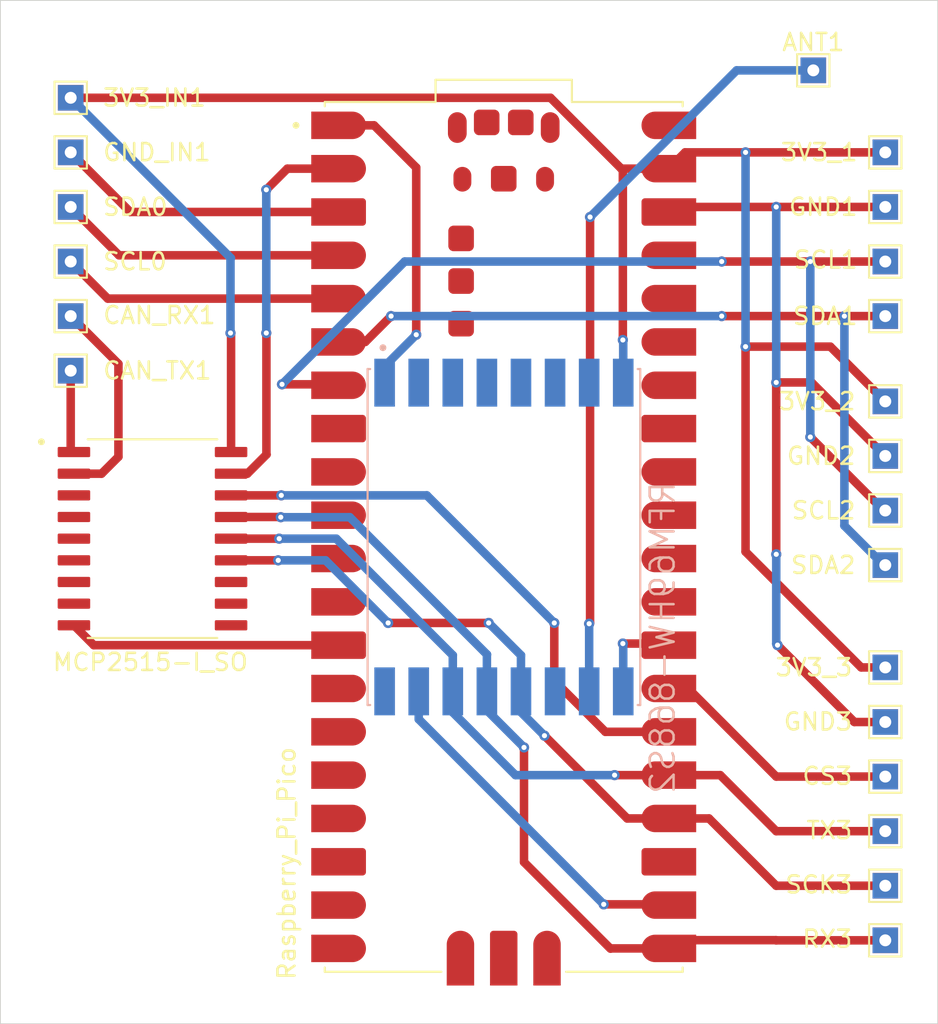
<source format=kicad_pcb>
(kicad_pcb
	(version 20240108)
	(generator "pcbnew")
	(generator_version "8.0")
	(general
		(thickness 1.6)
		(legacy_teardrops no)
	)
	(paper "A4")
	(layers
		(0 "F.Cu" signal)
		(31 "B.Cu" signal)
		(32 "B.Adhes" user "B.Adhesive")
		(33 "F.Adhes" user "F.Adhesive")
		(34 "B.Paste" user)
		(35 "F.Paste" user)
		(36 "B.SilkS" user "B.Silkscreen")
		(37 "F.SilkS" user "F.Silkscreen")
		(38 "B.Mask" user)
		(39 "F.Mask" user)
		(40 "Dwgs.User" user "User.Drawings")
		(41 "Cmts.User" user "User.Comments")
		(42 "Eco1.User" user "User.Eco1")
		(43 "Eco2.User" user "User.Eco2")
		(44 "Edge.Cuts" user)
		(45 "Margin" user)
		(46 "B.CrtYd" user "B.Courtyard")
		(47 "F.CrtYd" user "F.Courtyard")
		(48 "B.Fab" user)
		(49 "F.Fab" user)
		(50 "User.1" user)
		(51 "User.2" user)
		(52 "User.3" user)
		(53 "User.4" user)
		(54 "User.5" user)
		(55 "User.6" user)
		(56 "User.7" user)
		(57 "User.8" user)
		(58 "User.9" user)
	)
	(setup
		(pad_to_mask_clearance 0)
		(allow_soldermask_bridges_in_footprints no)
		(pcbplotparams
			(layerselection 0x00010fc_ffffffff)
			(plot_on_all_layers_selection 0x0000000_00000000)
			(disableapertmacros no)
			(usegerberextensions no)
			(usegerberattributes yes)
			(usegerberadvancedattributes yes)
			(creategerberjobfile yes)
			(dashed_line_dash_ratio 12.000000)
			(dashed_line_gap_ratio 3.000000)
			(svgprecision 4)
			(plotframeref no)
			(viasonmask no)
			(mode 1)
			(useauxorigin no)
			(hpglpennumber 1)
			(hpglpenspeed 20)
			(hpglpendiameter 15.000000)
			(pdf_front_fp_property_popups yes)
			(pdf_back_fp_property_popups yes)
			(dxfpolygonmode yes)
			(dxfimperialunits yes)
			(dxfusepcbnewfont yes)
			(psnegative no)
			(psa4output no)
			(plotreference yes)
			(plotvalue yes)
			(plotfptext yes)
			(plotinvisibletext no)
			(sketchpadsonfab no)
			(subtractmaskfromsilk no)
			(outputformat 1)
			(mirror no)
			(drillshape 1)
			(scaleselection 1)
			(outputdirectory "")
		)
	)
	(net 0 "")
	(net 1 "Net-(U0-VSYS)")
	(net 2 "Net-(U0-GP21)")
	(net 3 "Net-(U0-GP16)")
	(net 4 "Net-(U0-GP18)")
	(net 5 "Net-(U0-GP3)")
	(net 6 "Net-(U0-GP5)")
	(net 7 "Net-(U0-GP2)")
	(net 8 "Net-(U0-GP4)")
	(net 9 "Net-(U0-GP19)")
	(net 10 "unconnected-(U0-~{RUN}-Pad30)")
	(net 11 "unconnected-(U0-TP3_USB_DP-PadTP3)")
	(net 12 "unconnected-(U0-TP2_USB_DM-PadTP2)")
	(net 13 "unconnected-(U0-TP6_BOOTSEL-PadTP6)")
	(net 14 "unconnected-(U0-TP5_GPIO25{slash}LED-PadTP5)")
	(net 15 "unconnected-(U0-GP10-Pad14)")
	(net 16 "unconnected-(U0-GP8-Pad11)")
	(net 17 "unconnected-(U0-GP12-Pad16)")
	(net 18 "Net-(U0-USB_SHIELD-PadA)")
	(net 19 "unconnected-(U0-GP26-Pad31)")
	(net 20 "unconnected-(U0-GP27-Pad32)")
	(net 21 "unconnected-(U0-GP11-Pad15)")
	(net 22 "unconnected-(U0-SWDIO-PadD3)")
	(net 23 "unconnected-(U0-VBUS-Pad40)")
	(net 24 "unconnected-(U0-GP28-Pad34)")
	(net 25 "unconnected-(U0-GP6-Pad9)")
	(net 26 "unconnected-(U0-GP22-Pad29)")
	(net 27 "Net-(U2-VSS)")
	(net 28 "unconnected-(U2-~{TX1RTS}-Pad5)")
	(net 29 "unconnected-(U2-~{RX0BF}-Pad11)")
	(net 30 "unconnected-(U2-OSC2-Pad7)")
	(net 31 "unconnected-(U2-~{TX2RTS}-Pad6)")
	(net 32 "unconnected-(U2-~{TX0RTS}-Pad4)")
	(net 33 "unconnected-(U2-~{RX1BF}-Pad10)")
	(net 34 "unconnected-(U2-CLKOUT{slash}SOF-Pad3)")
	(net 35 "unconnected-(U2-~{INT}-Pad12)")
	(net 36 "unconnected-(U2-OSC1-Pad8)")
	(net 37 "unconnected-(U1-DIO2-Pad4)")
	(net 38 "unconnected-(U1-DIO0-Pad2)")
	(net 39 "unconnected-(U1-DIO5-Pad7)")
	(net 40 "Net-(U1-ANA)")
	(net 41 "unconnected-(U1-DIO4-Pad6)")
	(net 42 "unconnected-(U1-DIO3-Pad5)")
	(net 43 "unconnected-(U1-DIO1-Pad3)")
	(net 44 "Net-(U2-TXCAN)")
	(net 45 "Net-(U2-RXCAN)")
	(net 46 "Net-(U0-GP1)")
	(net 47 "unconnected-(U0-GP9-Pad12)")
	(net 48 "unconnected-(U0-GP14-Pad19)")
	(net 49 "unconnected-(U0-3V3_OUT-Pad36)")
	(net 50 "unconnected-(U0-3V3_EN-Pad37)")
	(net 51 "unconnected-(U0-TP4_GPIO23{slash}SMPS_PS-PadTP4)")
	(net 52 "unconnected-(U0-SWCLK-PadD1)")
	(net 53 "unconnected-(U0-ADC_VREF-Pad35)")
	(net 54 "unconnected-(U0-AGND-Pad33)")
	(net 55 "unconnected-(U0-GP15-Pad20)")
	(net 56 "unconnected-(U0-GP13-Pad17)")
	(net 57 "unconnected-(U0-GP7-Pad10)")
	(net 58 "Net-(U0-GP17)")
	(net 59 "unconnected-(U0-TP1_GND-PadTP1)")
	(net 60 "Net-(U0-GP20)")
	(net 61 "Net-(U0-GP0)")
	(footprint "TestPoint:TestPoint_THTPad_1.5x1.5mm_Drill0.7mm" (layer "F.Cu") (at 161.923809 83.509125))
	(footprint "TestPoint:TestPoint_THTPad_1.5x1.5mm_Drill0.7mm" (layer "F.Cu") (at 161.923809 77.109125))
	(footprint "TestPoint:TestPoint_THTPad_1.5x1.5mm_Drill0.7mm" (layer "F.Cu") (at 157.7 69.1))
	(footprint "TestPoint:TestPoint_THTPad_1.5x1.5mm_Drill0.7mm" (layer "F.Cu") (at 161.923809 110.509125))
	(footprint "TestPoint:TestPoint_THTPad_1.5x1.5mm_Drill0.7mm" (layer "F.Cu") (at 161.923809 98.109125))
	(footprint "TestPoint:TestPoint_THTPad_1.5x1.5mm_Drill0.7mm" (layer "F.Cu") (at 161.923809 107.309125))
	(footprint "SC0915:MODULE_SC0915"
		(layer "F.Cu")
		(uuid "347d94d8-7aa0-4ae9-9c1c-e18e81fdbd94")
		(at 139.533809 96.454125)
		(property "Reference" "U0"
			(at -8.325 -28.635 0)
			(layer "F.SilkS")
			(hide yes)
			(uuid "a63ec121-1a38-44b7-9574-416766fbc1b0")
			(effects
				(font
					(size 1 1)
					(thickness 0.15)
				)
			)
		)
		(property "Value" "Raspberry_Pi_Pico"
			(at -12.733809 19.145875 90)
			(layer "F.SilkS")
			(uuid "2555d5bb-3443-4f61-a127-4d52fa517ab8")
			(effects
				(font
					(size 1 1)
					(thickness 0.15)
				)
			)
		)
		(property "Footprint" "SC0915:MODULE_SC0915"
			(at 0 0 0)
			(layer "F.Fab")
			(hide yes)
			(uuid "53197378-fb91-495d-8034-4c0a470ed048")
			(effects
				(font
					(size 1.27 1.27)
					(thickness 0.15)
				)
			)
		)
		(property "Datasheet" ""
			(at 0 0 0)
			(layer "F.Fab")
			(hide yes)
			(uuid "603453a3-74c8-4ce2-87f4-8bbc406c037d")
			(effects
				(font
					(size 1.27 1.27)
					(thickness 0.15)
				)
			)
		)
		(property "Description" ""
			(at 0 0 0)
			(layer "F.Fab")
			(hide yes)
			(uuid "c53b7bd4-1785-460e-9bb9-bc9cc91b3aa2")
			(effects
				(font
					(size 1.27 1.27)
					(thickness 0.15)
				)
			)
		)
		(property "MF" "Raspberry Pi"
			(at 0 0 0)
			(unlocked yes)
			(layer "F.Fab")
			(hide yes)
			(uuid "4f430962-0d6e-48b4-86c1-924606dc5a89")
			(effects
				(font
					(size 1 1)
					(thickness 0.15)
				)
			)
		)
		(property "Description_1" "\n                        \n                            Raspberry Pi Pico Embedded Dev Module | Raspberry Pi SC0915\n                        \n"
			(at 0 0 0)
			(unlocked yes)
			(layer "F.Fab")
			(hide yes)
			(uuid "70f7c5fc-c5e4-49e7-9314-041ad731aaac")
			(effects
				(font
					(size 1 1)
					(thickness 0.15)
				)
			)
		)
		(property "Package" "None"
			(at 0 0 0)
			(unlocked yes)
			(layer "F.Fab")
			(hide yes)
			(uuid "c58c5dfb-6614-4c41-9374-fcc15807e991")
			(effects
				(font
					(size 1 1)
					(thickness 0.15)
				)
			)
		)
		(property "Price" "None"
			(at 0 0 0)
			(unlocked yes)
			(layer "F.Fab")
			(hide yes)
			(uuid "fbb84634-dc77-4b27-891d-51028086cbe0")
			(effects
				(font
					(size 1 1)
					(thickness 0.15)
				)
			)
		)
		(property "Check_prices" "https://www.snapeda.com/parts/SC0915/Raspberry+Pi/view-part/?ref=eda"
			(at 0 0 0)
			(unlocked yes)
			(layer "F.Fab")
			(hide yes)
			(uuid "8ed9dd86-05ff-4037-ae8f-b8285eeb4e4e")
			(effects
				(font
					(size 1 1)
					(thickness 0.15)
				)
			)
		)
		(property "STANDARD" "Manufacturer Recommendations"
			(at 0 0 0)
			(unlocked yes)
			(layer "F.Fab")
			(hide yes)
			(uuid "a935032a-9289-4e0c-9205-f1cf25a221d1")
			(effects
				(font
					(size 1 1)
					(thickness 0.15)
				)
			)
		)
		(property "PARTREV" "1.9"
			(at 0 0 0)
			(unlocked yes)
			(layer "F.Fab")
			(hide yes)
			(uuid "f55e0f5c-62de-4c8e-a495-543f461c0daa")
			(effects
				(font
					(size 1 1)
					(thickness 0.15)
				)
			)
		)
		(property "SnapEDA_Link" "https://www.snapeda.com/parts/SC0915/Raspberry+Pi/view-part/?ref=snap"
			(at 0 0 0)
			(unlocked yes)
			(layer "F.Fab")
			(hide yes)
			(uuid "470bc2ee-ebd4-4e49-b8a4-4c208fde7a94")
			(effects
				(font
					(size 1 1)
					(thickness 0.15)
				)
			)
		)
		(property "MP" "SC0915"
			(at 0 0 0)
			(unlocked yes)
			(layer "F.Fab")
			(hide yes)
			(uuid "c3827a01-b845-4800-b65e-b97fa32894ba")
			(effects
				(font
					(size 1 1)
					(thickness 0.15)
				)
			)
		)
		(property "MANUFACTURER" "Pi Supply"
			(at 0 0 0)
			(unlocked yes)
			(layer "F.Fab")
			(hide yes)
			(uuid "a5e3f81e-b685-4b74-a223-812c76454214")
			(effects
				(font
					(size 1 1)
					(thickness 0.15)
				)
			)
		)
		(property "Availability" "In Stock"
			(at 0 0 0)
			(unlocked yes)
			(layer "F.Fab")
			(hide yes)
			(uuid "1fa2b254-96dd-4d34-afad-6fd3f07902ed")
			(effects
				(font
					(size 1 1)
					(thickness 0.15)
				)
			)
		)
		(property "SNAPEDA_PN" "SC0915"
			(at 0 0 0)
			(unlocked yes)
			(layer "F.Fab")
			(hide yes)
			(uuid "3c186b96-70e0-4ffc-81ff-b43f903b2b29")
			(effects
				(font
					(size 1 1)
					(thickness 0.15)
				)
			)
		)
		(path "/7fa72a1a-ecb3-4139-acbd-60f0aa5538fa")
		(sheetname "Root")
		(sheetfile "cansat_rect.kicad_sch")
		(attr smd)
		(fp_poly
			(pts
				(xy -11.29 -23.33) (xy -11.29 -24.93) (xy -8.89 -24.93) (xy -8.848 -24.929) (xy -8.806 -24.926)
				(xy -8.765 -24.92) (xy -8.724 -24.913) (xy -8.683 -24.903) (xy -8.643 -24.891) (xy -8.603 -24.877)
				(xy -8.565 -24.861) (xy -8.527 -24.843) (xy -8.49 -24.823) (xy -8.454 -24.801) (xy -8.42 -24.777)
				(xy -8.387 -24.752) (xy -8.355 -24.725) (xy -8.324 -24.696) (xy -8.295 -24.665) (xy -8.268 -24.633)
				(xy -8.243 -24.6) (xy -8.219 -24.566) (xy -8.197 -24.53) (xy -8.177 -24.493) (xy -8.159 -24.455)
				(xy -8.143 -24.417) (xy -8.129 -24.377) (xy -8.117 -24.337) (xy -8.107 -24.296) (xy -8.1 -24.255)
				(xy -8.094 -24.214) (xy -8.091 -24.172) (xy -8.09 -24.13) (xy -8.091 -24.088) (xy -8.094 -24.046)
				(xy -8.1 -24.005) (xy -8.107 -23.964) (xy -8.117 -23.923) (xy -8.129 -23.883) (xy -8.143 -23.843)
				(xy -8.159 -23.805) (xy -8.177 -23.767) (xy -8.197 -23.73) (xy -8.219 -23.694) (xy -8.243 -23.66)
				(xy -8.268 -23.627) (xy -8.295 -23.595) (xy -8.324 -23.564) (xy -8.355 -23.535) (xy -8.387 -23.508)
				(xy -8.42 -23.483) (xy -8.454 -23.459) (xy -8.49 -23.437) (xy -8.527 -23.417) (xy -8.565 -23.399)
				(xy -8.603 -23.383) (xy -8.643 -23.369) (xy -8.683 -23.357) (xy -8.724 -23.347) (xy -8.765 -23.34)
				(xy -8.806 -23.334) (xy -8.848 -23.331) (xy -8.89 -23.33) (xy -11.29 -23.33)
			)
			(stroke
				(width 0.01)
				(type solid)
			)
			(fill solid)
			(layer "F.Paste")
			(uuid "c9ed8b8b-147d-4c65-8221-93a56336c004")
		)
		(fp_poly
			(pts
				(xy -11.29 -20.79) (xy -11.29 -22.39) (xy -8.89 -22.39) (xy -8.848 -22.389) (xy -8.806 -22.386)
				(xy -8.765 -22.38) (xy -8.724 -22.373) (xy -8.683 -22.363) (xy -8.643 -22.351) (xy -8.603 -22.337)
				(xy -8.565 -22.321) (xy -8.527 -22.303) (xy -8.49 -22.283) (xy -8.454 -22.261) (xy -8.42 -22.237)
				(xy -8.387 -22.212) (xy -8.355 -22.185) (xy -8.324 -22.156) (xy -8.295 -22.125) (xy -8.268 -22.093)
				(xy -8.243 -22.06) (xy -8.219 -22.026) (xy -8.197 -21.99) (xy -8.177 -21.953) (xy -8.159 -21.915)
				(xy -8.143 -21.877) (xy -8.129 -21.837) (xy -8.117 -21.797) (xy -8.107 -21.756) (xy -8.1 -21.715)
				(xy -8.094 -21.674) (xy -8.091 -21.632) (xy -8.09 -21.59) (xy -8.091 -21.548) (xy -8.094 -21.506)
				(xy -8.1 -21.465) (xy -8.107 -21.424) (xy -8.117 -21.383) (xy -8.129 -21.343) (xy -8.143 -21.303)
				(xy -8.159 -21.265) (xy -8.177 -21.227) (xy -8.197 -21.19) (xy -8.219 -21.154) (xy -8.243 -21.12)
				(xy -8.268 -21.087) (xy -8.295 -21.055) (xy -8.324 -21.024) (xy -8.355 -20.995) (xy -8.387 -20.968)
				(xy -8.42 -20.943) (xy -8.454 -20.919) (xy -8.49 -20.897) (xy -8.527 -20.877) (xy -8.565 -20.859)
				(xy -8.603 -20.843) (xy -8.643 -20.829) (xy -8.683 -20.817) (xy -8.724 -20.807) (xy -8.765 -20.8)
				(xy -8.806 -20.794) (xy -8.848 -20.791) (xy -8.89 -20.79) (xy -11.29 -20.79)
			)
			(stroke
				(width 0.01)
				(type solid)
			)
			(fill solid)
			(layer "F.Paste")
			(uuid "77b3d346-9734-4e0f-80b4-e8effb1ef4dc")
		)
		(fp_poly
			(pts
				(xy -11.29 -15.71) (xy -11.29 -17.31) (xy -8.89 -17.31) (xy -8.848 -17.309) (xy -8.806 -17.306)
				(xy -8.765 -17.3) (xy -8.724 -17.293) (xy -8.683 -17.283) (xy -8.643 -17.271) (xy -8.603 -17.257)
				(xy -8.565 -17.241) (xy -8.527 -17.223) (xy -8.49 -17.203) (xy -8.454 -17.181) (xy -8.42 -17.157)
				(xy -8.387 -17.132) (xy -8.355 -17.105) (xy -8.324 -17.076) (xy -8.295 -17.045) (xy -8.268 -17.013)
				(xy -8.243 -16.98) (xy -8.219 -16.946) (xy -8.197 -16.91) (xy -8.177 -16.873) (xy -8.159 -16.835)
				(xy -8.143 -16.797) (xy -8.129 -16.757) (xy -8.117 -16.717) (xy -8.107 -16.676) (xy -8.1 -16.635)
				(xy -8.094 -16.594) (xy -8.091 -16.552) (xy -8.09 -16.51) (xy -8.091 -16.468) (xy -8.094 -16.426)
				(xy -8.1 -16.385) (xy -8.107 -16.344) (xy -8.117 -16.303) (xy -8.129 -16.263) (xy -8.143 -16.223)
				(xy -8.159 -16.185) (xy -8.177 -16.147) (xy -8.197 -16.11) (xy -8.219 -16.074) (xy -8.243 -16.04)
				(xy -8.268 -16.007) (xy -8.295 -15.975) (xy -8.324 -15.944) (xy -8.355 -15.915) (xy -8.387 -15.888)
				(xy -8.42 -15.863) (xy -8.454 -15.839) (xy -8.49 -15.817) (xy -8.527 -15.797) (xy -8.565 -15.779)
				(xy -8.603 -15.763) (xy -8.643 -15.749) (xy -8.683 -15.737) (xy -8.724 -15.727) (xy -8.765 -15.72)
				(xy -8.806 -15.714) (xy -8.848 -15.711) (xy -8.89 -15.71) (xy -11.29 -15.71)
			)
			(stroke
				(width 0.01)
				(type solid)
			)
			(fill solid)
			(layer "F.Paste")
			(uuid "ca59a461-9ab2-4d5b-8871-48a68483ada4")
		)
		(fp_poly
			(pts
				(xy -11.29 -13.17) (xy -11.29 -14.77) (xy -8.89 -14.77) (xy -8.848 -14.769) (xy -8.806 -14.766)
				(xy -8.765 -14.76) (xy -8.724 -14.753) (xy -8.683 -14.743) (xy -8.643 -14.731) (xy -8.603 -14.717)
				(xy -8.565 -14.701) (xy -8.527 -14.683) (xy -8.49 -14.663) (xy -8.454 -14.641) (xy -8.42 -14.617)
				(xy -8.387 -14.592) (xy -8.355 -14.565) (xy -8.324 -14.536) (xy -8.295 -14.505) (xy -8.268 -14.473)
				(xy -8.243 -14.44) (xy -8.219 -14.406) (xy -8.197 -14.37) (xy -8.177 -14.333) (xy -8.159 -14.295)
				(xy -8.143 -14.257) (xy -8.129 -14.217) (xy -8.117 -14.177) (xy -8.107 -14.136) (xy -8.1 -14.095)
				(xy -8.094 -14.054) (xy -8.091 -14.012) (xy -8.09 -13.97) (xy -8.091 -13.928) (xy -8.094 -13.886)
				(xy -8.1 -13.845) (xy -8.107 -13.804) (xy -8.117 -13.763) (xy -8.129 -13.723) (xy -8.143 -13.683)
				(xy -8.159 -13.645) (xy -8.177 -13.607) (xy -8.197 -13.57) (xy -8.219 -13.534) (xy -8.243 -13.5)
				(xy -8.268 -13.467) (xy -8.295 -13.435) (xy -8.324 -13.404) (xy -8.355 -13.375) (xy -8.387 -13.348)
				(xy -8.42 -13.323) (xy -8.454 -13.299) (xy -8.49 -13.277) (xy -8.527 -13.257) (xy -8.565 -13.239)
				(xy -8.603 -13.223) (xy -8.643 -13.209) (xy -8.683 -13.197) (xy -8.724 -13.187) (xy -8.765 -13.18)
				(xy -8.806 -13.174) (xy -8.848 -13.171) (xy -8.89 -13.17) (xy -11.29 -13.17)
			)
			(stroke
				(width 0.01)
				(type solid)
			)
			(fill solid)
			(layer "F.Paste")
			(uuid "b29db966-5892-487d-9298-c4b0a3164136")
		)
		(fp_poly
			(pts
				(xy -11.29 -10.63) (xy -11.29 -12.23) (xy -8.89 -12.23) (xy -8.848 -12.229) (xy -8.806 -12.226)
				(xy -8.765 -12.22) (xy -8.724 -12.213) (xy -8.683 -12.203) (xy -8.643 -12.191) (xy -8.603 -12.177)
				(xy -8.565 -12.161) (xy -8.527 -12.143) (xy -8.49 -12.123) (xy -8.454 -12.101) (xy -8.42 -12.077)
				(xy -8.387 -12.052) (xy -8.355 -12.025) (xy -8.324 -11.996) (xy -8.295 -11.965) (xy -8.268 -11.933)
				(xy -8.243 -11.9) (xy -8.219 -11.866) (xy -8.197 -11.83) (xy -8.177 -11.793) (xy -8.159 -11.755)
				(xy -8.143 -11.717) (xy -8.129 -11.677) (xy -8.117 -11.637) (xy -8.107 -11.596) (xy -8.1 -11.555)
				(xy -8.094 -11.514) (xy -8.091 -11.472) (xy -8.09 -11.43) (xy -8.091 -11.388) (xy -8.094 -11.346)
				(xy -8.1 -11.305) (xy -8.107 -11.264) (xy -8.117 -11.223) (xy -8.129 -11.183) (xy -8.143 -11.143)
				(xy -8.159 -11.105) (xy -8.177 -11.067) (xy -8.197 -11.03) (xy -8.219 -10.994) (xy -8.243 -10.96)
				(xy -8.268 -10.927) (xy -8.295 -10.895) (xy -8.324 -10.864) (xy -8.355 -10.835) (xy -8.387 -10.808)
				(xy -8.42 -10.783) (xy -8.454 -10.759) (xy -8.49 -10.737) (xy -8.527 -10.717) (xy -8.565 -10.699)
				(xy -8.603 -10.683) (xy -8.643 -10.669) (xy -8.683 -10.657) (xy -8.724 -10.647) (xy -8.765 -10.64)
				(xy -8.806 -10.634) (xy -8.848 -10.631) (xy -8.89 -10.63) (xy -11.29 -10.63)
			)
			(stroke
				(width 0.01)
				(type solid)
			)
			(fill solid)
			(layer "F.Paste")
			(uuid "ceada61e-c5d0-40f9-a1be-095e653064a3")
		)
		(fp_poly
			(pts
				(xy -11.29 -8.09) (xy -11.29 -9.69) (xy -8.89 -9.69) (xy -8.848 -9.689) (xy -8.806 -9.686) (xy -8.765 -9.68)
				(xy -8.724 -9.673) (xy -8.683 -9.663) (xy -8.643 -9.651) (xy -8.603 -9.637) (xy -8.565 -9.621) (xy -8.527 -9.603)
				(xy -8.49 -9.583) (xy -8.454 -9.561) (xy -8.42 -9.537) (xy -8.387 -9.512) (xy -8.355 -9.485) (xy -8.324 -9.456)
				(xy -8.295 -9.425) (xy -8.268 -9.393) (xy -8.243 -9.36) (xy -8.219 -9.326) (xy -8.197 -9.29) (xy -8.177 -9.253)
				(xy -8.159 -9.215) (xy -8.143 -9.177) (xy -8.129 -9.137) (xy -8.117 -9.097) (xy -8.107 -9.056) (xy -8.1 -9.015)
				(xy -8.094 -8.974) (xy -8.091 -8.932) (xy -8.09 -8.89) (xy -8.091 -8.848) (xy -8.094 -8.806) (xy -8.1 -8.765)
				(xy -8.107 -8.724) (xy -8.117 -8.683) (xy -8.129 -8.643) (xy -8.143 -8.603) (xy -8.159 -8.565) (xy -8.177 -8.527)
				(xy -8.197 -8.49) (xy -8.219 -8.454) (xy -8.243 -8.42) (xy -8.268 -8.387) (xy -8.295 -8.355) (xy -8.324 -8.324)
				(xy -8.355 -8.295) (xy -8.387 -8.268) (xy -8.42 -8.243) (xy -8.454 -8.219) (xy -8.49 -8.197) (xy -8.527 -8.177)
				(xy -8.565 -8.159) (xy -8.603 -8.143) (xy -8.643 -8.129) (xy -8.683 -8.117) (xy -8.724 -8.107) (xy -8.765 -8.1)
				(xy -8.806 -8.094) (xy -8.848 -8.091) (xy -8.89 -8.09) (xy -11.29 -8.09)
			)
			(stroke
				(width 0.01)
				(type solid)
			)
			(fill solid)
			(layer "F.Paste")
			(uuid "eb74965f-0f06-4618-b367-14b11b6c1296")
		)
		(fp_poly
			(pts
				(xy -11.29 -3.01) (xy -11.29 -4.61) (xy -8.89 -4.61) (xy -8.848 -4.609) (xy -8.806 -4.606) (xy -8.765 -4.6)
				(xy -8.724 -4.593) (xy -8.683 -4.583) (xy -8.643 -4.571) (xy -8.603 -4.557) (xy -8.565 -4.541) (xy -8.527 -4.523)
				(xy -8.49 -4.503) (xy -8.454 -4.481) (xy -8.42 -4.457) (xy -8.387 -4.432) (xy -8.355 -4.405) (xy -8.324 -4.376)
				(xy -8.295 -4.345) (xy -8.268 -4.313) (xy -8.243 -4.28) (xy -8.219 -4.246) (xy -8.197 -4.21) (xy -8.177 -4.173)
				(xy -8.159 -4.135) (xy -8.143 -4.097) (xy -8.129 -4.057) (xy -8.117 -4.017) (xy -8.107 -3.976) (xy -8.1 -3.935)
				(xy -8.094 -3.894) (xy -8.091 -3.852) (xy -8.09 -3.81) (xy -8.091 -3.768) (xy -8.094 -3.726) (xy -8.1 -3.685)
				(xy -8.107 -3.644) (xy -8.117 -3.603) (xy -8.129 -3.563) (xy -8.143 -3.523) (xy -8.159 -3.485) (xy -8.177 -3.447)
				(xy -8.197 -3.41) (xy -8.219 -3.374) (xy -8.243 -3.34) (xy -8.268 -3.307) (xy -8.295 -3.275) (xy -8.324 -3.244)
				(xy -8.355 -3.215) (xy -8.387 -3.188) (xy -8.42 -3.163) (xy -8.454 -3.139) (xy -8.49 -3.117) (xy -8.527 -3.097)
				(xy -8.565 -3.079) (xy -8.603 -3.063) (xy -8.643 -3.049) (xy -8.683 -3.037) (xy -8.724 -3.027) (xy -8.765 -3.02)
				(xy -8.806 -3.014) (xy -8.848 -3.011) (xy -8.89 -3.01) (xy -11.29 -3.01)
			)
			(stroke
				(width 0.01)
				(type solid)
			)
			(fill solid)
			(layer "F.Paste")
			(uuid "75d684be-a44d-44aa-af6b-caedbaa8683a")
		)
		(fp_poly
			(pts
				(xy -11.29 -0.47) (xy -11.29 -2.07) (xy -8.89 -2.07) (xy -8.848 -2.069) (xy -8.806 -2.066) (xy -8.765 -2.06)
				(xy -8.724 -2.053) (xy -8.683 -2.043) (xy -8.643 -2.031) (xy -8.603 -2.017) (xy -8.565 -2.001) (xy -8.527 -1.983)
				(xy -8.49 -1.963) (xy -8.454 -1.941) (xy -8.42 -1.917) (xy -8.387 -1.892) (xy -8.355 -1.865) (xy -8.324 -1.836)
				(xy -8.295 -1.805) (xy -8.268 -1.773) (xy -8.243 -1.74) (xy -8.219 -1.706) (xy -8.197 -1.67) (xy -8.177 -1.633)
				(xy -8.159 -1.595) (xy -8.143 -1.557) (xy -8.129 -1.517) (xy -8.117 -1.477) (xy -8.107 -1.436) (xy -8.1 -1.395)
				(xy -8.094 -1.354) (xy -8.091 -1.312) (xy -8.09 -1.27) (xy -8.091 -1.228) (xy -8.094 -1.186) (xy -8.1 -1.145)
				(xy -8.107 -1.104) (xy -8.117 -1.063) (xy -8.129 -1.023) (xy -8.143 -0.983) (xy -8.159 -0.945) (xy -8.177 -0.907)
				(xy -8.197 -0.87) (xy -8.219 -0.834) (xy -8.243 -0.8) (xy -8.268 -0.767) (xy -8.295 -0.735) (xy -8.324 -0.704)
				(xy -8.355 -0.675) (xy -8.387 -0.648) (xy -8.42 -0.623) (xy -8.454 -0.599) (xy -8.49 -0.577) (xy -8.527 -0.557)
				(xy -8.565 -0.539) (xy -8.603 -0.523) (xy -8.643 -0.509) (xy -8.683 -0.497) (xy -8.724 -0.487) (xy -8.765 -0.48)
				(xy -8.806 -0.474) (xy -8.848 -0.471) (xy -8.89 -0.47) (xy -11.29 -0.47)
			)
			(stroke
				(width 0.01)
				(type solid)
			)
			(fill solid)
			(layer "F.Paste")
			(uuid "0f2b1f80-b16e-497d-8ff3-bb4deb610357")
		)
		(fp_poly
			(pts
				(xy -11.29 2.07) (xy -11.29 0.47) (xy -8.89 0.47) (xy -8.848 0.471) (xy -8.806 0.474) (xy -8.765 0.48)
				(xy -8.724 0.487) (xy -8.683 0.497) (xy -8.643 0.509) (xy -8.603 0.523) (xy -8.565 0.539) (xy -8.527 0.557)
				(xy -8.49 0.577) (xy -8.454 0.599) (xy -8.42 0.623) (xy -8.387 0.648) (xy -8.355 0.675) (xy -8.324 0.704)
				(xy -8.295 0.735) (xy -8.268 0.767) (xy -8.243 0.8) (xy -8.219 0.834) (xy -8.197 0.87) (xy -8.177 0.907)
				(xy -8.159 0.945) (xy -8.143 0.983) (xy -8.129 1.023) (xy -8.117 1.063) (xy -8.107 1.104) (xy -8.1 1.145)
				(xy -8.094 1.186) (xy -8.091 1.228) (xy -8.09 1.27) (xy -8.091 1.312) (xy -8.094 1.354) (xy -8.1 1.395)
				(xy -8.107 1.436) (xy -8.117 1.477) (xy -8.129 1.517) (xy -8.143 1.557) (xy -8.159 1.595) (xy -8.177 1.633)
				(xy -8.197 1.67) (xy -8.219 1.706) (xy -8.243 1.74) (xy -8.268 1.773) (xy -8.295 1.805) (xy -8.324 1.836)
				(xy -8.355 1.865) (xy -8.387 1.892) (xy -8.42 1.917) (xy -8.454 1.941) (xy -8.49 1.963) (xy -8.527 1.983)
				(xy -8.565 2.001) (xy -8.603 2.017) (xy -8.643 2.031) (xy -8.683 2.043) (xy -8.724 2.053) (xy -8.765 2.06)
				(xy -8.806 2.066) (xy -8.848 2.069) (xy -8.89 2.07) (xy -11.29 2.07)
			)
			(stroke
				(width 0.01)
				(type solid)
			)
			(fill solid)
			(layer "F.Paste")
			(uuid "5f283ad0-bd5d-41e3-aff2-be203eda51ae")
		)
		(fp_poly
			(pts
				(xy -11.29 4.61) (xy -11.29 3.01) (xy -8.89 3.01) (xy -8.848 3.011) (xy -8.806 3.014) (xy -8.765 3.02)
				(xy -8.724 3.027) (xy -8.683 3.037) (xy -8.643 3.049) (xy -8.603 3.063) (xy -8.565 3.079) (xy -8.527 3.097)
				(xy -8.49 3.117) (xy -8.454 3.139) (xy -8.42 3.163) (xy -8.387 3.188) (xy -8.355 3.215) (xy -8.324 3.244)
				(xy -8.295 3.275) (xy -8.268 3.307) (xy -8.243 3.34) (xy -8.219 3.374) (xy -8.197 3.41) (xy -8.177 3.447)
				(xy -8.159 3.485) (xy -8.143 3.523) (xy -8.129 3.563) (xy -8.117 3.603) (xy -8.107 3.644) (xy -8.1 3.685)
				(xy -8.094 3.726) (xy -8.091 3.768) (xy -8.09 3.81) (xy -8.091 3.852) (xy -8.094 3.894) (xy -8.1 3.935)
				(xy -8.107 3.976) (xy -8.117 4.017) (xy -8.129 4.057) (xy -8.143 4.097) (xy -8.159 4.135) (xy -8.177 4.173)
				(xy -8.197 4.21) (xy -8.219 4.246) (xy -8.243 4.28) (xy -8.268 4.313) (xy -8.295 4.345) (xy -8.324 4.376)
				(xy -8.355 4.405) (xy -8.387 4.432) (xy -8.42 4.457) (xy -8.454 4.481) (xy -8.49 4.503) (xy -8.527 4.523)
				(xy -8.565 4.541) (xy -8.603 4.557) (xy -8.643 4.571) (xy -8.683 4.583) (xy -8.724 4.593) (xy -8.765 4.6)
				(xy -8.806 4.606) (xy -8.848 4.609) (xy -8.89 4.61) (xy -11.29 4.61)
			)
			(stroke
				(width 0.01)
				(type solid)
			)
			(fill solid)
			(layer "F.Paste")
			(uuid "1bdfcff4-66a2-4801-a824-31fd98a623c6")
		)
		(fp_poly
			(pts
				(xy -11.29 9.69) (xy -11.29 8.09) (xy -8.89 8.09) (xy -8.848 8.091) (xy -8.806 8.094) (xy -8.765 8.1)
				(xy -8.724 8.107) (xy -8.683 8.117) (xy -8.643 8.129) (xy -8.603 8.143) (xy -8.565 8.159) (xy -8.527 8.177)
				(xy -8.49 8.197) (xy -8.454 8.219) (xy -8.42 8.243) (xy -8.387 8.268) (xy -8.355 8.295) (xy -8.324 8.324)
				(xy -8.295 8.355) (xy -8.268 8.387) (xy -8.243 8.42) (xy -8.219 8.454) (xy -8.197 8.49) (xy -8.177 8.527)
				(xy -8.159 8.565) (xy -8.143 8.603) (xy -8.129 8.643) (xy -8.117 8.683) (xy -8.107 8.724) (xy -8.1 8.765)
				(xy -8.094 8.806) (xy -8.091 8.848) (xy -8.09 8.89) (xy -8.091 8.932) (xy -8.094 8.974) (xy -8.1 9.015)
				(xy -8.107 9.056) (xy -8.117 9.097) (xy -8.129 9.137) (xy -8.143 9.177) (xy -8.159 9.215) (xy -8.177 9.253)
				(xy -8.197 9.29) (xy -8.219 9.326) (xy -8.243 9.36) (xy -8.268 9.393) (xy -8.295 9.425) (xy -8.324 9.456)
				(xy -8.355 9.485) (xy -8.387 9.512) (xy -8.42 9.537) (xy -8.454 9.561) (xy -8.49 9.583) (xy -8.527 9.603)
				(xy -8.565 9.621) (xy -8.603 9.637) (xy -8.643 9.651) (xy -8.683 9.663) (xy -8.724 9.673) (xy -8.765 9.68)
				(xy -8.806 9.686) (xy -8.848 9.689) (xy -8.89 9.69) (xy -11.29 9.69)
			)
			(stroke
				(width 0.01)
				(type solid)
			)
			(fill solid)
			(layer "F.Paste")
			(uuid "90d52b63-2aad-483c-bae4-79b0f66d64f0")
		)
		(fp_poly
			(pts
				(xy -11.29 12.23) (xy -11.29 10.63) (xy -8.89 10.63) (xy -8.848 10.631) (xy -8.806 10.634) (xy -8.765 10.64)
				(xy -8.724 10.647) (xy -8.683 10.657) (xy -8.643 10.669) (xy -8.603 10.683) (xy -8.565 10.699) (xy -8.527 10.717)
				(xy -8.49 10.737) (xy -8.454 10.759) (xy -8.42 10.783) (xy -8.387 10.808) (xy -8.355 10.835) (xy -8.324 10.864)
				(xy -8.295 10.895) (xy -8.268 10.927) (xy -8.243 10.96) (xy -8.219 10.994) (xy -8.197 11.03) (xy -8.177 11.067)
				(xy -8.159 11.105) (xy -8.143 11.143) (xy -8.129 11.183) (xy -8.117 11.223) (xy -8.107 11.264) (xy -8.1 11.305)
				(xy -8.094 11.346) (xy -8.091 11.388) (xy -8.09 11.43) (xy -8.091 11.472) (xy -8.094 11.514) (xy -8.1 11.555)
				(xy -8.107 11.596) (xy -8.117 11.637) (xy -8.129 11.677) (xy -8.143 11.717) (xy -8.159 11.755) (xy -8.177 11.793)
				(xy -8.197 11.83) (xy -8.219 11.866) (xy -8.243 11.9) (xy -8.268 11.933) (xy -8.295 11.965) (xy -8.324 11.996)
				(xy -8.355 12.025) (xy -8.387 12.052) (xy -8.42 12.077) (xy -8.454 12.101) (xy -8.49 12.123) (xy -8.527 12.143)
				(xy -8.565 12.161) (xy -8.603 12.177) (xy -8.643 12.191) (xy -8.683 12.203) (xy -8.724 12.213) (xy -8.765 12.22)
				(xy -8.806 12.226) (xy -8.848 12.229) (xy -8.89 12.23) (xy -11.29 12.23)
			)
			(stroke
				(width 0.01)
				(type solid)
			)
			(fill solid)
			(layer "F.Paste")
			(uuid "7afca434-849c-46ed-a7d8-edc34250c58b")
		)
		(fp_poly
			(pts
				(xy -11.29 14.77) (xy -11.29 13.17) (xy -8.89 13.17) (xy -8.848 13.171) (xy -8.806 13.174) (xy -8.765 13.18)
				(xy -8.724 13.187) (xy -8.683 13.197) (xy -8.643 13.209) (xy -8.603 13.223) (xy -8.565 13.239) (xy -8.527 13.257)
				(xy -8.49 13.277) (xy -8.454 13.299) (xy -8.42 13.323) (xy -8.387 13.348) (xy -8.355 13.375) (xy -8.324 13.404)
				(xy -8.295 13.435) (xy -8.268 13.467) (xy -8.243 13.5) (xy -8.219 13.534) (xy -8.197 13.57) (xy -8.177 13.607)
				(xy -8.159 13.645) (xy -8.143 13.683) (xy -8.129 13.723) (xy -8.117 13.763) (xy -8.107 13.804) (xy -8.1 13.845)
				(xy -8.094 13.886) (xy -8.091 13.928) (xy -8.09 13.97) (xy -8.091 14.012) (xy -8.094 14.054) (xy -8.1 14.095)
				(xy -8.107 14.136) (xy -8.117 14.177) (xy -8.129 14.217) (xy -8.143 14.257) (xy -8.159 14.295) (xy -8.177 14.333)
				(xy -8.197 14.37) (xy -8.219 14.406) (xy -8.243 14.44) (xy -8.268 14.473) (xy -8.295 14.505) (xy -8.324 14.536)
				(xy -8.355 14.565) (xy -8.387 14.592) (xy -8.42 14.617) (xy -8.454 14.641) (xy -8.49 14.663) (xy -8.527 14.683)
				(xy -8.565 14.701) (xy -8.603 14.717) (xy -8.643 14.731) (xy -8.683 14.743) (xy -8.724 14.753) (xy -8.765 14.76)
				(xy -8.806 14.766) (xy -8.848 14.769) (xy -8.89 14.77) (xy -11.29 14.77)
			)
			(stroke
				(width 0.01)
				(type solid)
			)
			(fill solid)
			(layer "F.Paste")
			(uuid "2cec72b6-391f-429a-835d-ecddf51cae91")
		)
		(fp_poly
			(pts
				(xy -11.29 17.31) (xy -11.29 15.71) (xy -8.89 15.71) (xy -8.848 15.711) (xy -8.806 15.714) (xy -8.765 15.72)
				(xy -8.724 15.727) (xy -8.683 15.737) (xy -8.643 15.749) (xy -8.603 15.763) (xy -8.565 15.779) (xy -8.527 15.797)
				(xy -8.49 15.817) (xy -8.454 15.839) (xy -8.42 15.863) (xy -8.387 15.888) (xy -8.355 15.915) (xy -8.324 15.944)
				(xy -8.295 15.975) (xy -8.268 16.007) (xy -8.243 16.04) (xy -8.219 16.074) (xy -8.197 16.11) (xy -8.177 16.147)
				(xy -8.159 16.185) (xy -8.143 16.223) (xy -8.129 16.263) (xy -8.117 16.303) (xy -8.107 16.344) (xy -8.1 16.385)
				(xy -8.094 16.426) (xy -8.091 16.468) (xy -8.09 16.51) (xy -8.091 16.552) (xy -8.094 16.594) (xy -8.1 16.635)
				(xy -8.107 16.676) (xy -8.117 16.717) (xy -8.129 16.757) (xy -8.143 16.797) (xy -8.159 16.835) (xy -8.177 16.873)
				(xy -8.197 16.91) (xy -8.219 16.946) (xy -8.243 16.98) (xy -8.268 17.013) (xy -8.295 17.045) (xy -8.324 17.076)
				(xy -8.355 17.105) (xy -8.387 17.132) (xy -8.42 17.157) (xy -8.454 17.181) (xy -8.49 17.203) (xy -8.527 17.223)
				(xy -8.565 17.241) (xy -8.603 17.257) (xy -8.643 17.271) (xy -8.683 17.283) (xy -8.724 17.293) (xy -8.765 17.3)
				(xy -8.806 17.306) (xy -8.848 17.309) (xy -8.89 17.31) (xy -11.29 17.31)
			)
			(stroke
				(width 0.01)
				(type solid)
			)
			(fill solid)
			(layer "F.Paste")
			(uuid "6f7a6056-5488-44cc-93d4-f354f6b9758d")
		)
		(fp_poly
			(pts
				(xy -11.29 22.39) (xy -11.29 20.79) (xy -8.89 20.79) (xy -8.848 20.791) (xy -8.806 20.794) (xy -8.765 20.8)
				(xy -8.724 20.807) (xy -8.683 20.817) (xy -8.643 20.829) (xy -8.603 20.843) (xy -8.565 20.859) (xy -8.527 20.877)
				(xy -8.49 20.897) (xy -8.454 20.919) (xy -8.42 20.943) (xy -8.387 20.968) (xy -8.355 20.995) (xy -8.324 21.024)
				(xy -8.295 21.055) (xy -8.268 21.087) (xy -8.243 21.12) (xy -8.219 21.154) (xy -8.197 21.19) (xy -8.177 21.227)
				(xy -8.159 21.265) (xy -8.143 21.303) (xy -8.129 21.343) (xy -8.117 21.383) (xy -8.107 21.424) (xy -8.1 21.465)
				(xy -8.094 21.506) (xy -8.091 21.548) (xy -8.09 21.59) (xy -8.091 21.632) (xy -8.094 21.674) (xy -8.1 21.715)
				(xy -8.107 21.756) (xy -8.117 21.797) (xy -8.129 21.837) (xy -8.143 21.877) (xy -8.159 21.915) (xy -8.177 21.953)
				(xy -8.197 21.99) (xy -8.219 22.026) (xy -8.243 22.06) (xy -8.268 22.093) (xy -8.295 22.125) (xy -8.324 22.156)
				(xy -8.355 22.185) (xy -8.387 22.212) (xy -8.42 22.237) (xy -8.454 22.261) (xy -8.49 22.283) (xy -8.527 22.303)
				(xy -8.565 22.321) (xy -8.603 22.337) (xy -8.643 22.351) (xy -8.683 22.363) (xy -8.724 22.373) (xy -8.765 22.38)
				(xy -8.806 22.386) (xy -8.848 22.389) (xy -8.89 22.39) (xy -11.29 22.39)
			)
			(stroke
				(width 0.01)
				(type solid)
			)
			(fill solid)
			(layer "F.Paste")
			(uuid "d8b25179-32ee-4bc1-8b67-1b1c242db33b")
		)
		(fp_poly
			(pts
				(xy -11.29 24.93) (xy -11.29 23.33) (xy -8.89 23.33) (xy -8.848 23.331) (xy -8.806 23.334) (xy -8.765 23.34)
				(xy -8.724 23.347) (xy -8.683 23.357) (xy -8.643 23.369) (xy -8.603 23.383) (xy -8.565 23.399) (xy -8.527 23.417)
				(xy -8.49 23.437) (xy -8.454 23.459) (xy -8.42 23.483) (xy -8.387 23.508) (xy -8.355 23.535) (xy -8.324 23.564)
				(xy -8.295 23.595) (xy -8.268 23.627) (xy -8.243 23.66) (xy -8.219 23.694) (xy -8.197 23.73) (xy -8.177 23.767)
				(xy -8.159 23.805) (xy -8.143 23.843) (xy -8.129 23.883) (xy -8.117 23.923) (xy -8.107 23.964) (xy -8.1 24.005)
				(xy -8.094 24.046) (xy -8.091 24.088) (xy -8.09 24.13) (xy -8.091 24.172) (xy -8.094 24.214) (xy -8.1 24.255)
				(xy -8.107 24.296) (xy -8.117 24.337) (xy -8.129 24.377) (xy -8.143 24.417) (xy -8.159 24.455) (xy -8.177 24.493)
				(xy -8.197 24.53) (xy -8.219 24.566) (xy -8.243 24.6) (xy -8.268 24.633) (xy -8.295 24.665) (xy -8.324 24.696)
				(xy -8.355 24.725) (xy -8.387 24.752) (xy -8.42 24.777) (xy -8.454 24.801) (xy -8.49 24.823) (xy -8.527 24.843)
				(xy -8.565 24.861) (xy -8.603 24.877) (xy -8.643 24.891) (xy -8.683 24.903) (xy -8.724 24.913) (xy -8.765 24.92)
				(xy -8.806 24.926) (xy -8.848 24.929) (xy -8.89 24.93) (xy -11.29 24.93)
			)
			(stroke
				(width 0.01)
				(type solid)
			)
			(fill solid)
			(layer "F.Paste")
			(uuid "fee9feb7-b579-4133-a31b-fc4da0a523f1")
		)
		(fp_poly
			(pts
				(xy -3.34 26.3) (xy -3.34 23.9) (xy -3.339 23.858) (xy -3.336 23.816) (xy -3.33 23.775) (xy -3.323 23.734)
				(xy -3.313 23.693) (xy -3.301 23.653) (xy -3.287 23.613) (xy -3.271 23.575) (xy -3.253 23.537) (xy -3.233 23.5)
				(xy -3.211 23.464) (xy -3.187 23.43) (xy -3.162 23.397) (xy -3.135 23.365) (xy -3.106 23.334) (xy -3.075 23.305)
				(xy -3.043 23.278) (xy -3.01 23.253) (xy -2.976 23.229) (xy -2.94 23.207) (xy -2.903 23.187) (xy -2.865 23.169)
				(xy -2.827 23.153) (xy -2.787 23.139) (xy -2.747 23.127) (xy -2.706 23.117) (xy -2.665 23.11) (xy -2.624 23.104)
				(xy -2.582 23.101) (xy -2.54 23.1) (xy -2.498 23.101) (xy -2.456 23.104) (xy -2.415 23.11) (xy -2.374 23.117)
				(xy -2.333 23.127) (xy -2.293 23.139) (xy -2.253 23.153) (xy -2.215 23.169) (xy -2.177 23.187) (xy -2.14 23.207)
				(xy -2.104 23.229) (xy -2.07 23.253) (xy -2.037 23.278) (xy -2.005 23.305) (xy -1.974 23.334) (xy -1.945 23.365)
				(xy -1.918 23.397) (xy -1.893 23.43) (xy -1.869 23.464) (xy -1.847 23.5) (xy -1.827 23.537) (xy -1.809 23.575)
				(xy -1.793 23.613) (xy -1.779 23.653) (xy -1.767 23.693) (xy -1.757 23.734) (xy -1.75 23.775) (xy -1.744 23.816)
				(xy -1.741 23.858) (xy -1.74 23.9) (xy -1.74 26.3) (xy -3.34 26.3)
			)
			(stroke
				(width 0.01)
				(type solid)
			)
			(fill solid)
			(layer "F.Paste")
			(uuid "afb78388-d352-431f-bad2-b3d8d0cc30a1")
		)
		(fp_poly
			(pts
				(xy 1.74 26.3) (xy 1.74 23.9) (xy 1.741 23.858) (xy 1.744 23.816) (xy 1.75 23.775) (xy 1.757 23.734)
				(xy 1.767 23.693) (xy 1.779 23.653) (xy 1.793 23.613) (xy 1.809 23.575) (xy 1.827 23.537) (xy 1.847 23.5)
				(xy 1.869 23.464) (xy 1.893 23.43) (xy 1.918 23.397) (xy 1.945 23.365) (xy 1.974 23.334) (xy 2.005 23.305)
				(xy 2.037 23.278) (xy 2.07 23.253) (xy 2.104 23.229) (xy 2.14 23.207) (xy 2.177 23.187) (xy 2.215 23.169)
				(xy 2.253 23.153) (xy 2.293 23.139) (xy 2.333 23.127) (xy 2.374 23.117) (xy 2.415 23.11) (xy 2.456 23.104)
				(xy 2.498 23.101) (xy 2.54 23.1) (xy 2.582 23.101) (xy 2.624 23.104) (xy 2.665 23.11) (xy 2.706 23.117)
				(xy 2.747 23.127) (xy 2.787 23.139) (xy 2.827 23.153) (xy 2.865 23.169) (xy 2.903 23.187) (xy 2.94 23.207)
				(xy 2.976 23.229) (xy 3.01 23.253) (xy 3.043 23.278) (xy 3.075 23.305) (xy 3.106 23.334) (xy 3.135 23.365)
				(xy 3.162 23.397) (xy 3.187 23.43) (xy 3.211 23.464) (xy 3.233 23.5) (xy 3.253 23.537) (xy 3.271 23.575)
				(xy 3.287 23.613) (xy 3.301 23.653) (xy 3.313 23.693) (xy 3.323 23.734) (xy 3.33 23.775) (xy 3.336 23.816)
				(xy 3.339 23.858) (xy 3.34 23.9) (xy 3.34 26.3) (xy 1.74 26.3)
			)
			(stroke
				(width 0.01)
				(type solid)
			)
			(fill solid)
			(layer "F.Paste")
			(uuid "f2a66c99-f7ef-4e5e-ae92-2d675d95eb0f")
		)
		(fp_poly
			(pts
				(xy 11.29 -23.33) (xy 11.29 -24.93) (xy 8.89 -24.93) (xy 8.848 -24.929) (xy 8.806 -24.926) (xy 8.765 -24.92)
				(xy 8.724 -24.913) (xy 8.683 -24.903) (xy 8.643 -24.891) (xy 8.603 -24.877) (xy 8.565 -24.861) (xy 8.527 -24.843)
				(xy 8.49 -24.823) (xy 8.454 -24.801) (xy 8.42 -24.777) (xy 8.387 -24.752) (xy 8.355 -24.725) (xy 8.324 -24.696)
				(xy 8.295 -24.665) (xy 8.268 -24.633) (xy 8.243 -24.6) (xy 8.219 -24.566) (xy 8.197 -24.53) (xy 8.177 -24.493)
				(xy 8.159 -24.455) (xy 8.143 -24.417) (xy 8.129 -24.377) (xy 8.117 -24.337) (xy 8.107 -24.296) (xy 8.1 -24.255)
				(xy 8.094 -24.214) (xy 8.091 -24.172) (xy 8.09 -24.13) (xy 8.091 -24.088) (xy 8.094 -24.046) (xy 8.1 -24.005)
				(xy 8.107 -23.964) (xy 8.117 -23.923) (xy 8.129 -23.883) (xy 8.143 -23.843) (xy 8.159 -23.805) (xy 8.177 -23.767)
				(xy 8.197 -23.73) (xy 8.219 -23.694) (xy 8.243 -23.66) (xy 8.268 -23.627) (xy 8.295 -23.595) (xy 8.324 -23.564)
				(xy 8.355 -23.535) (xy 8.387 -23.508) (xy 8.42 -23.483) (xy 8.454 -23.459) (xy 8.49 -23.437) (xy 8.527 -23.417)
				(xy 8.565 -23.399) (xy 8.603 -23.383) (xy 8.643 -23.369) (xy 8.683 -23.357) (xy 8.724 -23.347) (xy 8.765 -23.34)
				(xy 8.806 -23.334) (xy 8.848 -23.331) (xy 8.89 -23.33) (xy 11.29 -23.33)
			)
			(stroke
				(width 0.01)
				(type solid)
			)
			(fill solid)
			(layer "F.Paste")
			(uuid "bfa04e6e-ff93-4528-902d-2a71b229c5b3")
		)
		(fp_poly
			(pts
				(xy 11.29 -20.79) (xy 11.29 -22.39) (xy 8.89 -22.39) (xy 8.848 -22.389) (xy 8.806 -22.386) (xy 8.765 -22.38)
				(xy 8.724 -22.373) (xy 8.683 -22.363) (xy 8.643 -22.351) (xy 8.603 -22.337) (xy 8.565 -22.321) (xy 8.527 -22.303)
				(xy 8.49 -22.283) (xy 8.454 -22.261) (xy 8.42 -22.237) (xy 8.387 -22.212) (xy 8.355 -22.185) (xy 8.324 -22.156)
				(xy 8.295 -22.125) (xy 8.268 -22.093) (xy 8.243 -22.06) (xy 8.219 -22.026) (xy 8.197 -21.99) (xy 8.177 -21.953)
				(xy 8.159 -21.915) (xy 8.143 -21.877) (xy 8.129 -21.837) (xy 8.117 -21.797) (xy 8.107 -21.756) (xy 8.1 -21.715)
				(xy 8.094 -21.674) (xy 8.091 -21.632) (xy 8.09 -21.59) (xy 8.091 -21.548) (xy 8.094 -21.506) (xy 8.1 -21.465)
				(xy 8.107 -21.424) (xy 8.117 -21.383) (xy 8.129 -21.343) (xy 8.143 -21.303) (xy 8.159 -21.265) (xy 8.177 -21.227)
				(xy 8.197 -21.19) (xy 8.219 -21.154) (xy 8.243 -21.12) (xy 8.268 -21.087) (xy 8.295 -21.055) (xy 8.324 -21.024)
				(xy 8.355 -20.995) (xy 8.387 -20.968) (xy 8.42 -20.943) (xy 8.454 -20.919) (xy 8.49 -20.897) (xy 8.527 -20.877)
				(xy 8.565 -20.859) (xy 8.603 -20.843) (xy 8.643 -20.829) (xy 8.683 -20.817) (xy 8.724 -20.807) (xy 8.765 -20.8)
				(xy 8.806 -20.794) (xy 8.848 -20.791) (xy 8.89 -20.79) (xy 11.29 -20.79)
			)
			(stroke
				(width 0.01)
				(type solid)
			)
			(fill solid)
			(layer "F.Paste")
			(uuid "64905ab3-b52d-45ae-b99c-0ead712ff88f")
		)
		(fp_poly
			(pts
				(xy 11.29 -15.71) (xy 11.29 -17.31) (xy 8.89 -17.31) (xy 8.848 -17.309) (xy 8.806 -17.306) (xy 8.765 -17.3)
				(xy 8.724 -17.293) (xy 8.683 -17.283) (xy 8.643 -17.271) (xy 8.603 -17.257) (xy 8.565 -17.241) (xy 8.527 -17.223)
				(xy 8.49 -17.203) (xy 8.454 -17.181) (xy 8.42 -17.157) (xy 8.387 -17.132) (xy 8.355 -17.105) (xy 8.324 -17.076)
				(xy 8.295 -17.045) (xy 8.268 -17.013) (xy 8.243 -16.98) (xy 8.219 -16.946) (xy 8.197 -16.91) (xy 8.177 -16.873)
				(xy 8.159 -16.835) (xy 8.143 -16.797) (xy 8.129 -16.757) (xy 8.117 -16.717) (xy 8.107 -16.676) (xy 8.1 -16.635)
				(xy 8.094 -16.594) (xy 8.091 -16.552) (xy 8.09 -16.51) (xy 8.091 -16.468) (xy 8.094 -16.426) (xy 8.1 -16.385)
				(xy 8.107 -16.344) (xy 8.117 -16.303) (xy 8.129 -16.263) (xy 8.143 -16.223) (xy 8.159 -16.185) (xy 8.177 -16.147)
				(xy 8.197 -16.11) (xy 8.219 -16.074) (xy 8.243 -16.04) (xy 8.268 -16.007) (xy 8.295 -15.975) (xy 8.324 -15.944)
				(xy 8.355 -15.915) (xy 8.387 -15.888) (xy 8.42 -15.863) (xy 8.454 -15.839) (xy 8.49 -15.817) (xy 8.527 -15.797)
				(xy 8.565 -15.779) (xy 8.603 -15.763) (xy 8.643 -15.749) (xy 8.683 -15.737) (xy 8.724 -15.727) (xy 8.765 -15.72)
				(xy 8.806 -15.714) (xy 8.848 -15.711) (xy 8.89 -15.71) (xy 11.29 -15.71)
			)
			(stroke
				(width 0.01)
				(type solid)
			)
			(fill solid)
			(layer "F.Paste")
			(uuid "8778a9e3-3d34-4dbb-a8ed-f5556d59ba69")
		)
		(fp_poly
			(pts
				(xy 11.29 -13.17) (xy 11.29 -14.77) (xy 8.89 -14.77) (xy 8.848 -14.769) (xy 8.806 -14.766) (xy 8.765 -14.76)
				(xy 8.724 -14.753) (xy 8.683 -14.743) (xy 8.643 -14.731) (xy 8.603 -14.717) (xy 8.565 -14.701) (xy 8.527 -14.683)
				(xy 8.49 -14.663) (xy 8.454 -14.641) (xy 8.42 -14.617) (xy 8.387 -14.592) (xy 8.355 -14.565) (xy 8.324 -14.536)
				(xy 8.295 -14.505) (xy 8.268 -14.473) (xy 8.243 -14.44) (xy 8.219 -14.406) (xy 8.197 -14.37) (xy 8.177 -14.333)
				(xy 8.159 -14.295) (xy 8.143 -14.257) (xy 8.129 -14.217) (xy 8.117 -14.177) (xy 8.107 -14.136) (xy 8.1 -14.095)
				(xy 8.094 -14.054) (xy 8.091 -14.012) (xy 8.09 -13.97) (xy 8.091 -13.928) (xy 8.094 -13.886) (xy 8.1 -13.845)
				(xy 8.107 -13.804) (xy 8.117 -13.763) (xy 8.129 -13.723) (xy 8.143 -13.683) (xy 8.159 -13.645) (xy 8.177 -13.607)
				(xy 8.197 -13.57) (xy 8.219 -13.534) (xy 8.243 -13.5) (xy 8.268 -13.467) (xy 8.295 -13.435) (xy 8.324 -13.404)
				(xy 8.355 -13.375) (xy 8.387 -13.348) (xy 8.42 -13.323) (xy 8.454 -13.299) (xy 8.49 -13.277) (xy 8.527 -13.257)
				(xy 8.565 -13.239) (xy 8.603 -13.223) (xy 8.643 -13.209) (xy 8.683 -13.197) (xy 8.724 -13.187) (xy 8.765 -13.18)
				(xy 8.806 -13.174) (xy 8.848 -13.171) (xy 8.89 -13.17) (xy 11.29 -13.17)
			)
			(stroke
				(width 0.01)
				(type solid)
			)
			(fill solid)
			(layer "F.Paste")
			(uuid "c90ed17b-9e3d-498e-94f9-4db870e69b71")
		)
		(fp_poly
			(pts
				(xy 11.29 -10.63) (xy 11.29 -12.23) (xy 8.89 -12.23) (xy 8.848 -12.229) (xy 8.806 -12.226) (xy 8.765 -12.22)
				(xy 8.724 -12.213) (xy 8.683 -12.203) (xy 8.643 -12.191) (xy 8.603 -12.177) (xy 8.565 -12.161) (xy 8.527 -12.143)
				(xy 8.49 -12.123) (xy 8.454 -12.101) (xy 8.42 -12.077) (xy 8.387 -12.052) (xy 8.355 -12.025) (xy 8.324 -11.996)
				(xy 8.295 -11.965) (xy 8.268 -11.933) (xy 8.243 -11.9) (xy 8.219 -11.866) (xy 8.197 -11.83) (xy 8.177 -11.793)
				(xy 8.159 -11.755) (xy 8.143 -11.717) (xy 8.129 -11.677) (xy 8.117 -11.637) (xy 8.107 -11.596) (xy 8.1 -11.555)
				(xy 8.094 -11.514) (xy 8.091 -11.472) (xy 8.09 -11.43) (xy 8.091 -11.388) (xy 8.094 -11.346) (xy 8.1 -11.305)
				(xy 8.107 -11.264) (xy 8.117 -11.223) (xy 8.129 -11.183) (xy 8.143 -11.143) (xy 8.159 -11.105) (xy 8.177 -11.067)
				(xy 8.197 -11.03) (xy 8.219 -10.994) (xy 8.243 -10.96) (xy 8.268 -10.927) (xy 8.295 -10.895) (xy 8.324 -10.864)
				(xy 8.355 -10.835) (xy 8.387 -10.808) (xy 8.42 -10.783) (xy 8.454 -10.759) (xy 8.49 -10.737) (xy 8.527 -10.717)
				(xy 8.565 -10.699) (xy 8.603 -10.683) (xy 8.643 -10.669) (xy 8.683 -10.657) (xy 8.724 -10.647) (xy 8.765 -10.64)
				(xy 8.806 -10.634) (xy 8.848 -10.631) (xy 8.89 -10.63) (xy 11.29 -10.63)
			)
			(stroke
				(width 0.01)
				(type solid)
			)
			(fill solid)
			(layer "F.Paste")
			(uuid "2b35d677-3428-470c-9e80-10b4baa1ee8b")
		)
		(fp_poly
			(pts
				(xy 11.29 -8.09) (xy 11.29 -9.69) (xy 8.89 -9.69) (xy 8.848 -9.689) (xy 8.806 -9.686) (xy 8.765 -9.68)
				(xy 8.724 -9.673) (xy 8.683 -9.663) (xy 8.643 -9.651) (xy 8.603 -9.637) (xy 8.565 -9.621) (xy 8.527 -9.603)
				(xy 8.49 -9.583) (xy 8.454 -9.561) (xy 8.42 -9.537) (xy 8.387 -9.512) (xy 8.355 -9.485) (xy 8.324 -9.456)
				(xy 8.295 -9.425) (xy 8.268 -9.393) (xy 8.243 -9.36) (xy 8.219 -9.326) (xy 8.197 -9.29) (xy 8.177 -9.253)
				(xy 8.159 -9.215) (xy 8.143 -9.177) (xy 8.129 -9.137) (xy 8.117 -9.097) (xy 8.107 -9.056) (xy 8.1 -9.015)
				(xy 8.094 -8.974) (xy 8.091 -8.932) (xy 8.09 -8.89) (xy 8.091 -8.848) (xy 8.094 -8.806) (xy 8.1 -8.765)
				(xy 8.107 -8.724) (xy 8.117 -8.683) (xy 8.129 -8.643) (xy 8.143 -8.603) (xy 8.159 -8.565) (xy 8.177 -8.527)
				(xy 8.197 -8.49) (xy 8.219 -8.454) (xy 8.243 -8.42) (xy 8.268 -8.387) (xy 8.295 -8.355) (xy 8.324 -8.324)
				(xy 8.355 -8.295) (xy 8.387 -8.268) (xy 8.42 -8.243) (xy 8.454 -8.219) (xy 8.49 -8.197) (xy 8.527 -8.177)
				(xy 8.565 -8.159) (xy 8.603 -8.143) (xy 8.643 -8.129) (xy 8.683 -8.117) (xy 8.724 -8.107) (xy 8.765 -8.1)
				(xy 8.806 -8.094) (xy 8.848 -8.091) (xy 8.89 -8.09) (xy 11.29 -8.09)
			)
			(stroke
				(width 0.01)
				(type solid)
			)
			(fill solid)
			(layer "F.Paste")
			(uuid "fd4fc908-17ce-437f-ae24-1275480f5d41")
		)
		(fp_poly
			(pts
				(xy 11.29 -3.01) (xy 11.29 -4.61) (xy 8.89 -4.61) (xy 8.848 -4.609) (xy 8.806 -4.606) (xy 8.765 -4.6)
				(xy 8.724 -4.593) (xy 8.683 -4.583) (xy 8.643 -4.571) (xy 8.603 -4.557) (xy 8.565 -4.541) (xy 8.527 -4.523)
				(xy 8.49 -4.503) (xy 8.454 -4.481) (xy 8.42 -4.457) (xy 8.387 -4.432) (xy 8.355 -4.405) (xy 8.324 -4.376)
				(xy 8.295 -4.345) (xy 8.268 -4.313) (xy 8.243 -4.28) (xy 8.219 -4.246) (xy 8.197 -4.21) (xy 8.177 -4.173)
				(xy 8.159 -4.135) (xy 8.143 -4.097) (xy 8.129 -4.057) (xy 8.117 -4.017) (xy 8.107 -3.976) (xy 8.1 -3.935)
				(xy 8.094 -3.894) (xy 8.091 -3.852) (xy 8.09 -3.81) (xy 8.091 -3.768) (xy 8.094 -3.726) (xy 8.1 -3.685)
				(xy 8.107 -3.644) (xy 8.117 -3.603) (xy 8.129 -3.563) (xy 8.143 -3.523) (xy 8.159 -3.485) (xy 8.177 -3.447)
				(xy 8.197 -3.41) (xy 8.219 -3.374) (xy 8.243 -3.34) (xy 8.268 -3.307) (xy 8.295 -3.275) (xy 8.324 -3.244)
				(xy 8.355 -3.215) (xy 8.387 -3.188) (xy 8.42 -3.163) (xy 8.454 -3.139) (xy 8.49 -3.117) (xy 8.527 -3.097)
				(xy 8.565 -3.079) (xy 8.603 -3.063) (xy 8.643 -3.049) (xy 8.683 -3.037) (xy 8.724 -3.027) (xy 8.765 -3.02)
				(xy 8.806 -3.014) (xy 8.848 -3.011) (xy 8.89 -3.01) (xy 11.29 -3.01)
			)
			(stroke
				(width 0.01)
				(type solid)
			)
			(fill solid)
			(layer "F.Paste")
			(uuid "f55b34e9-e7e7-4186-bd31-f0df89f8a7f6")
		)
		(fp_poly
			(pts
				(xy 11.29 -0.47) (xy 11.29 -2.07) (xy 8.89 -2.07) (xy 8.848 -2.069) (xy 8.806 -2.066) (xy 8.765 -2.06)
				(xy 8.724 -2.053) (xy 8.683 -2.043) (xy 8.643 -2.031) (xy 8.603 -2.017) (xy 8.565 -2.001) (xy 8.527 -1.983)
				(xy 8.49 -1.963) (xy 8.454 -1.941) (xy 8.42 -1.917) (xy 8.387 -1.892) (xy 8.355 -1.865) (xy 8.324 -1.836)
				(xy 8.295 -1.805) (xy 8.268 -1.773) (xy 8.243 -1.74) (xy 8.219 -1.706) (xy 8.197 -1.67) (xy 8.177 -1.633)
				(xy 8.159 -1.595) (xy 8.143 -1.557) (xy 8.129 -1.517) (xy 8.117 -1.477) (xy 8.107 -1.436) (xy 8.1 -1.395)
				(xy 8.094 -1.354) (xy 8.091 -1.312) (xy 8.09 -1.27) (xy 8.091 -1.228) (xy 8.094 -1.186) (xy 8.1 -1.145)
				(xy 8.107 -1.104) (xy 8.117 -1.063) (xy 8.129 -1.023) (xy 8.143 -0.983) (xy 8.159 -0.945) (xy 8.177 -0.907)
				(xy 8.197 -0.87) (xy 8.219 -0.834) (xy 8.243 -0.8) (xy 8.268 -0.767) (xy 8.295 -0.735) (xy 8.324 -0.704)
				(xy 8.355 -0.675) (xy 8.387 -0.648) (xy 8.42 -0.623) (xy 8.454 -0.599) (xy 8.49 -0.577) (xy 8.527 -0.557)
				(xy 8.565 -0.539) (xy 8.603 -0.523) (xy 8.643 -0.509) (xy 8.683 -0.497) (xy 8.724 -0.487) (xy 8.765 -0.48)
				(xy 8.806 -0.474) (xy 8.848 -0.471) (xy 8.89 -0.47) (xy 11.29 -0.47)
			)
			(stroke
				(width 0.01)
				(type solid)
			)
			(fill solid)
			(layer "F.Paste")
			(uuid "5ec4652f-5f46-41b3-bbfb-07744666ff10")
		)
		(fp_poly
			(pts
				(xy 11.29 2.07) (xy 11.29 0.47) (xy 8.89 0.47) (xy 8.848 0.471) (xy 8.806 0.474) (xy 8.765 0.48)
				(xy 8.724 0.487) (xy 8.683 0.497) (xy 8.643 0.509) (xy 8.603 0.523) (xy 8.565 0.539) (xy 8.527 0.557)
				(xy 8.49 0.577) (xy 8.454 0.599) (xy 8.42 0.623) (xy 8.387 0.648) (xy 8.355 0.675) (xy 8.324 0.704)
				(xy 8.295 0.735) (xy 8.268 0.767) (xy 8.243 0.8) (xy 8.219 0.834) (xy 8.197 0.87) (xy 8.177 0.907)
				(xy 8.159 0.945) (xy 8.143 0.983) (xy 8.129 1.023) (xy 8.117 1.063) (xy 8.107 1.104) (xy 8.1 1.145)
				(xy 8.094 1.186) (xy 8.091 1.228) (xy 8.09 1.27) (xy 8.091 1.312) (xy 8.094 1.354) (xy 8.1 1.395)
				(xy 8.107 1.436) (xy 8.117 1.477) (xy 8.129 1.517) (xy 8.143 1.557) (xy 8.159 1.595) (xy 8.177 1.633)
				(xy 8.197 1.67) (xy 8.219 1.706) (xy 8.243 1.74) (xy 8.268 1.773) (xy 8.295 1.805) (xy 8.324 1.836)
				(xy 8.355 1.865) (xy 8.387 1.892) (xy 8.42 1.917) (xy 8.454 1.941) (xy 8.49 1.963) (xy 8.527 1.983)
				(xy 8.565 2.001) (xy 8.603 2.017) (xy 8.643 2.031) (xy 8.683 2.043) (xy 8.724 2.053) (xy 8.765 2.06)
				(xy 8.806 2.066) (xy 8.848 2.069) (xy 8.89 2.07) (xy 11.29 2.07)
			)
			(stroke
				(width 0.01)
				(type solid)
			)
			(fill solid)
			(layer "F.Paste")
			(uuid "a23d2229-c4c4-4a8e-9677-30a2876c04cc")
		)
		(fp_poly
			(pts
				(xy 11.29 4.61) (xy 11.29 3.01) (xy 8.89 3.01) (xy 8.848 3.011) (xy 8.806 3.014) (xy 8.765 3.02)
				(xy 8.724 3.027) (xy 8.683 3.037) (xy 8.643 3.049) (xy 8.603 3.063) (xy 8.565 3.079) (xy 8.527 3.097)
				(xy 8.49 3.117) (xy 8.454 3.139) (xy 8.42 3.163) (xy 8.387 3.188) (xy 8.355 3.215) (xy 8.324 3.244)
				(xy 8.295 3.275) (xy 8.268 3.307) (xy 8.243 3.34) (xy 8.219 3.374) (xy 8.197 3.41) (xy 8.177 3.447)
				(xy 8.159 3.485) (xy 8.143 3.523) (xy 8.129 3.563) (xy 8.117 3.603) (xy 8.107 3.644) (xy 8.1 3.685)
				(xy 8.094 3.726) (xy 8.091 3.768) (xy 8.09 3.81) (xy 8.091 3.852) (xy 8.094 3.894) (xy 8.1 3.935)
				(xy 8.107 3.976) (xy 8.117 4.017) (xy 8.129 4.057) (xy 8.143 4.097) (xy 8.159 4.135) (xy 8.177 4.173)
				(xy 8.197 4.21) (xy 8.219 4.246) (xy 8.243 4.28) (xy 8.268 4.313) (xy 8.295 4.345) (xy 8.324 4.376)
				(xy 8.355 4.405) (xy 8.387 4.432) (xy 8.42 4.457) (xy 8.454 4.481) (xy 8.49 4.503) (xy 8.527 4.523)
				(xy 8.565 4.541) (xy 8.603 4.557) (xy 8.643 4.571) (xy 8.683 4.583) (xy 8.724 4.593) (xy 8.765 4.6)
				(xy 8.806 4.606) (xy 8.848 4.609) (xy 8.89 4.61) (xy 11.29 4.61)
			)
			(stroke
				(width 0.01)
				(type solid)
			)
			(fill solid)
			(layer "F.Paste")
			(uuid "1846f09d-2c13-4f36-afdc-68d828f170cc")
		)
		(fp_poly
			(pts
				(xy 11.29 9.69) (xy 11.29 8.09) (xy 8.89 8.09) (xy 8.848 8.091) (xy 8.806 8.094) (xy 8.765 8.1)
				(xy 8.724 8.107) (xy 8.683 8.117) (xy 8.643 8.129) (xy 8.603 8.143) (xy 8.565 8.159) (xy 8.527 8.177)
				(xy 8.49 8.197) (xy 8.454 8.219) (xy 8.42 8.243) (xy 8.387 8.268) (xy 8.355 8.295) (xy 8.324 8.324)
				(xy 8.295 8.355) (xy 8.268 8.387) (xy 8.243 8.42) (xy 8.219 8.454) (xy 8.197 8.49) (xy 8.177 8.527)
				(xy 8.159 8.565) (xy 8.143 8.603) (xy 8.129 8.643) (xy 8.117 8.683) (xy 8.107 8.724) (xy 8.1 8.765)
				(xy 8.094 8.806) (xy 8.091 8.848) (xy 8.09 8.89) (xy 8.091 8.932) (xy 8.094 8.974) (xy 8.1 9.015)
				(xy 8.107 9.056) (xy 8.117 9.097) (xy 8.129 9.137) (xy 8.143 9.177) (xy 8.159 9.215) (xy 8.177 9.253)
				(xy 8.197 9.29) (xy 8.219 9.326) (xy 8.243 9.36) (xy 8.268 9.393) (xy 8.295 9.425) (xy 8.324 9.456)
				(xy 8.355 9.485) (xy 8.387 9.512) (xy 8.42 9.537) (xy 8.454 9.561) (xy 8.49 9.583) (xy 8.527 9.603)
				(xy 8.565 9.621) (xy 8.603 9.637) (xy 8.643 9.651) (xy 8.683 9.663) (xy 8.724 9.673) (xy 8.765 9.68)
				(xy 8.806 9.686) (xy 8.848 9.689) (xy 8.89 9.69) (xy 11.29 9.69)
			)
			(stroke
				(width 0.01)
				(type solid)
			)
			(fill solid)
			(layer "F.Paste")
			(uuid "2c1e5088-7c02-4a1c-9766-374d3bf84df6")
		)
		(fp_poly
			(pts
				(xy 11.29 12.23) (xy 11.29 10.63) (xy 8.89 10.63) (xy 8.848 10.631) (xy 8.806 10.634) (xy 8.765 10.64)
				(xy 8.724 10.647) (xy 8.683 10.657) (xy 8.643 10.669) (xy 8.603 10.683) (xy 8.565 10.699) (xy 8.527 10.717)
				(xy 8.49 10.737) (xy 8.454 10.759) (xy 8.42 10.783) (xy 8.387 10.808) (xy 8.355 10.835) (xy 8.324 10.864)
				(xy 8.295 10.895) (xy 8.268 10.927) (xy 8.243 10.96) (xy 8.219 10.994) (xy 8.197 11.03) (xy 8.177 11.067)
				(xy 8.159 11.105) (xy 8.143 11.143) (xy 8.129 11.183) (xy 8.117 11.223) (xy 8.107 11.264) (xy 8.1 11.305)
				(xy 8.094 11.346) (xy 8.091 11.388) (xy 8.09 11.43) (xy 8.091 11.472) (xy 8.094 11.514) (xy 8.1 11.555)
				(xy 8.107 11.596) (xy 8.117 11.637) (xy 8.129 11.677) (xy 8.143 11.717) (xy 8.159 11.755) (xy 8.177 11.793)
				(xy 8.197 11.83) (xy 8.219 11.866) (xy 8.243 11.9) (xy 8.268 11.933) (xy 8.295 11.965) (xy 8.324 11.996)
				(xy 8.355 12.025) (xy 8.387 12.052) (xy 8.42 12.077) (xy 8.454 12.101) (xy 8.49 12.123) (xy 8.527 12.143)
				(xy 8.565 12.161) (xy 8.603 12.177) (xy 8.643 12.191) (xy 8.683 12.203) (xy 8.724 12.213) (xy 8.765 12.22)
				(xy 8.806 12.226) (xy 8.848 12.229) (xy 8.89 12.23) (xy 11.29 12.23)
			)
			(stroke
				(width 0.01)
				(type solid)
			)
			(fill solid)
			(layer "F.Paste")
			(uuid "b19d3a83-3e18-4096-aa2e-637eefbe2b51")
		)
		(fp_poly
			(pts
				(xy 11.29 14.77) (xy 11.29 13.17) (xy 8.89 13.17) (xy 8.848 13.171) (xy 8.806 13.174) (xy 8.765 13.18)
				(xy 8.724 13.187) (xy 8.683 13.197) (xy 8.643 13.209) (xy 8.603 13.223) (xy 8.565 13.239) (xy 8.527 13.257)
				(xy 8.49 13.277) (xy 8.454 13.299) (xy 8.42 13.323) (xy 8.387 13.348) (xy 8.355 13.375) (xy 8.324 13.404)
				(xy 8.295 13.435) (xy 8.268 13.467) (xy 8.243 13.5) (xy 8.219 13.534) (xy 8.197 13.57) (xy 8.177 13.607)
				(xy 8.159 13.645) (xy 8.143 13.683) (xy 8.129 13.723) (xy 8.117 13.763) (xy 8.107 13.804) (xy 8.1 13.845)
				(xy 8.094 13.886) (xy 8.091 13.928) (xy 8.09 13.97) (xy 8.091 14.012) (xy 8.094 14.054) (xy 8.1 14.095)
				(xy 8.107 14.136) (xy 8.117 14.177) (xy 8.129 14.217) (xy 8.143 14.257) (xy 8.159 14.295) (xy 8.177 14.333)
				(xy 8.197 14.37) (xy 8.219 14.406) (xy 8.243 14.44) (xy 8.268 14.473) (xy 8.295 14.505) (xy 8.324 14.536)
				(xy 8.355 14.565) (xy 8.387 14.592) (xy 8.42 14.617) (xy 8.454 14.641) (xy 8.49 14.663) (xy 8.527 14.683)
				(xy 8.565 14.701) (xy 8.603 14.717) (xy 8.643 14.731) (xy 8.683 14.743) (xy 8.724 14.753) (xy 8.765 14.76)
				(xy 8.806 14.766) (xy 8.848 14.769) (xy 8.89 14.77) (xy 11.29 14.77)
			)
			(stroke
				(width 0.01)
				(type solid)
			)
			(fill solid)
			(layer "F.Paste")
			(uuid "f35d0d29-5b91-4e15-b9b8-8806b3553b64")
		)
		(fp_poly
			(pts
				(xy 11.29 17.31) (xy 11.29 15.71) (xy 8.89 15.71) (xy 8.848 15.711) (xy 8.806 15.714) (xy 8.765 15.72)
				(xy 8.724 15.727) (xy 8.683 15.737) (xy 8.643 15.749) (xy 8.603 15.763) (xy 8.565 15.779) (xy 8.527 15.797)
				(xy 8.49 15.817) (xy 8.454 15.839) (xy 8.42 15.863) (xy 8.387 15.888) (xy 8.355 15.915) (xy 8.324 15.944)
				(xy 8.295 15.975) (xy 8.268 16.007) (xy 8.243 16.04) (xy 8.219 16.074) (xy 8.197 16.11) (xy 8.177 16.147)
				(xy 8.159 16.185) (xy 8.143 16.223) (xy 8.129 16.263) (xy 8.117 16.303) (xy 8.107 16.344) (xy 8.1 16.385)
				(xy 8.094 16.426) (xy 8.091 16.468) (xy 8.09 16.51) (xy 8.091 16.552) (xy 8.094 16.594) (xy 8.1 16.635)
				(xy 8.107 16.676) (xy 8.117 16.717) (xy 8.129 16.757) (xy 8.143 16.797) (xy 8.159 16.835) (xy 8.177 16.873)
				(xy 8.197 16.91) (xy 8.219 16.946) (xy 8.243 16.98) (xy 8.268 17.013) (xy 8.295 17.045) (xy 8.324 17.076)
				(xy 8.355 17.105) (xy 8.387 17.132) (xy 8.42 17.157) (xy 8.454 17.181) (xy 8.49 17.203) (xy 8.527 17.223)
				(xy 8.565 17.241) (xy 8.603 17.257) (xy 8.643 17.271) (xy 8.683 17.283) (xy 8.724 17.293) (xy 8.765 17.3)
				(xy 8.806 17.306) (xy 8.848 17.309) (xy 8.89 17.31) (xy 11.29 17.31)
			)
			(stroke
				(width 0.01)
				(type solid)
			)
			(fill solid)
			(layer "F.Paste")
			(uuid "ece1b2db-f7a4-41bc-b0bf-8074636e96ce")
		)
		(fp_poly
			(pts
				(xy 11.29 22.39) (xy 11.29 20.79) (xy 8.89 20.79) (xy 8.848 20.791) (xy 8.806 20.794) (xy 8.765 20.8)
				(xy 8.724 20.807) (xy 8.683 20.817) (xy 8.643 20.829) (xy 8.603 20.843) (xy 8.565 20.859) (xy 8.527 20.877)
				(xy 8.49 20.897) (xy 8.454 20.919) (xy 8.42 20.943) (xy 8.387 20.968) (xy 8.355 20.995) (xy 8.324 21.024)
				(xy 8.295 21.055) (xy 8.268 21.087) (xy 8.243 21.12) (xy 8.219 21.154) (xy 8.197 21.19) (xy 8.177 21.227)
				(xy 8.159 21.265) (xy 8.143 21.303) (xy 8.129 21.343) (xy 8.117 21.383) (xy 8.107 21.424) (xy 8.1 21.465)
				(xy 8.094 21.506) (xy 8.091 21.548) (xy 8.09 21.59) (xy 8.091 21.632) (xy 8.094 21.674) (xy 8.1 21.715)
				(xy 8.107 21.756) (xy 8.117 21.797) (xy 8.129 21.837) (xy 8.143 21.877) (xy 8.159 21.915) (xy 8.177 21.953)
				(xy 8.197 21.99) (xy 8.219 22.026) (xy 8.243 22.06) (xy 8.268 22.093) (xy 8.295 22.125) (xy 8.324 22.156)
				(xy 8.355 22.185) (xy 8.387 22.212) (xy 8.42 22.237) (xy 8.454 22.261) (xy 8.49 22.283) (xy 8.527 22.303)
				(xy 8.565 22.321) (xy 8.603 22.337) (xy 8.643 22.351) (xy 8.683 22.363) (xy 8.724 22.373) (xy 8.765 22.38)
				(xy 8.806 22.386) (xy 8.848 22.389) (xy 8.89 22.39) (xy 11.29 22.39)
			)
			(stroke
				(width 0.01)
				(type solid)
			)
			(fill solid)
			(layer "F.Paste")
			(uuid "5892fd74-b3aa-4f8c-aa44-eb47fafdab94")
		)
		(fp_poly
			(pts
				(xy 11.29 24.93) (xy 11.29 23.33) (xy 8.89 23.33) (xy 8.848 23.331) (xy 8.806 23.334) (xy 8.765 23.34)
				(xy 8.724 23.347) (xy 8.683 23.357) (xy 8.643 23.369) (xy 8.603 23.383) (xy 8.565 23.399) (xy 8.527 23.417)
				(xy 8.49 23.437) (xy 8.454 23.459) (xy 8.42 23.483) (xy 8.387 23.508) (xy 8.355 23.535) (xy 8.324 23.564)
				(xy 8.295 23.595) (xy 8.268 23.627) (xy 8.243 23.66) (xy 8.219 23.694) (xy 8.197 23.73) (xy 8.177 23.767)
				(xy 8.159 23.805) (xy 8.143 23.843) (xy 8.129 23.883) (xy 8.117 23.923) (xy 8.107 23.964) (xy 8.1 24.005)
				(xy 8.094 24.046) (xy 8.091 24.088) (xy 8.09 24.13) (xy 8.091 24.172) (xy 8.094 24.214) (xy 8.1 24.255)
				(xy 8.107 24.296) (xy 8.117 24.337) (xy 8.129 24.377) (xy 8.143 24.417) (xy 8.159 24.455) (xy 8.177 24.493)
				(xy 8.197 24.53) (xy 8.219 24.566) (xy 8.243 24.6) (xy 8.268 24.633) (xy 8.295 24.665) (xy 8.324 24.696)
				(xy 8.355 24.725) (xy 8.387 24.752) (xy 8.42 24.777) (xy 8.454 24.801) (xy 8.49 24.823) (xy 8.527 24.843)
				(xy 8.565 24.861) (xy 8.603 24.877) (xy 8.643 24.891) (xy 8.683 24.903) (xy 8.724 24.913) (xy 8.765 24.92)
				(xy 8.806 24.926) (xy 8.848 24.929) (xy 8.89 24.93) (xy 11.29 24.93)
			)
			(stroke
				(width 0.01)
				(type solid)
			)
			(fill solid)
			(layer "F.Paste")
			(uuid "62250a82-4610-40b8-a4ec-31d0711bfe73")
		)
		(fp_poly
			(pts
				(xy -11.29 -18.25) (xy -11.29 -19.85) (xy -8.29 -19.85) (xy -8.28 -19.85) (xy -8.269 -19.849) (xy -8.259 -19.848)
				(xy -8.248 -19.846) (xy -8.238 -19.843) (xy -8.228 -19.84) (xy -8.218 -19.837) (xy -8.209 -19.833)
				(xy -8.199 -19.828) (xy -8.19 -19.823) (xy -8.181 -19.818) (xy -8.172 -19.812) (xy -8.164 -19.805)
				(xy -8.156 -19.799) (xy -8.149 -19.791) (xy -8.141 -19.784) (xy -8.135 -19.776) (xy -8.128 -19.768)
				(xy -8.122 -19.759) (xy -8.117 -19.75) (xy -8.112 -19.741) (xy -8.107 -19.731) (xy -8.103 -19.722)
				(xy -8.1 -19.712) (xy -8.097 -19.702) (xy -8.094 -19.692) (xy -8.092 -19.681) (xy -8.091 -19.671)
				(xy -8.09 -19.66) (xy -8.09 -19.65) (xy -8.09 -18.45) (xy -8.09 -18.44) (xy -8.091 -18.429) (xy -8.092 -18.419)
				(xy -8.094 -18.408) (xy -8.097 -18.398) (xy -8.1 -18.388) (xy -8.103 -18.378) (xy -8.107 -18.369)
				(xy -8.112 -18.359) (xy -8.117 -18.35) (xy -8.122 -18.341) (xy -8.128 -18.332) (xy -8.135 -18.324)
				(xy -8.141 -18.316) (xy -8.149 -18.309) (xy -8.156 -18.301) (xy -8.164 -18.295) (xy -8.172 -18.288)
				(xy -8.181 -18.282) (xy -8.19 -18.277) (xy -8.199 -18.272) (xy -8.209 -18.267) (xy -8.218 -18.263)
				(xy -8.228 -18.26) (xy -8.238 -18.257) (xy -8.248 -18.254) (xy -8.259 -18.252) (xy -8.269 -18.251)
				(xy -8.28 -18.25) (xy -8.29 -18.25) (xy -11.29 -18.25)
			)
			(stroke
				(width 0.01)
				(type solid)
			)
			(fill solid)
			(layer "F.Paste")
			(uuid "ece3ff59-c3f5-453c-8c33-cf16f36fbf7b")
		)
		(fp_poly
			(pts
				(xy -11.29 -5.55) (xy -11.29 -7.15) (xy -8.29 -7.15) (xy -8.28 -7.15) (xy -8.269 -7.149) (xy -8.259 -7.148)
				(xy -8.248 -7.146) (xy -8.238 -7.143) (xy -8.228 -7.14) (xy -8.218 -7.137) (xy -8.209 -7.133) (xy -8.199 -7.128)
				(xy -8.19 -7.123) (xy -8.181 -7.118) (xy -8.172 -7.112) (xy -8.164 -7.105) (xy -8.156 -7.099) (xy -8.149 -7.091)
				(xy -8.141 -7.084) (xy -8.135 -7.076) (xy -8.128 -7.068) (xy -8.122 -7.059) (xy -8.117 -7.05) (xy -8.112 -7.041)
				(xy -8.107 -7.031) (xy -8.103 -7.022) (xy -8.1 -7.012) (xy -8.097 -7.002) (xy -8.094 -6.992) (xy -8.092 -6.981)
				(xy -8.091 -6.971) (xy -8.09 -6.96) (xy -8.09 -6.95) (xy -8.09 -5.75) (xy -8.09 -5.74) (xy -8.091 -5.729)
				(xy -8.092 -5.719) (xy -8.094 -5.708) (xy -8.097 -5.698) (xy -8.1 -5.688) (xy -8.103 -5.678) (xy -8.107 -5.669)
				(xy -8.112 -5.659) (xy -8.117 -5.65) (xy -8.122 -5.641) (xy -8.128 -5.632) (xy -8.135 -5.624) (xy -8.141 -5.616)
				(xy -8.149 -5.609) (xy -8.156 -5.601) (xy -8.164 -5.595) (xy -8.172 -5.588) (xy -8.181 -5.582) (xy -8.19 -5.577)
				(xy -8.199 -5.572) (xy -8.209 -5.567) (xy -8.218 -5.563) (xy -8.228 -5.56) (xy -8.238 -5.557) (xy -8.248 -5.554)
				(xy -8.259 -5.552) (xy -8.269 -5.551) (xy -8.28 -5.55) (xy -8.29 -5.55) (xy -11.29 -5.55)
			)
			(stroke
				(width 0.01)
				(type solid)
			)
			(fill solid)
			(layer "F.Paste")
			(uuid "f0ed7683-dcc3-4f12-84e2-e1e697f391eb")
		)
		(fp_poly
			(pts
				(xy -11.29 7.15) (xy -11.29 5.55) (xy -8.29 5.55) (xy -8.28 5.55) (xy -8.269 5.551) (xy -8.259 5.552)
				(xy -8.248 5.554) (xy -8.238 5.557) (xy -8.228 5.56) (xy -8.218 5.563) (xy -8.209 5.567) (xy -8.199 5.572)
				(xy -8.19 5.577) (xy -8.181 5.582) (xy -8.172 5.588) (xy -8.164 5.595) (xy -8.156 5.601) (xy -8.149 5.609)
				(xy -8.141 5.616) (xy -8.135 5.624) (xy -8.128 5.632) (xy -8.122 5.641) (xy -8.117 5.65) (xy -8.112 5.659)
				(xy -8.107 5.669) (xy -8.103 5.678) (xy -8.1 5.688) (xy -8.097 5.698) (xy -8.094 5.708) (xy -8.092 5.719)
				(xy -8.091 5.729) (xy -8.09 5.74) (xy -8.09 5.75) (xy -8.09 6.95) (xy -8.09 6.96) (xy -8.091 6.971)
				(xy -8.092 6.981) (xy -8.094 6.992) (xy -8.097 7.002) (xy -8.1 7.012) (xy -8.103 7.022) (xy -8.107 7.031)
				(xy -8.112 7.041) (xy -8.117 7.05) (xy -8.122 7.059) (xy -8.128 7.068) (xy -8.135 7.076) (xy -8.141 7.084)
				(xy -8.149 7.091) (xy -8.156 7.099) (xy -8.164 7.105) (xy -8.172 7.112) (xy -8.181 7.118) (xy -8.19 7.123)
				(xy -8.199 7.128) (xy -8.209 7.133) (xy -8.218 7.137) (xy -8.228 7.14) (xy -8.238 7.143) (xy -8.248 7.146)
				(xy -8.259 7.148) (xy -8.269 7.149) (xy -8.28 7.15) (xy -8.29 7.15) (xy -11.29 7.15)
			)
			(stroke
				(width 0.01)
				(type solid)
			)
			(fill solid)
			(layer "F.Paste")
			(uuid "a5534216-c908-422c-b173-ed3e9d520fde")
		)
		(fp_poly
			(pts
				(xy -11.29 19.85) (xy -11.29 18.25) (xy -8.29 18.25) (xy -8.28 18.25) (xy -8.269 18.251) (xy -8.259 18.252)
				(xy -8.248 18.254) (xy -8.238 18.257) (xy -8.228 18.26) (xy -8.218 18.263) (xy -8.209 18.267) (xy -8.199 18.272)
				(xy -8.19 18.277) (xy -8.181 18.282) (xy -8.172 18.288) (xy -8.164 18.295) (xy -8.156 18.301) (xy -8.149 18.309)
				(xy -8.141 18.316) (xy -8.135 18.324) (xy -8.128 18.332) (xy -8.122 18.341) (xy -8.117 18.35) (xy -8.112 18.359)
				(xy -8.107 18.369) (xy -8.103 18.378) (xy -8.1 18.388) (xy -8.097 18.398) (xy -8.094 18.408) (xy -8.092 18.419)
				(xy -8.091 18.429) (xy -8.09 18.44) (xy -8.09 18.45) (xy -8.09 19.65) (xy -8.09 19.66) (xy -8.091 19.671)
				(xy -8.092 19.681) (xy -8.094 19.692) (xy -8.097 19.702) (xy -8.1 19.712) (xy -8.103 19.722) (xy -8.107 19.731)
				(xy -8.112 19.741) (xy -8.117 19.75) (xy -8.122 19.759) (xy -8.128 19.768) (xy -8.135 19.776) (xy -8.141 19.784)
				(xy -8.149 19.791) (xy -8.156 19.799) (xy -8.164 19.805) (xy -8.172 19.812) (xy -8.181 19.818) (xy -8.19 19.823)
				(xy -8.199 19.828) (xy -8.209 19.833) (xy -8.218 19.837) (xy -8.228 19.84) (xy -8.238 19.843) (xy -8.248 19.846)
				(xy -8.259 19.848) (xy -8.269 19.849) (xy -8.28 19.85) (xy -8.29 19.85) (xy -11.29 19.85)
			)
			(stroke
				(width 0.01)
				(type solid)
			)
			(fill solid)
			(layer "F.Paste")
			(uuid "51e845d8-ab55-4a18-a607-a60479031e53")
		)
		(fp_poly
			(pts
				(xy -0.8 26.3) (xy -0.8 23.3) (xy -0.8 23.29) (xy -0.799 23.279) (xy -0.798 23.269) (xy -0.796 23.258)
				(xy -0.793 23.248) (xy -0.79 23.238) (xy -0.787 23.228) (xy -0.783 23.219) (xy -0.778 23.209) (xy -0.773 23.2)
				(xy -0.768 23.191) (xy -0.762 23.182) (xy -0.755 23.174) (xy -0.749 23.166) (xy -0.741 23.159) (xy -0.734 23.151)
				(xy -0.726 23.145) (xy -0.718 23.138) (xy -0.709 23.132) (xy -0.7 23.127) (xy -0.691 23.122) (xy -0.681 23.117)
				(xy -0.672 23.113) (xy -0.662 23.11) (xy -0.652 23.107) (xy -0.642 23.104) (xy -0.631 23.102) (xy -0.621 23.101)
				(xy -0.61 23.1) (xy -0.6 23.1) (xy 0.6 23.1) (xy 0.61 23.1) (xy 0.621 23.101) (xy 0.631 23.102)
				(xy 0.642 23.104) (xy 0.652 23.107) (xy 0.662 23.11) (xy 0.672 23.113) (xy 0.681 23.117) (xy 0.691 23.122)
				(xy 0.7 23.127) (xy 0.709 23.132) (xy 0.718 23.138) (xy 0.726 23.145) (xy 0.734 23.151) (xy 0.741 23.159)
				(xy 0.749 23.166) (xy 0.755 23.174) (xy 0.762 23.182) (xy 0.768 23.191) (xy 0.773 23.2) (xy 0.778 23.209)
				(xy 0.783 23.219) (xy 0.787 23.228) (xy 0.79 23.238) (xy 0.793 23.248) (xy 0.796 23.258) (xy 0.798 23.269)
				(xy 0.799 23.279) (xy 0.8 23.29) (xy 0.8 23.3) (xy 0.8 26.3) (xy -0.8 26.3)
			)
			(stroke
				(width 0.01)
				(type solid)
			)
			(fill solid)
			(layer "F.Paste")
			(uuid "7bd17f00-407e-4d78-a2d2-b531ade4b001")
		)
		(fp_poly
			(pts
				(xy 11.29 -18.25) (xy 11.29 -19.85) (xy 8.29 -19.85) (xy 8.28 -19.85) (xy 8.269 -19.849) (xy 8.259 -19.848)
				(xy 8.248 -19.846) (xy 8.238 -19.843) (xy 8.228 -19.84) (xy 8.218 -19.837) (xy 8.209 -19.833) (xy 8.199 -19.828)
				(xy 8.19 -19.823) (xy 8.181 -19.818) (xy 8.172 -19.812) (xy 8.164 -19.805) (xy 8.156 -19.799) (xy 8.149 -19.791)
				(xy 8.141 -19.784) (xy 8.135 -19.776) (xy 8.128 -19.768) (xy 8.122 -19.759) (xy 8.117 -19.75) (xy 8.112 -19.741)
				(xy 8.107 -19.731) (xy 8.103 -19.722) (xy 8.1 -19.712) (xy 8.097 -19.702) (xy 8.094 -19.692) (xy 8.092 -19.681)
				(xy 8.091 -19.671) (xy 8.09 -19.66) (xy 8.09 -19.65) (xy 8.09 -18.45) (xy 8.09 -18.44) (xy 8.091 -18.429)
				(xy 8.092 -18.419) (xy 8.094 -18.408) (xy 8.097 -18.398) (xy 8.1 -18.388) (xy 8.103 -18.378) (xy 8.107 -18.369)
				(xy 8.112 -18.359) (xy 8.117 -18.35) (xy 8.122 -18.341) (xy 8.128 -18.332) (xy 8.135 -18.324) (xy 8.141 -18.316)
				(xy 8.149 -18.309) (xy 8.156 -18.301) (xy 8.164 -18.295) (xy 8.172 -18.288) (xy 8.181 -18.282) (xy 8.19 -18.277)
				(xy 8.199 -18.272) (xy 8.209 -18.267) (xy 8.218 -18.263) (xy 8.228 -18.26) (xy 8.238 -18.257) (xy 8.248 -18.254)
				(xy 8.259 -18.252) (xy 8.269 -18.251) (xy 8.28 -18.25) (xy 8.29 -18.25) (xy 11.29 -18.25)
			)
			(stroke
				(width 0.01)
				(type solid)
			)
			(fill solid)
			(layer "F.Paste")
			(uuid "fc1c11fb-3466-4fae-ac5d-94a8162a71d7")
		)
		(fp_poly
			(pts
				(xy 11.29 -5.55) (xy 11.29 -7.15) (xy 8.29 -7.15) (xy 8.28 -7.15) (xy 8.269 -7.149) (xy 8.259 -7.148)
				(xy 8.248 -7.146) (xy 8.238 -7.143) (xy 8.228 -7.14) (xy 8.218 -7.137) (xy 8.209 -7.133) (xy 8.199 -7.128)
				(xy 8.19 -7.123) (xy 8.181 -7.118) (xy 8.172 -7.112) (xy 8.164 -7.105) (xy 8.156 -7.099) (xy 8.149 -7.091)
				(xy 8.141 -7.084) (xy 8.135 -7.076) (xy 8.128 -7.068) (xy 8.122 -7.059) (xy 8.117 -7.05) (xy 8.112 -7.041)
				(xy 8.107 -7.031) (xy 8.103 -7.022) (xy 8.1 -7.012) (xy 8.097 -7.002) (xy 8.094 -6.992) (xy 8.092 -6.981)
				(xy 8.091 -6.971) (xy 8.09 -6.96) (xy 8.09 -6.95) (xy 8.09 -5.75) (xy 8.09 -5.74) (xy 8.091 -5.729)
				(xy 8.092 -5.719) (xy 8.094 -5.708) (xy 8.097 -5.698) (xy 8.1 -5.688) (xy 8.103 -5.678) (xy 8.107 -5.669)
				(xy 8.112 -5.659) (xy 8.117 -5.65) (xy 8.122 -5.641) (xy 8.128 -5.632) (xy 8.135 -5.624) (xy 8.141 -5.616)
				(xy 8.149 -5.609) (xy 8.156 -5.601) (xy 8.164 -5.595) (xy 8.172 -5.588) (xy 8.181 -5.582) (xy 8.19 -5.577)
				(xy 8.199 -5.572) (xy 8.209 -5.567) (xy 8.218 -5.563) (xy 8.228 -5.56) (xy 8.238 -5.557) (xy 8.248 -5.554)
				(xy 8.259 -5.552) (xy 8.269 -5.551) (xy 8.28 -5.55) (xy 8.29 -5.55) (xy 11.29 -5.55)
			)
			(stroke
				(width 0.01)
				(type solid)
			)
			(fill solid)
			(layer "F.Paste")
			(uuid "71a4486c-0719-49c7-946f-9e4b60efdefd")
		)
		(fp_poly
			(pts
				(xy 11.29 7.15) (xy 11.29 5.55) (xy 8.29 5.55) (xy 8.28 5.55) (xy 8.269 5.551) (xy 8.259 5.552)
				(xy 8.248 5.554) (xy 8.238 5.557) (xy 8.228 5.56) (xy 8.218 5.563) (xy 8.209 5.567) (xy 8.199 5.572)
				(xy 8.19 5.577) (xy 8.181 5.582) (xy 8.172 5.588) (xy 8.164 5.595) (xy 8.156 5.601) (xy 8.149 5.609)
				(xy 8.141 5.616) (xy 8.135 5.624) (xy 8.128 5.632) (xy 8.122 5.641) (xy 8.117 5.65) (xy 8.112 5.659)
				(xy 8.107 5.669) (xy 8.103 5.678) (xy 8.1 5.688) (xy 8.097 5.698) (xy 8.094 5.708) (xy 8.092 5.719)
				(xy 8.091 5.729) (xy 8.09 5.74) (xy 8.09 5.75) (xy 8.09 6.95) (xy 8.09 6.96) (xy 8.091 6.971) (xy 8.092 6.981)
				(xy 8.094 6.992) (xy 8.097 7.002) (xy 8.1 7.012) (xy 8.103 7.022) (xy 8.107 7.031) (xy 8.112 7.041)
				(xy 8.117 7.05) (xy 8.122 7.059) (xy 8.128 7.068) (xy 8.135 7.076) (xy 8.141 7.084) (xy 8.149 7.091)
				(xy 8.156 7.099) (xy 8.164 7.105) (xy 8.172 7.112) (xy 8.181 7.118) (xy 8.19 7.123) (xy 8.199 7.128)
				(xy 8.209 7.133) (xy 8.218 7.137) (xy 8.228 7.14) (xy 8.238 7.143) (xy 8.248 7.146) (xy 8.259 7.148)
				(xy 8.269 7.149) (xy 8.28 7.15) (xy 8.29 7.15) (xy 11.29 7.15)
			)
			(stroke
				(width 0.01)
				(type solid)
			)
			(fill solid)
			(layer "F.Paste")
			(uuid "e1702913-6b68-4d2d-9f92-7346459e8a35")
		)
		(fp_poly
			(pts
				(xy 11.29 19.85) (xy 11.29 18.25) (xy 8.29 18.25) (xy 8.28 18.25) (xy 8.269 18.251) (xy 8.259 18.252)
				(xy 8.248 18.254) (xy 8.238 18.257) (xy 8.228 18.26) (xy 8.218 18.263) (xy 8.209 18.267) (xy 8.199 18.272)
				(xy 8.19 18.277) (xy 8.181 18.282) (xy 8.172 18.288) (xy 8.164 18.295) (xy 8.156 18.301) (xy 8.149 18.309)
				(xy 8.141 18.316) (xy 8.135 18.324) (xy 8.128 18.332) (xy 8.122 18.341) (xy 8.117 18.35) (xy 8.112 18.359)
				(xy 8.107 18.369) (xy 8.103 18.378) (xy 8.1 18.388) (xy 8.097 18.398) (xy 8.094 18.408) (xy 8.092 18.419)
				(xy 8.091 18.429) (xy 8.09 18.44) (xy 8.09 18.45) (xy 8.09 19.65) (xy 8.09 19.66) (xy 8.091 19.671)
				(xy 8.092 19.681) (xy 8.094 19.692) (xy 8.097 19.702) (xy 8.1 19.712) (xy 8.103 19.722) (xy 8.107 19.731)
				(xy 8.112 19.741) (xy 8.117 19.75) (xy 8.122 19.759) (xy 8.128 19.768) (xy 8.135 19.776) (xy 8.141 19.784)
				(xy 8.149 19.791) (xy 8.156 19.799) (xy 8.164 19.805) (xy 8.172 19.812) (xy 8.181 19.818) (xy 8.19 19.823)
				(xy 8.199 19.828) (xy 8.209 19.833) (xy 8.218 19.837) (xy 8.228 19.84) (xy 8.238 19.843) (xy 8.248 19.846)
				(xy 8.259 19.848) (xy 8.269 19.849) (xy 8.28 19.85) (xy 8.29 19.85) (xy 11.29 19.85)
			)
			(stroke
				(width 0.01)
				(type solid)
			)
			(fill solid)
			(layer "F.Paste")
			(uuid "bf020cac-2f7f-4e5e-b872-9152045ed464")
		)
		(fp_line
			(start -10.5 -25.5)
			(end -4 -25.5)
			(stroke
				(width 0.127)
				(type solid)
			)
			(layer "F.SilkS")
			(uuid "c0d877be-fc17-42e8-afef-8a2230f72e92")
		)
		(fp_line
			(start -10.5 -25.25)
			(end -10.5 -25.5)
			(stroke
				(width 0.127)
				(type solid)
			)
			(layer "F.SilkS")
			(uuid "a413c0e1-a391-45ea-a41e-83a78ceb7429")
		)
		(fp_line
			(start -10.5 25.5)
			(end -10.5 25.25)
			(stroke
				(width 0.127)
				(type solid)
			)
			(layer "F.SilkS")
			(uuid "6968a421-82c5-4186-a48e-ae2fd9d28ace")
		)
		(fp_line
			(start -4 -26.8)
			(end 4 -26.8)
			(stroke
				(width 0.127)
				(type solid)
			)
			(layer "F.SilkS")
			(uuid "1928a08c-4ddd-4e16-af44-23571503ed71")
		)
		(fp_line
			(start -4 -25.5)
			(end -4 -26.8)
			(stroke
				(width 0.127)
				(type solid)
			)
			(layer "F.SilkS")
			(uuid "92f98bf1-8188-44ba-8d86-afd9e8a65199")
		)
		(fp_line
			(start -3.66 25.5)
			(end -10.5 25.5)
			(stroke
				(width 0.127)
				(type solid)
			)
			(layer "F.SilkS")
			(uuid "4704753d-bc04-401e-9095-ba6b0ec92c13")
		)
		(fp_line
			(start 4 -26.8)
			(end 4 -25.5)
			(stroke
				(width 0.127)
				(type solid)
			)
			(layer "F.SilkS")
			(uuid "c60d2739-d4a8-455c-969f-3e22aa3e13dc")
		)
		(fp_line
			(start 4 -25.5)
			(end 10.5 -25.5)
			(stroke
				(width 0.127)
				(type solid)
			)
			(layer "F.SilkS")
			(uuid "6710123b-be27-4228-b1b4-11b138bb9e74")
		)
		(fp_line
			(start 10.5 -25.5)
			(end 10.5 -25.25)
			(stroke
				(width 0.127)
				(type solid)
			)
			(layer "F.SilkS")
			(uuid "69582f79-a661-4422-b9a5-6326abf128c3")
		)
		(fp_line
			(start 10.5 25.5)
			(end 3.66 25.5)
			(stroke
				(width 0.127)
				(type solid)
			)
			(layer "F.SilkS")
			(uuid "e9b5b537-cfc9-405f-9662-b1545d59cb12")
		)
		(fp_line
			(start 10.5 25.5)
			(end 10.5 25.25)
			(stroke
				(width 0.127)
				(type solid)
			)
			(layer "F.SilkS")
			(uuid "60a28878-60b7-493f-8f62-fec6611c169c")
		)
		(fp_circle
			(center -12.19 -24.13)
			(end -12.09 -24.13)
			(stroke
				(width 0.2)
				(type solid)
			)
			(fill none)
			(layer "F.SilkS")
			(uuid "4ab2b632-c9ba-4ec0-bf32-21ea99f50015")
		)
		(fp_poly
			(pts
				(xy -11.39 -23.23) (xy -11.39 -25.03) (xy -8.89 -25.03) (xy -8.843 -25.029) (xy -8.796 -25.025)
				(xy -8.749 -25.019) (xy -8.703 -25.01) (xy -8.657 -24.999) (xy -8.612 -24.986) (xy -8.567 -24.97)
				(xy -8.524 -24.952) (xy -8.481 -24.932) (xy -8.44 -24.909) (xy -8.4 -24.885) (xy -8.361 -24.858)
				(xy -8.324 -24.829) (xy -8.288 -24.799) (xy -8.254 -24.766) (xy -8.221 -24.732) (xy -8.191 -24.696)
				(xy -8.162 -24.659) (xy -8.135 -24.62) (xy -8.111 -24.58) (xy -8.088 -24.539) (xy -8.068 -24.496)
				(xy -8.05 -24.453) (xy -8.034 -24.408) (xy -8.021 -24.363) (xy -8.01 -24.317) (xy -8.001 -24.271)
				(xy -7.995 -24.224) (xy -7.991 -24.177) (xy -7.99 -24.13) (xy -7.991 -24.083) (xy -7.995 -24.036)
				(xy -8.001 -23.989) (xy -8.01 -23.943) (xy -8.021 -23.897) (xy -8.034 -23.852) (xy -8.05 -23.807)
				(xy -8.068 -23.764) (xy -8.088 -23.721) (xy -8.111 -23.68) (xy -8.135 -23.64) (xy -8.162 -23.601)
				(xy -8.191 -23.564) (xy -8.221 -23.528) (xy -8.254 -23.494) (xy -8.288 -23.461) (xy -8.324 -23.431)
				(xy -8.361 -23.402) (xy -8.4 -23.375) (xy -8.44 -23.351) (xy -8.481 -23.328) (xy -8.524 -23.308)
				(xy -8.567 -23.29) (xy -8.612 -23.274) (xy -8.657 -23.261) (xy -8.703 -23.25) (xy -8.749 -23.241)
				(xy -8.796 -23.235) (xy -8.843 -23.231) (xy -8.89 -23.23) (xy -11.39 -23.23)
			)
			(stroke
				(width 0.01)
				(type solid)
			)
			(fill solid)
			(layer "F.Mask")
			(uuid "409a23d7-11eb-4d2c-89e0-671c77082b23")
		)
		(fp_poly
			(pts
				(xy -11.39 -20.69) (xy -11.39 -22.49) (xy -8.89 -22.49) (xy -8.843 -22.489) (xy -8.796 -22.485)
				(xy -8.749 -22.479) (xy -8.703 -22.47) (xy -8.657 -22.459) (xy -8.612 -22.446) (xy -8.567 -22.43)
				(xy -8.524 -22.412) (xy -8.481 -22.392) (xy -8.44 -22.369) (xy -8.4 -22.345) (xy -8.361 -22.318)
				(xy -8.324 -22.289) (xy -8.288 -22.259) (xy -8.254 -22.226) (xy -8.221 -22.192) (xy -8.191 -22.156)
				(xy -8.162 -22.119) (xy -8.135 -22.08) (xy -8.111 -22.04) (xy -8.088 -21.999) (xy -8.068 -21.956)
				(xy -8.05 -21.913) (xy -8.034 -21.868) (xy -8.021 -21.823) (xy -8.01 -21.777) (xy -8.001 -21.731)
				(xy -7.995 -21.684) (xy -7.991 -21.637) (xy -7.99 -21.59) (xy -7.991 -21.543) (xy -7.995 -21.496)
				(xy -8.001 -21.449) (xy -8.01 -21.403) (xy -8.021 -21.357) (xy -8.034 -21.312) (xy -8.05 -21.267)
				(xy -8.068 -21.224) (xy -8.088 -21.181) (xy -8.111 -21.14) (xy -8.135 -21.1) (xy -8.162 -21.061)
				(xy -8.191 -21.024) (xy -8.221 -20.988) (xy -8.254 -20.954) (xy -8.288 -20.921) (xy -8.324 -20.891)
				(xy -8.361 -20.862) (xy -8.4 -20.835) (xy -8.44 -20.811) (xy -8.481 -20.788) (xy -8.524 -20.768)
				(xy -8.567 -20.75) (xy -8.612 -20.734) (xy -8.657 -20.721) (xy -8.703 -20.71) (xy -8.749 -20.701)
				(xy -8.796 -20.695) (xy -8.843 -20.691) (xy -8.89 -20.69) (xy -11.39 -20.69)
			)
			(stroke
				(width 0.01)
				(type solid)
			)
			(fill solid)
			(layer "F.Mask")
			(uuid "94176271-1b78-4c0a-a198-a0343b43aee4")
		)
		(fp_poly
			(pts
				(xy -11.39 -15.61) (xy -11.39 -17.41) (xy -8.89 -17.41) (xy -8.843 -17.409) (xy -8.796 -17.405)
				(xy -8.749 -17.399) (xy -8.703 -17.39) (xy -8.657 -17.379) (xy -8.612 -17.366) (xy -8.567 -17.35)
				(xy -8.524 -17.332) (xy -8.481 -17.312) (xy -8.44 -17.289) (xy -8.4 -17.265) (xy -8.361 -17.238)
				(xy -8.324 -17.209) (xy -8.288 -17.179) (xy -8.254 -17.146) (xy -8.221 -17.112) (xy -8.191 -17.076)
				(xy -8.162 -17.039) (xy -8.135 -17) (xy -8.111 -16.96) (xy -8.088 -16.919) (xy -8.068 -16.876) (xy -8.05 -16.833)
				(xy -8.034 -16.788) (xy -8.021 -16.743) (xy -8.01 -16.697) (xy -8.001 -16.651) (xy -7.995 -16.604)
				(xy -7.991 -16.557) (xy -7.99 -16.51) (xy -7.991 -16.463) (xy -7.995 -16.416) (xy -8.001 -16.369)
				(xy -8.01 -16.323) (xy -8.021 -16.277) (xy -8.034 -16.232) (xy -8.05 -16.187) (xy -8.068 -16.144)
				(xy -8.088 -16.101) (xy -8.111 -16.06) (xy -8.135 -16.02) (xy -8.162 -15.981) (xy -8.191 -15.944)
				(xy -8.221 -15.908) (xy -8.254 -15.874) (xy -8.288 -15.841) (xy -8.324 -15.811) (xy -8.361 -15.782)
				(xy -8.4 -15.755) (xy -8.44 -15.731) (xy -8.481 -15.708) (xy -8.524 -15.688) (xy -8.567 -15.67)
				(xy -8.612 -15.654) (xy -8.657 -15.641) (xy -8.703 -15.63) (xy -8.749 -15.621) (xy -8.796 -15.615)
				(xy -8.843 -15.611) (xy -8.89 -15.61) (xy -11.39 -15.61)
			)
			(stroke
				(width 0.01)
				(type solid)
			)
			(fill solid)
			(layer "F.Mask")
			(uuid "31c86549-1966-4c09-82a4-da7783105b5e")
		)
		(fp_poly
			(pts
				(xy -11.39 -13.07) (xy -11.39 -14.87) (xy -8.89 -14.87) (xy -8.843 -14.869) (xy -8.796 -14.865)
				(xy -8.749 -14.859) (xy -8.703 -14.85) (xy -8.657 -14.839) (xy -8.612 -14.826) (xy -8.567 -14.81)
				(xy -8.524 -14.792) (xy -8.481 -14.772) (xy -8.44 -14.749) (xy -8.4 -14.725) (xy -8.361 -14.698)
				(xy -8.324 -14.669) (xy -8.288 -14.639) (xy -8.254 -14.606) (xy -8.221 -14.572) (xy -8.191 -14.536)
				(xy -8.162 -14.499) (xy -8.135 -14.46) (xy -8.111 -14.42) (xy -8.088 -14.379) (xy -8.068 -14.336)
				(xy -8.05 -14.293) (xy -8.034 -14.248) (xy -8.021 -14.203) (xy -8.01 -14.157) (xy -8.001 -14.111)
				(xy -7.995 -14.064) (xy -7.991 -14.017) (xy -7.99 -13.97) (xy -7.991 -13.923) (xy -7.995 -13.876)
				(xy -8.001 -13.829) (xy -8.01 -13.783) (xy -8.021 -13.737) (xy -8.034 -13.692) (xy -8.05 -13.647)
				(xy -8.068 -13.604) (xy -8.088 -13.561) (xy -8.111 -13.52) (xy -8.135 -13.48) (xy -8.162 -13.441)
				(xy -8.191 -13.404) (xy -8.221 -13.368) (xy -8.254 -13.334) (xy -8.288 -13.301) (xy -8.324 -13.271)
				(xy -8.361 -13.242) (xy -8.4 -13.215) (xy -8.44 -13.191) (xy -8.481 -13.168) (xy -8.524 -13.148)
				(xy -8.567 -13.13) (xy -8.612 -13.114) (xy -8.657 -13.101) (xy -8.703 -13.09) (xy -8.749 -13.081)
				(xy -8.796 -13.075) (xy -8.843 -13.071) (xy -8.89 -13.07) (xy -11.39 -13.07)
			)
			(stroke
				(width 0.01)
				(type solid)
			)
			(fill solid)
			(layer "F.Mask")
			(uuid "4f4e98af-f0ec-4b9b-a7b2-f87705b768ed")
		)
		(fp_poly
			(pts
				(xy -11.39 -10.53) (xy -11.39 -12.33) (xy -8.89 -12.33) (xy -8.843 -12.329) (xy -8.796 -12.325)
				(xy -8.749 -12.319) (xy -8.703 -12.31) (xy -8.657 -12.299) (xy -8.612 -12.286) (xy -8.567 -12.27)
				(xy -8.524 -12.252) (xy -8.481 -12.232) (xy -8.44 -12.209) (xy -8.4 -12.185) (xy -8.361 -12.158)
				(xy -8.324 -12.129) (xy -8.288 -12.099) (xy -8.254 -12.066) (xy -8.221 -12.032) (xy -8.191 -11.996)
				(xy -8.162 -11.959) (xy -8.135 -11.92) (xy -8.111 -11.88) (xy -8.088 -11.839) (xy -8.068 -11.796)
				(xy -8.05 -11.753) (xy -8.034 -11.708) (xy -8.021 -11.663) (xy -8.01 -11.617) (xy -8.001 -11.571)
				(xy -7.995 -11.524) (xy -7.991 -11.477) (xy -7.99 -11.43) (xy -7.991 -11.383) (xy -7.995 -11.336)
				(xy -8.001 -11.289) (xy -8.01 -11.243) (xy -8.021 -11.197) (xy -8.034 -11.152) (xy -8.05 -11.107)
				(xy -8.068 -11.064) (xy -8.088 -11.021) (xy -8.111 -10.98) (xy -8.135 -10.94) (xy -8.162 -10.901)
				(xy -8.191 -10.864) (xy -8.221 -10.828) (xy -8.254 -10.794) (xy -8.288 -10.761) (xy -8.324 -10.731)
				(xy -8.361 -10.702) (xy -8.4 -10.675) (xy -8.44 -10.651) (xy -8.481 -10.628) (xy -8.524 -10.608)
				(xy -8.567 -10.59) (xy -8.612 -10.574) (xy -8.657 -10.561) (xy -8.703 -10.55) (xy -8.749 -10.541)
				(xy -8.796 -10.535) (xy -8.843 -10.531) (xy -8.89 -10.53) (xy -11.39 -10.53)
			)
			(stroke
				(width 0.01)
				(type solid)
			)
			(fill solid)
			(layer "F.Mask")
			(uuid "af6a824a-0bdc-4680-afe1-304469217f9e")
		)
		(fp_poly
			(pts
				(xy -11.39 -7.99) (xy -11.39 -9.79) (xy -8.89 -9.79) (xy -8.843 -9.789) (xy -8.796 -9.785) (xy -8.749 -9.779)
				(xy -8.703 -9.77) (xy -8.657 -9.759) (xy -8.612 -9.746) (xy -8.567 -9.73) (xy -8.524 -9.712) (xy -8.481 -9.692)
				(xy -8.44 -9.669) (xy -8.4 -9.645) (xy -8.361 -9.618) (xy -8.324 -9.589) (xy -8.288 -9.559) (xy -8.254 -9.526)
				(xy -8.221 -9.492) (xy -8.191 -9.456) (xy -8.162 -9.419) (xy -8.135 -9.38) (xy -8.111 -9.34) (xy -8.088 -9.299)
				(xy -8.068 -9.256) (xy -8.05 -9.213) (xy -8.034 -9.168) (xy -8.021 -9.123) (xy -8.01 -9.077) (xy -8.001 -9.031)
				(xy -7.995 -8.984) (xy -7.991 -8.937) (xy -7.99 -8.89) (xy -7.991 -8.843) (xy -7.995 -8.796) (xy -8.001 -8.749)
				(xy -8.01 -8.703) (xy -8.021 -8.657) (xy -8.034 -8.612) (xy -8.05 -8.567) (xy -8.068 -8.524) (xy -8.088 -8.481)
				(xy -8.111 -8.44) (xy -8.135 -8.4) (xy -8.162 -8.361) (xy -8.191 -8.324) (xy -8.221 -8.288) (xy -8.254 -8.254)
				(xy -8.288 -8.221) (xy -8.324 -8.191) (xy -8.361 -8.162) (xy -8.4 -8.135) (xy -8.44 -8.111) (xy -8.481 -8.088)
				(xy -8.524 -8.068) (xy -8.567 -8.05) (xy -8.612 -8.034) (xy -8.657 -8.021) (xy -8.703 -8.01) (xy -8.749 -8.001)
				(xy -8.796 -7.995) (xy -8.843 -7.991) (xy -8.89 -7.99) (xy -11.39 -7.99)
			)
			(stroke
				(width 0.01)
				(type solid)
			)
			(fill solid)
			(layer "F.Mask")
			(uuid "00e835ba-a082-4d7b-9c68-2f571c614648")
		)
		(fp_poly
			(pts
				(xy -11.39 -2.91) (xy -11.39 -4.71) (xy -8.89 -4.71) (xy -8.843 -4.709) (xy -8.796 -4.705) (xy -8.749 -4.699)
				(xy -8.703 -4.69) (xy -8.657 -4.679) (xy -8.612 -4.666) (xy -8.567 -4.65) (xy -8.524 -4.632) (xy -8.481 -4.612)
				(xy -8.44 -4.589) (xy -8.4 -4.565) (xy -8.361 -4.538) (xy -8.324 -4.509) (xy -8.288 -4.479) (xy -8.254 -4.446)
				(xy -8.221 -4.412) (xy -8.191 -4.376) (xy -8.162 -4.339) (xy -8.135 -4.3) (xy -8.111 -4.26) (xy -8.088 -4.219)
				(xy -8.068 -4.176) (xy -8.05 -4.133) (xy -8.034 -4.088) (xy -8.021 -4.043) (xy -8.01 -3.997) (xy -8.001 -3.951)
				(xy -7.995 -3.904) (xy -7.991 -3.857) (xy -7.99 -3.81) (xy -7.991 -3.763) (xy -7.995 -3.716) (xy -8.001 -3.669)
				(xy -8.01 -3.623) (xy -8.021 -3.577) (xy -8.034 -3.532) (xy -8.05 -3.487) (xy -8.068 -3.444) (xy -8.088 -3.401)
				(xy -8.111 -3.36) (xy -8.135 -3.32) (xy -8.162 -3.281) (xy -8.191 -3.244) (xy -8.221 -3.208) (xy -8.254 -3.174)
				(xy -8.288 -3.141) (xy -8.324 -3.111) (xy -8.361 -3.082) (xy -8.4 -3.055) (xy -8.44 -3.031) (xy -8.481 -3.008)
				(xy -8.524 -2.988) (xy -8.567 -2.97) (xy -8.612 -2.954) (xy -8.657 -2.941) (xy -8.703 -2.93) (xy -8.749 -2.921)
				(xy -8.796 -2.915) (xy -8.843 -2.911) (xy -8.89 -2.91) (xy -11.39 -2.91)
			)
			(stroke
				(width 0.01)
				(type solid)
			)
			(fill solid)
			(layer "F.Mask")
			(uuid "459b6e28-e914-4dbf-b1a5-92a78c3863e0")
		)
		(fp_poly
			(pts
				(xy -11.39 -0.37) (xy -11.39 -2.17) (xy -8.89 -2.17) (xy -8.843 -2.169) (xy -8.796 -2.165) (xy -8.749 -2.159)
				(xy -8.703 -2.15) (xy -8.657 -2.139) (xy -8.612 -2.126) (xy -8.567 -2.11) (xy -8.524 -2.092) (xy -8.481 -2.072)
				(xy -8.44 -2.049) (xy -8.4 -2.025) (xy -8.361 -1.998) (xy -8.324 -1.969) (xy -8.288 -1.939) (xy -8.254 -1.906)
				(xy -8.221 -1.872) (xy -8.191 -1.836) (xy -8.162 -1.799) (xy -8.135 -1.76) (xy -8.111 -1.72) (xy -8.088 -1.679)
				(xy -8.068 -1.636) (xy -8.05 -1.593) (xy -8.034 -1.548) (xy -8.021 -1.503) (xy -8.01 -1.457) (xy -8.001 -1.411)
				(xy -7.995 -1.364) (xy -7.991 -1.317) (xy -7.99 -1.27) (xy -7.991 -1.223) (xy -7.995 -1.176) (xy -8.001 -1.129)
				(xy -8.01 -1.083) (xy -8.021 -1.037) (xy -8.034 -0.992) (xy -8.05 -0.947) (xy -8.068 -0.904) (xy -8.088 -0.861)
				(xy -8.111 -0.82) (xy -8.135 -0.78) (xy -8.162 -0.741) (xy -8.191 -0.704) (xy -8.221 -0.668) (xy -8.254 -0.634)
				(xy -8.288 -0.601) (xy -8.324 -0.571) (xy -8.361 -0.542) (xy -8.4 -0.515) (xy -8.44 -0.491) (xy -8.481 -0.468)
				(xy -8.524 -0.448) (xy -8.567 -0.43) (xy -8.612 -0.414) (xy -8.657 -0.401) (xy -8.703 -0.39) (xy -8.749 -0.381)
				(xy -8.796 -0.375) (xy -8.843 -0.371) (xy -8.89 -0.37) (xy -11.39 -0.37)
			)
			(stroke
				(width 0.01)
				(type solid)
			)
			(fill solid)
			(layer "F.Mask")
			(uuid "b6bfd387-08ff-47bb-b1ae-b20035f522f4")
		)
		(fp_poly
			(pts
				(xy -11.39 2.17) (xy -11.39 0.37) (xy -8.89 0.37) (xy -8.843 0.371) (xy -8.796 0.375) (xy -8.749 0.381)
				(xy -8.703 0.39) (xy -8.657 0.401) (xy -8.612 0.414) (xy -8.567 0.43) (xy -8.524 0.448) (xy -8.481 0.468)
				(xy -8.44 0.491) (xy -8.4 0.515) (xy -8.361 0.542) (xy -8.324 0.571) (xy -8.288 0.601) (xy -8.254 0.634)
				(xy -8.221 0.668) (xy -8.191 0.704) (xy -8.162 0.741) (xy -8.135 0.78) (xy -8.111 0.82) (xy -8.088 0.861)
				(xy -8.068 0.904) (xy -8.05 0.947) (xy -8.034 0.992) (xy -8.021 1.037) (xy -8.01 1.083) (xy -8.001 1.129)
				(xy -7.995 1.176) (xy -7.991 1.223) (xy -7.99 1.27) (xy -7.991 1.317) (xy -7.995 1.364) (xy -8.001 1.411)
				(xy -8.01 1.457) (xy -8.021 1.503) (xy -8.034 1.548) (xy -8.05 1.593) (xy -8.068 1.636) (xy -8.088 1.679)
				(xy -8.111 1.72) (xy -8.135 1.76) (xy -8.162 1.799) (xy -8.191 1.836) (xy -8.221 1.872) (xy -8.254 1.906)
				(xy -8.288 1.939) (xy -8.324 1.969) (xy -8.361 1.998) (xy -8.4 2.025) (xy -8.44 2.049) (xy -8.481 2.072)
				(xy -8.524 2.092) (xy -8.567 2.11) (xy -8.612 2.126) (xy -8.657 2.139) (xy -8.703 2.15) (xy -8.749 2.159)
				(xy -8.796 2.165) (xy -8.843 2.169) (xy -8.89 2.17) (xy -11.39 2.17)
			)
			(stroke
				(width 0.01)
				(type solid)
			)
			(fill solid)
			(layer "F.Mask")
			(uuid "634f8212-6e9c-4e08-ad53-419e838bbf4d")
		)
		(fp_poly
			(pts
				(xy -11.39 4.71) (xy -11.39 2.91) (xy -8.89 2.91) (xy -8.843 2.911) (xy -8.796 2.915) (xy -8.749 2.921)
				(xy -8.703 2.93) (xy -8.657 2.941) (xy -8.612 2.954) (xy -8.567 2.97) (xy -8.524 2.988) (xy -8.481 3.008)
				(xy -8.44 3.031) (xy -8.4 3.055) (xy -8.361 3.082) (xy -8.324 3.111) (xy -8.288 3.141) (xy -8.254 3.174)
				(xy -8.221 3.208) (xy -8.191 3.244) (xy -8.162 3.281) (xy -8.135 3.32) (xy -8.111 3.36) (xy -8.088 3.401)
				(xy -8.068 3.444) (xy -8.05 3.487) (xy -8.034 3.532) (xy -8.021 3.577) (xy -8.01 3.623) (xy -8.001 3.669)
				(xy -7.995 3.716) (xy -7.991 3.763) (xy -7.99 3.81) (xy -7.991 3.857) (xy -7.995 3.904) (xy -8.001 3.951)
				(xy -8.01 3.997) (xy -8.021 4.043) (xy -8.034 4.088) (xy -8.05 4.133) (xy -8.068 4.176) (xy -8.088 4.219)
				(xy -8.111 4.26) (xy -8.135 4.3) (xy -8.162 4.339) (xy -8.191 4.376) (xy -8.221 4.412) (xy -8.254 4.446)
				(xy -8.288 4.479) (xy -8.324 4.509) (xy -8.361 4.538) (xy -8.4 4.565) (xy -8.44 4.589) (xy -8.481 4.612)
				(xy -8.524 4.632) (xy -8.567 4.65) (xy -8.612 4.666) (xy -8.657 4.679) (xy -8.703 4.69) (xy -8.749 4.699)
				(xy -8.796 4.705) (xy -8.843 4.709) (xy -8.89 4.71) (xy -11.39 4.71)
			)
			(stroke
				(width 0.01)
				(type solid)
			)
			(fill solid)
			(layer "F.Mask")
			(uuid "1ce703f5-bd23-478b-bae2-9aee42513ae0")
		)
		(fp_poly
			(pts
				(xy -11.39 9.79) (xy -11.39 7.99) (xy -8.89 7.99) (xy -8.843 7.991) (xy -8.796 7.995) (xy -8.749 8.001)
				(xy -8.703 8.01) (xy -8.657 8.021) (xy -8.612 8.034) (xy -8.567 8.05) (xy -8.524 8.068) (xy -8.481 8.088)
				(xy -8.44 8.111) (xy -8.4 8.135) (xy -8.361 8.162) (xy -8.324 8.191) (xy -8.288 8.221) (xy -8.254 8.254)
				(xy -8.221 8.288) (xy -8.191 8.324) (xy -8.162 8.361) (xy -8.135 8.4) (xy -8.111 8.44) (xy -8.088 8.481)
				(xy -8.068 8.524) (xy -8.05 8.567) (xy -8.034 8.612) (xy -8.021 8.657) (xy -8.01 8.703) (xy -8.001 8.749)
				(xy -7.995 8.796) (xy -7.991 8.843) (xy -7.99 8.89) (xy -7.991 8.937) (xy -7.995 8.984) (xy -8.001 9.031)
				(xy -8.01 9.077) (xy -8.021 9.123) (xy -8.034 9.168) (xy -8.05 9.213) (xy -8.068 9.256) (xy -8.088 9.299)
				(xy -8.111 9.34) (xy -8.135 9.38) (xy -8.162 9.419) (xy -8.191 9.456) (xy -8.221 9.492) (xy -8.254 9.526)
				(xy -8.288 9.559) (xy -8.324 9.589) (xy -8.361 9.618) (xy -8.4 9.645) (xy -8.44 9.669) (xy -8.481 9.692)
				(xy -8.524 9.712) (xy -8.567 9.73) (xy -8.612 9.746) (xy -8.657 9.759) (xy -8.703 9.77) (xy -8.749 9.779)
				(xy -8.796 9.785) (xy -8.843 9.789) (xy -8.89 9.79) (xy -11.39 9.79)
			)
			(stroke
				(width 0.01)
				(type solid)
			)
			(fill solid)
			(layer "F.Mask")
			(uuid "6c0220f8-7c1a-449b-9b58-b25fbbbda4ba")
		)
		(fp_poly
			(pts
				(xy -11.39 12.33) (xy -11.39 10.53) (xy -8.89 10.53) (xy -8.843 10.531) (xy -8.796 10.535) (xy -8.749 10.541)
				(xy -8.703 10.55) (xy -8.657 10.561) (xy -8.612 10.574) (xy -8.567 10.59) (xy -8.524 10.608) (xy -8.481 10.628)
				(xy -8.44 10.651) (xy -8.4 10.675) (xy -8.361 10.702) (xy -8.324 10.731) (xy -8.288 10.761) (xy -8.254 10.794)
				(xy -8.221 10.828) (xy -8.191 10.864) (xy -8.162 10.901) (xy -8.135 10.94) (xy -8.111 10.98) (xy -8.088 11.021)
				(xy -8.068 11.064) (xy -8.05 11.107) (xy -8.034 11.152) (xy -8.021 11.197) (xy -8.01 11.243) (xy -8.001 11.289)
				(xy -7.995 11.336) (xy -7.991 11.383) (xy -7.99 11.43) (xy -7.991 11.477) (xy -7.995 11.524) (xy -8.001 11.571)
				(xy -8.01 11.617) (xy -8.021 11.663) (xy -8.034 11.708) (xy -8.05 11.753) (xy -8.068 11.796) (xy -8.088 11.839)
				(xy -8.111 11.88) (xy -8.135 11.92) (xy -8.162 11.959) (xy -8.191 11.996) (xy -8.221 12.032) (xy -8.254 12.066)
				(xy -8.288 12.099) (xy -8.324 12.129) (xy -8.361 12.158) (xy -8.4 12.185) (xy -8.44 12.209) (xy -8.481 12.232)
				(xy -8.524 12.252) (xy -8.567 12.27) (xy -8.612 12.286) (xy -8.657 12.299) (xy -8.703 12.31) (xy -8.749 12.319)
				(xy -8.796 12.325) (xy -8.843 12.329) (xy -8.89 12.33) (xy -11.39 12.33)
			)
			(stroke
				(width 0.01)
				(type solid)
			)
			(fill solid)
			(layer "F.Mask")
			(uuid "cc6eeb77-7634-41d9-8c4a-a434b7fb56d3")
		)
		(fp_poly
			(pts
				(xy -11.39 14.87) (xy -11.39 13.07) (xy -8.89 13.07) (xy -8.843 13.071) (xy -8.796 13.075) (xy -8.749 13.081)
				(xy -8.703 13.09) (xy -8.657 13.101) (xy -8.612 13.114) (xy -8.567 13.13) (xy -8.524 13.148) (xy -8.481 13.168)
				(xy -8.44 13.191) (xy -8.4 13.215) (xy -8.361 13.242) (xy -8.324 13.271) (xy -8.288 13.301) (xy -8.254 13.334)
				(xy -8.221 13.368) (xy -8.191 13.404) (xy -8.162 13.441) (xy -8.135 13.48) (xy -8.111 13.52) (xy -8.088 13.561)
				(xy -8.068 13.604) (xy -8.05 13.647) (xy -8.034 13.692) (xy -8.021 13.737) (xy -8.01 13.783) (xy -8.001 13.829)
				(xy -7.995 13.876) (xy -7.991 13.923) (xy -7.99 13.97) (xy -7.991 14.017) (xy -7.995 14.064) (xy -8.001 14.111)
				(xy -8.01 14.157) (xy -8.021 14.203) (xy -8.034 14.248) (xy -8.05 14.293) (xy -8.068 14.336) (xy -8.088 14.379)
				(xy -8.111 14.42) (xy -8.135 14.46) (xy -8.162 14.499) (xy -8.191 14.536) (xy -8.221 14.572) (xy -8.254 14.606)
				(xy -8.288 14.639) (xy -8.324 14.669) (xy -8.361 14.698) (xy -8.4 14.725) (xy -8.44 14.749) (xy -8.481 14.772)
				(xy -8.524 14.792) (xy -8.567 14.81) (xy -8.612 14.826) (xy -8.657 14.839) (xy -8.703 14.85) (xy -8.749 14.859)
				(xy -8.796 14.865) (xy -8.843 14.869) (xy -8.89 14.87) (xy -11.39 14.87)
			)
			(stroke
				(width 0.01)
				(type solid)
			)
			(fill solid)
			(layer "F.Mask")
			(uuid "13fb61ed-f890-468e-a97c-7cbd7af6e418")
		)
		(fp_poly
			(pts
				(xy -11.39 17.41) (xy -11.39 15.61) (xy -8.89 15.61) (xy -8.843 15.611) (xy -8.796 15.615) (xy -8.749 15.621)
				(xy -8.703 15.63) (xy -8.657 15.641) (xy -8.612 15.654) (xy -8.567 15.67) (xy -8.524 15.688) (xy -8.481 15.708)
				(xy -8.44 15.731) (xy -8.4 15.755) (xy -8.361 15.782) (xy -8.324 15.811) (xy -8.288 15.841) (xy -8.254 15.874)
				(xy -8.221 15.908) (xy -8.191 15.944) (xy -8.162 15.981) (xy -8.135 16.02) (xy -8.111 16.06) (xy -8.088 16.101)
				(xy -8.068 16.144) (xy -8.05 16.187) (xy -8.034 16.232) (xy -8.021 16.277) (xy -8.01 16.323) (xy -8.001 16.369)
				(xy -7.995 16.416) (xy -7.991 16.463) (xy -7.99 16.51) (xy -7.991 16.557) (xy -7.995 16.604) (xy -8.001 16.651)
				(xy -8.01 16.697) (xy -8.021 16.743) (xy -8.034 16.788) (xy -8.05 16.833) (xy -8.068 16.876) (xy -8.088 16.919)
				(xy -8.111 16.96) (xy -8.135 17) (xy -8.162 17.039) (xy -8.191 17.076) (xy -8.221 17.112) (xy -8.254 17.146)
				(xy -8.288 17.179) (xy -8.324 17.209) (xy -8.361 17.238) (xy -8.4 17.265) (xy -8.44 17.289) (xy -8.481 17.312)
				(xy -8.524 17.332) (xy -8.567 17.35) (xy -8.612 17.366) (xy -8.657 17.379) (xy -8.703 17.39) (xy -8.749 17.399)
				(xy -8.796 17.405) (xy -8.843 17.409) (xy -8.89 17.41) (xy -11.39 17.41)
			)
			(stroke
				(width 0.01)
				(type solid)
			)
			(fill solid)
			(layer "F.Mask")
			(uuid "ecccaefe-5d30-4765-8cd4-e59d070f2b83")
		)
		(fp_poly
			(pts
				(xy -11.39 22.49) (xy -11.39 20.69) (xy -8.89 20.69) (xy -8.843 20.691) (xy -8.796 20.695) (xy -8.749 20.701)
				(xy -8.703 20.71) (xy -8.657 20.721) (xy -8.612 20.734) (xy -8.567 20.75) (xy -8.524 20.768) (xy -8.481 20.788)
				(xy -8.44 20.811) (xy -8.4 20.835) (xy -8.361 20.862) (xy -8.324 20.891) (xy -8.288 20.921) (xy -8.254 20.954)
				(xy -8.221 20.988) (xy -8.191 21.024) (xy -8.162 21.061) (xy -8.135 21.1) (xy -8.111 21.14) (xy -8.088 21.181)
				(xy -8.068 21.224) (xy -8.05 21.267) (xy -8.034 21.312) (xy -8.021 21.357) (xy -8.01 21.403) (xy -8.001 21.449)
				(xy -7.995 21.496) (xy -7.991 21.543) (xy -7.99 21.59) (xy -7.991 21.637) (xy -7.995 21.684) (xy -8.001 21.731)
				(xy -8.01 21.777) (xy -8.021 21.823) (xy -8.034 21.868) (xy -8.05 21.913) (xy -8.068 21.956) (xy -8.088 21.999)
				(xy -8.111 22.04) (xy -8.135 22.08) (xy -8.162 22.119) (xy -8.191 22.156) (xy -8.221 22.192) (xy -8.254 22.226)
				(xy -8.288 22.259) (xy -8.324 22.289) (xy -8.361 22.318) (xy -8.4 22.345) (xy -8.44 22.369) (xy -8.481 22.392)
				(xy -8.524 22.412) (xy -8.567 22.43) (xy -8.612 22.446) (xy -8.657 22.459) (xy -8.703 22.47) (xy -8.749 22.479)
				(xy -8.796 22.485) (xy -8.843 22.489) (xy -8.89 22.49) (xy -11.39 22.49)
			)
			(stroke
				(width 0.01)
				(type solid)
			)
			(fill solid)
			(layer "F.Mask")
			(uuid "951e18fd-9830-420f-88e6-51601b811a7f")
		)
		(fp_poly
			(pts
				(xy -11.39 25.03) (xy -11.39 23.23) (xy -8.89 23.23) (xy -8.843 23.231) (xy -8.796 23.235) (xy -8.749 23.241)
				(xy -8.703 23.25) (xy -8.657 23.261) (xy -8.612 23.274) (xy -8.567 23.29) (xy -8.524 23.308) (xy -8.481 23.328)
				(xy -8.44 23.351) (xy -8.4 23.375) (xy -8.361 23.402) (xy -8.324 23.431) (xy -8.288 23.461) (xy -8.254 23.494)
				(xy -8.221 23.528) (xy -8.191 23.564) (xy -8.162 23.601) (xy -8.135 23.64) (xy -8.111 23.68) (xy -8.088 23.721)
				(xy -8.068 23.764) (xy -8.05 23.807) (xy -8.034 23.852) (xy -8.021 23.897) (xy -8.01 23.943) (xy -8.001 23.989)
				(xy -7.995 24.036) (xy -7.991 24.083) (xy -7.99 24.13) (xy -7.991 24.177) (xy -7.995 24.224) (xy -8.001 24.271)
				(xy -8.01 24.317) (xy -8.021 24.363) (xy -8.034 24.408) (xy -8.05 24.453) (xy -8.068 24.496) (xy -8.088 24.539)
				(xy -8.111 24.58) (xy -8.135 24.62) (xy -8.162 24.659) (xy -8.191 24.696) (xy -8.221 24.732) (xy -8.254 24.766)
				(xy -8.288 24.799) (xy -8.324 24.829) (xy -8.361 24.858) (xy -8.4 24.885) (xy -8.44 24.909) (xy -8.481 24.932)
				(xy -8.524 24.952) (xy -8.567 24.97) (xy -8.612 24.986) (xy -8.657 24.999) (xy -8.703 25.01) (xy -8.749 25.019)
				(xy -8.796 25.025) (xy -8.843 25.029) (xy -8.89 25.03) (xy -11.39 25.03)
			)
			(stroke
				(width 0.01)
				(type solid)
			)
			(fill solid)
			(layer "F.Mask")
			(uuid "f320f099-af75-4c37-beee-bc982cccd59d")
		)
		(fp_poly
			(pts
				(xy -3.44 26.4) (xy -3.44 23.9) (xy -3.439 23.853) (xy -3.435 23.806) (xy -3.429 23.759) (xy -3.42 23.713)
				(xy -3.409 23.667) (xy -3.396 23.622) (xy -3.38 23.577) (xy -3.362 23.534) (xy -3.342 23.491) (xy -3.319 23.45)
				(xy -3.295 23.41) (xy -3.268 23.371) (xy -3.239 23.334) (xy -3.209 23.298) (xy -3.176 23.264) (xy -3.142 23.231)
				(xy -3.106 23.201) (xy -3.069 23.172) (xy -3.03 23.145) (xy -2.99 23.121) (xy -2.949 23.098) (xy -2.906 23.078)
				(xy -2.863 23.06) (xy -2.818 23.044) (xy -2.773 23.031) (xy -2.727 23.02) (xy -2.681 23.011) (xy -2.634 23.005)
				(xy -2.587 23.001) (xy -2.54 23) (xy -2.493 23.001) (xy -2.446 23.005) (xy -2.399 23.011) (xy -2.353 23.02)
				(xy -2.307 23.031) (xy -2.262 23.044) (xy -2.217 23.06) (xy -2.174 23.078) (xy -2.131 23.098) (xy -2.09 23.121)
				(xy -2.05 23.145) (xy -2.011 23.172) (xy -1.974 23.201) (xy -1.938 23.231) (xy -1.904 23.264) (xy -1.871 23.298)
				(xy -1.841 23.334) (xy -1.812 23.371) (xy -1.785 23.41) (xy -1.761 23.45) (xy -1.738 23.491) (xy -1.718 23.534)
				(xy -1.7 23.577) (xy -1.684 23.622) (xy -1.671 23.667) (xy -1.66 23.713) (xy -1.651 23.759) (xy -1.645 23.806)
				(xy -1.641 23.853) (xy -1.64 23.9) (xy -1.64 26.4) (xy -3.44 26.4)
			)
			(stroke
				(width 0.01)
				(type solid)
			)
			(fill solid)
			(layer "F.Mask")
			(uuid "c7de63bf-56f8-46b4-9631-ed3d42c873ed")
		)
		(fp_poly
			(pts
				(xy 1.64 26.4) (xy 1.64 23.9) (xy 1.641 23.853) (xy 1.645 23.806) (xy 1.651 23.759) (xy 1.66 23.713)
				(xy 1.671 23.667) (xy 1.684 23.622) (xy 1.7 23.577) (xy 1.718 23.534) (xy 1.738 23.491) (xy 1.761 23.45)
				(xy 1.785 23.41) (xy 1.812 23.371) (xy 1.841 23.334) (xy 1.871 23.298) (xy 1.904 23.264) (xy 1.938 23.231)
				(xy 1.974 23.201) (xy 2.011 23.172) (xy 2.05 23.145) (xy 2.09 23.121) (xy 2.131 23.098) (xy 2.174 23.078)
				(xy 2.217 23.06) (xy 2.262 23.044) (xy 2.307 23.031) (xy 2.353 23.02) (xy 2.399 23.011) (xy 2.446 23.005)
				(xy 2.493 23.001) (xy 2.54 23) (xy 2.587 23.001) (xy 2.634 23.005) (xy 2.681 23.011) (xy 2.727 23.02)
				(xy 2.773 23.031) (xy 2.818 23.044) (xy 2.863 23.06) (xy 2.906 23.078) (xy 2.949 23.098) (xy 2.99 23.121)
				(xy 3.03 23.145) (xy 3.069 23.172) (xy 3.106 23.201) (xy 3.142 23.231) (xy 3.176 23.264) (xy 3.209 23.298)
				(xy 3.239 23.334) (xy 3.268 23.371) (xy 3.295 23.41) (xy 3.319 23.45) (xy 3.342 23.491) (xy 3.362 23.534)
				(xy 3.38 23.577) (xy 3.396 23.622) (xy 3.409 23.667) (xy 3.42 23.713) (xy 3.429 23.759) (xy 3.435 23.806)
				(xy 3.439 23.853) (xy 3.44 23.9) (xy 3.44 26.4) (xy 1.64 26.4)
			)
			(stroke
				(width 0.01)
				(type solid)
			)
			(fill solid)
			(layer "F.Mask")
			(uuid "9903a7d3-34c5-4d2e-a7e4-fcbd16ebb839")
		)
		(fp_poly
			(pts
				(xy 11.39 -23.23) (xy 11.39 -25.03) (xy 8.89 -25.03) (xy 8.843 -25.029) (xy 8.796 -25.025) (xy 8.749 -25.019)
				(xy 8.703 -25.01) (xy 8.657 -24.999) (xy 8.612 -24.986) (xy 8.567 -24.97) (xy 8.524 -24.952) (xy 8.481 -24.932)
				(xy 8.44 -24.909) (xy 8.4 -24.885) (xy 8.361 -24.858) (xy 8.324 -24.829) (xy 8.288 -24.799) (xy 8.254 -24.766)
				(xy 8.221 -24.732) (xy 8.191 -24.696) (xy 8.162 -24.659) (xy 8.135 -24.62) (xy 8.111 -24.58) (xy 8.088 -24.539)
				(xy 8.068 -24.496) (xy 8.05 -24.453) (xy 8.034 -24.408) (xy 8.021 -24.363) (xy 8.01 -24.317) (xy 8.001 -24.271)
				(xy 7.995 -24.224) (xy 7.991 -24.177) (xy 7.99 -24.13) (xy 7.991 -24.083) (xy 7.995 -24.036) (xy 8.001 -23.989)
				(xy 8.01 -23.943) (xy 8.021 -23.897) (xy 8.034 -23.852) (xy 8.05 -23.807) (xy 8.068 -23.764) (xy 8.088 -23.721)
				(xy 8.111 -23.68) (xy 8.135 -23.64) (xy 8.162 -23.601) (xy 8.191 -23.564) (xy 8.221 -23.528) (xy 8.254 -23.494)
				(xy 8.288 -23.461) (xy 8.324 -23.431) (xy 8.361 -23.402) (xy 8.4 -23.375) (xy 8.44 -23.351) (xy 8.481 -23.328)
				(xy 8.524 -23.308) (xy 8.567 -23.29) (xy 8.612 -23.274) (xy 8.657 -23.261) (xy 8.703 -23.25) (xy 8.749 -23.241)
				(xy 8.796 -23.235) (xy 8.843 -23.231) (xy 8.89 -23.23) (xy 11.39 -23.23)
			)
			(stroke
				(width 0.01)
				(type solid)
			)
			(fill solid)
			(layer "F.Mask")
			(uuid "03aaaf3e-bd89-4887-a8cb-0d31c95fbe59")
		)
		(fp_poly
			(pts
				(xy 11.39 -20.69) (xy 11.39 -22.49) (xy 8.89 -22.49) (xy 8.843 -22.489) (xy 8.796 -22.485) (xy 8.749 -22.479)
				(xy 8.703 -22.47) (xy 8.657 -22.459) (xy 8.612 -22.446) (xy 8.567 -22.43) (xy 8.524 -22.412) (xy 8.481 -22.392)
				(xy 8.44 -22.369) (xy 8.4 -22.345) (xy 8.361 -22.318) (xy 8.324 -22.289) (xy 8.288 -22.259) (xy 8.254 -22.226)
				(xy 8.221 -22.192) (xy 8.191 -22.156) (xy 8.162 -22.119) (xy 8.135 -22.08) (xy 8.111 -22.04) (xy 8.088 -21.999)
				(xy 8.068 -21.956) (xy 8.05 -21.913) (xy 8.034 -21.868) (xy 8.021 -21.823) (xy 8.01 -21.777) (xy 8.001 -21.731)
				(xy 7.995 -21.684) (xy 7.991 -21.637) (xy 7.99 -21.59) (xy 7.991 -21.543) (xy 7.995 -21.496) (xy 8.001 -21.449)
				(xy 8.01 -21.403) (xy 8.021 -21.357) (xy 8.034 -21.312) (xy 8.05 -21.267) (xy 8.068 -21.224) (xy 8.088 -21.181)
				(xy 8.111 -21.14) (xy 8.135 -21.1) (xy 8.162 -21.061) (xy 8.191 -21.024) (xy 8.221 -20.988) (xy 8.254 -20.954)
				(xy 8.288 -20.921) (xy 8.324 -20.891) (xy 8.361 -20.862) (xy 8.4 -20.835) (xy 8.44 -20.811) (xy 8.481 -20.788)
				(xy 8.524 -20.768) (xy 8.567 -20.75) (xy 8.612 -20.734) (xy 8.657 -20.721) (xy 8.703 -20.71) (xy 8.749 -20.701)
				(xy 8.796 -20.695) (xy 8.843 -20.691) (xy 8.89 -20.69) (xy 11.39 -20.69)
			)
			(stroke
				(width 0.01)
				(type solid)
			)
			(fill solid)
			(layer "F.Mask")
			(uuid "c559239a-edfe-4a87-a4d2-16a34430929b")
		)
		(fp_poly
			(pts
				(xy 11.39 -15.61) (xy 11.39 -17.41) (xy 8.89 -17.41) (xy 8.843 -17.409) (xy 8.796 -17.405) (xy 8.749 -17.399)
				(xy 8.703 -17.39) (xy 8.657 -17.379) (xy 8.612 -17.366) (xy 8.567 -17.35) (xy 8.524 -17.332) (xy 8.481 -17.312)
				(xy 8.44 -17.289) (xy 8.4 -17.265) (xy 8.361 -17.238) (xy 8.324 -17.209) (xy 8.288 -17.179) (xy 8.254 -17.146)
				(xy 8.221 -17.112) (xy 8.191 -17.076) (xy 8.162 -17.039) (xy 8.135 -17) (xy 8.111 -16.96) (xy 8.088 -16.919)
				(xy 8.068 -16.876) (xy 8.05 -16.833) (xy 8.034 -16.788) (xy 8.021 -16.743) (xy 8.01 -16.697) (xy 8.001 -16.651)
				(xy 7.995 -16.604) (xy 7.991 -16.557) (xy 7.99 -16.51) (xy 7.991 -16.463) (xy 7.995 -16.416) (xy 8.001 -16.369)
				(xy 8.01 -16.323) (xy 8.021 -16.277) (xy 8.034 -16.232) (xy 8.05 -16.187) (xy 8.068 -16.144) (xy 8.088 -16.101)
				(xy 8.111 -16.06) (xy 8.135 -16.02) (xy 8.162 -15.981) (xy 8.191 -15.944) (xy 8.221 -15.908) (xy 8.254 -15.874)
				(xy 8.288 -15.841) (xy 8.324 -15.811) (xy 8.361 -15.782) (xy 8.4 -15.755) (xy 8.44 -15.731) (xy 8.481 -15.708)
				(xy 8.524 -15.688) (xy 8.567 -15.67) (xy 8.612 -15.654) (xy 8.657 -15.641) (xy 8.703 -15.63) (xy 8.749 -15.621)
				(xy 8.796 -15.615) (xy 8.843 -15.611) (xy 8.89 -15.61) (xy 11.39 -15.61)
			)
			(stroke
				(width 0.01)
				(type solid)
			)
			(fill solid)
			(layer "F.Mask")
			(uuid "07ace2cc-ab5d-4bc3-9f13-9e492dc91358")
		)
		(fp_poly
			(pts
				(xy 11.39 -13.07) (xy 11.39 -14.87) (xy 8.89 -14.87) (xy 8.843 -14.869) (xy 8.796 -14.865) (xy 8.749 -14.859)
				(xy 8.703 -14.85) (xy 8.657 -14.839) (xy 8.612 -14.826) (xy 8.567 -14.81) (xy 8.524 -14.792) (xy 8.481 -14.772)
				(xy 8.44 -14.749) (xy 8.4 -14.725) (xy 8.361 -14.698) (xy 8.324 -14.669) (xy 8.288 -14.639) (xy 8.254 -14.606)
				(xy 8.221 -14.572) (xy 8.191 -14.536) (xy 8.162 -14.499) (xy 8.135 -14.46) (xy 8.111 -14.42) (xy 8.088 -14.379)
				(xy 8.068 -14.336) (xy 8.05 -14.293) (xy 8.034 -14.248) (xy 8.021 -14.203) (xy 8.01 -14.157) (xy 8.001 -14.111)
				(xy 7.995 -14.064) (xy 7.991 -14.017) (xy 7.99 -13.97) (xy 7.991 -13.923) (xy 7.995 -13.876) (xy 8.001 -13.829)
				(xy 8.01 -13.783) (xy 8.021 -13.737) (xy 8.034 -13.692) (xy 8.05 -13.647) (xy 8.068 -13.604) (xy 8.088 -13.561)
				(xy 8.111 -13.52) (xy 8.135 -13.48) (xy 8.162 -13.441) (xy 8.191 -13.404) (xy 8.221 -13.368) (xy 8.254 -13.334)
				(xy 8.288 -13.301) (xy 8.324 -13.271) (xy 8.361 -13.242) (xy 8.4 -13.215) (xy 8.44 -13.191) (xy 8.481 -13.168)
				(xy 8.524 -13.148) (xy 8.567 -13.13) (xy 8.612 -13.114) (xy 8.657 -13.101) (xy 8.703 -13.09) (xy 8.749 -13.081)
				(xy 8.796 -13.075) (xy 8.843 -13.071) (xy 8.89 -13.07) (xy 11.39 -13.07)
			)
			(stroke
				(width 0.01)
				(type solid)
			)
			(fill solid)
			(layer "F.Mask")
			(uuid "0edbdca9-4a02-45bc-a2ad-907ad3972b19")
		)
		(fp_poly
			(pts
				(xy 11.39 -10.53) (xy 11.39 -12.33) (xy 8.89 -12.33) (xy 8.843 -12.329) (xy 8.796 -12.325) (xy 8.749 -12.319)
				(xy 8.703 -12.31) (xy 8.657 -12.299) (xy 8.612 -12.286) (xy 8.567 -12.27) (xy 8.524 -12.252) (xy 8.481 -12.232)
				(xy 8.44 -12.209) (xy 8.4 -12.185) (xy 8.361 -12.158) (xy 8.324 -12.129) (xy 8.288 -12.099) (xy 8.254 -12.066)
				(xy 8.221 -12.032) (xy 8.191 -11.996) (xy 8.162 -11.959) (xy 8.135 -11.92) (xy 8.111 -11.88) (xy 8.088 -11.839)
				(xy 8.068 -11.796) (xy 8.05 -11.753) (xy 8.034 -11.708) (xy 8.021 -11.663) (xy 8.01 -11.617) (xy 8.001 -11.571)
				(xy 7.995 -11.524) (xy 7.991 -11.477) (xy 7.99 -11.43) (xy 7.991 -11.383) (xy 7.995 -11.336) (xy 8.001 -11.289)
				(xy 8.01 -11.243) (xy 8.021 -11.197) (xy 8.034 -11.152) (xy 8.05 -11.107) (xy 8.068 -11.064) (xy 8.088 -11.021)
				(xy 8.111 -10.98) (xy 8.135 -10.94) (xy 8.162 -10.901) (xy 8.191 -10.864) (xy 8.221 -10.828) (xy 8.254 -10.794)
				(xy 8.288 -10.761) (xy 8.324 -10.731) (xy 8.361 -10.702) (xy 8.4 -10.675) (xy 8.44 -10.651) (xy 8.481 -10.628)
				(xy 8.524 -10.608) (xy 8.567 -10.59) (xy 8.612 -10.574) (xy 8.657 -10.561) (xy 8.703 -10.55) (xy 8.749 -10.541)
				(xy 8.796 -10.535) (xy 8.843 -10.531) (xy 8.89 -10.53) (xy 11.39 -10.53)
			)
			(stroke
				(width 0.01)
				(type solid)
			)
			(fill solid)
			(layer "F.Mask")
			(uuid "f7d049c4-c7d3-4c65-8808-14a4f51b9921")
		)
		(fp_poly
			(pts
				(xy 11.39 -7.99) (xy 11.39 -9.79) (xy 8.89 -9.79) (xy 8.843 -9.789) (xy 8.796 -9.785) (xy 8.749 -9.779)
				(xy 8.703 -9.77) (xy 8.657 -9.759) (xy 8.612 -9.746) (xy 8.567 -9.73) (xy 8.524 -9.712) (xy 8.481 -9.692)
				(xy 8.44 -9.669) (xy 8.4 -9.645) (xy 8.361 -9.618) (xy 8.324 -9.589) (xy 8.288 -9.559) (xy 8.254 -9.526)
				(xy 8.221 -9.492) (xy 8.191 -9.456) (xy 8.162 -9.419) (xy 8.135 -9.38) (xy 8.111 -9.34) (xy 8.088 -9.299)
				(xy 8.068 -9.256) (xy 8.05 -9.213) (xy 8.034 -9.168) (xy 8.021 -9.123) (xy 8.01 -9.077) (xy 8.001 -9.031)
				(xy 7.995 -8.984) (xy 7.991 -8.937) (xy 7.99 -8.89) (xy 7.991 -8.843) (xy 7.995 -8.796) (xy 8.001 -8.749)
				(xy 8.01 -8.703) (xy 8.021 -8.657) (xy 8.034 -8.612) (xy 8.05 -8.567) (xy 8.068 -8.524) (xy 8.088 -8.481)
				(xy 8.111 -8.44) (xy 8.135 -8.4) (xy 8.162 -8.361) (xy 8.191 -8.324) (xy 8.221 -8.288) (xy 8.254 -8.254)
				(xy 8.288 -8.221) (xy 8.324 -8.191) (xy 8.361 -8.162) (xy 8.4 -8.135) (xy 8.44 -8.111) (xy 8.481 -8.088)
				(xy 8.524 -8.068) (xy 8.567 -8.05) (xy 8.612 -8.034) (xy 8.657 -8.021) (xy 8.703 -8.01) (xy 8.749 -8.001)
				(xy 8.796 -7.995) (xy 8.843 -7.991) (xy 8.89 -7.99) (xy 11.39 -7.99)
			)
			(stroke
				(width 0.01)
				(type solid)
			)
			(fill solid)
			(layer "F.Mask")
			(uuid "3c2a7e03-5450-425c-896b-74656e71999b")
		)
		(fp_poly
			(pts
				(xy 11.39 -2.91) (xy 11.39 -4.71) (xy 8.89 -4.71) (xy 8.843 -4.709) (xy 8.796 -4.705) (xy 8.749 -4.699)
				(xy 8.703 -4.69) (xy 8.657 -4.679) (xy 8.612 -4.666) (xy 8.567 -4.65) (xy 8.524 -4.632) (xy 8.481 -4.612)
				(xy 8.44 -4.589) (xy 8.4 -4.565) (xy 8.361 -4.538) (xy 8.324 -4.509) (xy 8.288 -4.479) (xy 8.254 -4.446)
				(xy 8.221 -4.412) (xy 8.191 -4.376) (xy 8.162 -4.339) (xy 8.135 -4.3) (xy 8.111 -4.26) (xy 8.088 -4.219)
				(xy 8.068 -4.176) (xy 8.05 -4.133) (xy 8.034 -4.088) (xy 8.021 -4.043) (xy 8.01 -3.997) (xy 8.001 -3.951)
				(xy 7.995 -3.904) (xy 7.991 -3.857) (xy 7.99 -3.81) (xy 7.991 -3.763) (xy 7.995 -3.716) (xy 8.001 -3.669)
				(xy 8.01 -3.623) (xy 8.021 -3.577) (xy 8.034 -3.532) (xy 8.05 -3.487) (xy 8.068 -3.444) (xy 8.088 -3.401)
				(xy 8.111 -3.36) (xy 8.135 -3.32) (xy 8.162 -3.281) (xy 8.191 -3.244) (xy 8.221 -3.208) (xy 8.254 -3.174)
				(xy 8.288 -3.141) (xy 8.324 -3.111) (xy 8.361 -3.082) (xy 8.4 -3.055) (xy 8.44 -3.031) (xy 8.481 -3.008)
				(xy 8.524 -2.988) (xy 8.567 -2.97) (xy 8.612 -2.954) (xy 8.657 -2.941) (xy 8.703 -2.93) (xy 8.749 -2.921)
				(xy 8.796 -2.915) (xy 8.843 -2.911) (xy 8.89 -2.91) (xy 11.39 -2.91)
			)
			(stroke
				(width 0.01)
				(type solid)
			)
			(fill solid)
			(layer "F.Mask")
			(uuid "c35fe571-8e02-4dc0-a4de-088703f33855")
		)
		(fp_poly
			(pts
				(xy 11.39 -0.37) (xy 11.39 -2.17) (xy 8.89 -2.17) (xy 8.843 -2.169) (xy 8.796 -2.165) (xy 8.749 -2.159)
				(xy 8.703 -2.15) (xy 8.657 -2.139) (xy 8.612 -2.126) (xy 8.567 -2.11) (xy 8.524 -2.092) (xy 8.481 -2.072)
				(xy 8.44 -2.049) (xy 8.4 -2.025) (xy 8.361 -1.998) (xy 8.324 -1.969) (xy 8.288 -1.939) (xy 8.254 -1.906)
				(xy 8.221 -1.872) (xy 8.191 -1.836) (xy 8.162 -1.799) (xy 8.135 -1.76) (xy 8.111 -1.72) (xy 8.088 -1.679)
				(xy 8.068 -1.636) (xy 8.05 -1.593) (xy 8.034 -1.548) (xy 8.021 -1.503) (xy 8.01 -1.457) (xy 8.001 -1.411)
				(xy 7.995 -1.364) (xy 7.991 -1.317) (xy 7.99 -1.27) (xy 7.991 -1.223) (xy 7.995 -1.176) (xy 8.001 -1.129)
				(xy 8.01 -1.083) (xy 8.021 -1.037) (xy 8.034 -0.992) (xy 8.05 -0.947) (xy 8.068 -0.904) (xy 8.088 -0.861)
				(xy 8.111 -0.82) (xy 8.135 -0.78) (xy 8.162 -0.741) (xy 8.191 -0.704) (xy 8.221 -0.668) (xy 8.254 -0.634)
				(xy 8.288 -0.601) (xy 8.324 -0.571) (xy 8.361 -0.542) (xy 8.4 -0.515) (xy 8.44 -0.491) (xy 8.481 -0.468)
				(xy 8.524 -0.448) (xy 8.567 -0.43) (xy 8.612 -0.414) (xy 8.657 -0.401) (xy 8.703 -0.39) (xy 8.749 -0.381)
				(xy 8.796 -0.375) (xy 8.843 -0.371) (xy 8.89 -0.37) (xy 11.39 -0.37)
			)
			(stroke
				(width 0.01)
				(type solid)
			)
			(fill solid)
			(layer "F.Mask")
			(uuid "a60391d9-a8ad-4834-91d0-7ee62a6d7720")
		)
		(fp_poly
			(pts
				(xy 11.39 2.17) (xy 11.39 0.37) (xy 8.89 0.37) (xy 8.843 0.371) (xy 8.796 0.375) (xy 8.749 0.381)
				(xy 8.703 0.39) (xy 8.657 0.401) (xy 8.612 0.414) (xy 8.567 0.43) (xy 8.524 0.448) (xy 8.481 0.468)
				(xy 8.44 0.491) (xy 8.4 0.515) (xy 8.361 0.542) (xy 8.324 0.571) (xy 8.288 0.601) (xy 8.254 0.634)
				(xy 8.221 0.668) (xy 8.191 0.704) (xy 8.162 0.741) (xy 8.135 0.78) (xy 8.111 0.82) (xy 8.088 0.861)
				(xy 8.068 0.904) (xy 8.05 0.947) (xy 8.034 0.992) (xy 8.021 1.037) (xy 8.01 1.083) (xy 8.001 1.129)
				(xy 7.995 1.176) (xy 7.991 1.223) (xy 7.99 1.27) (xy 7.991 1.317) (xy 7.995 1.364) (xy 8.001 1.411)
				(xy 8.01 1.457) (xy 8.021 1.503) (xy 8.034 1.548) (xy 8.05 1.593) (xy 8.068 1.636) (xy 8.088 1.679)
				(xy 8.111 1.72) (xy 8.135 1.76) (xy 8.162 1.799) (xy 8.191 1.836) (xy 8.221 1.872) (xy 8.254 1.906)
				(xy 8.288 1.939) (xy 8.324 1.969) (xy 8.361 1.998) (xy 8.4 2.025) (xy 8.44 2.049) (xy 8.481 2.072)
				(xy 8.524 2.092) (xy 8.567 2.11) (xy 8.612 2.126) (xy 8.657 2.139) (xy 8.703 2.15) (xy 8.749 2.159)
				(xy 8.796 2.165) (xy 8.843 2.169) (xy 8.89 2.17) (xy 11.39 2.17)
			)
			(stroke
				(width 0.01)
				(type solid)
			)
			(fill solid)
			(layer "F.Mask")
			(uuid "2b93fa2c-dc2e-4d9e-9ecf-d6de38a5eae8")
		)
		(fp_poly
			(pts
				(xy 11.39 4.71) (xy 11.39 2.91) (xy 8.89 2.91) (xy 8.843 2.911) (xy 8.796 2.915) (xy 8.749 2.921)
				(xy 8.703 2.93) (xy 8.657 2.941) (xy 8.612 2.954) (xy 8.567 2.97) (xy 8.524 2.988) (xy 8.481 3.008)
				(xy 8.44 3.031) (xy 8.4 3.055) (xy 8.361 3.082) (xy 8.324 3.111) (xy 8.288 3.141) (xy 8.254 3.174)
				(xy 8.221 3.208) (xy 8.191 3.244) (xy 8.162 3.281) (xy 8.135 3.32) (xy 8.111 3.36) (xy 8.088 3.401)
				(xy 8.068 3.444) (xy 8.05 3.487) (xy 8.034 3.532) (xy 8.021 3.577) (xy 8.01 3.623) (xy 8.001 3.669)
				(xy 7.995 3.716) (xy 7.991 3.763) (xy 7.99 3.81) (xy 7.991 3.857) (xy 7.995 3.904) (xy 8.001 3.951)
				(xy 8.01 3.997) (xy 8.021 4.043) (xy 8.034 4.088) (xy 8.05 4.133) (xy 8.068 4.176) (xy 8.088 4.219)
				(xy 8.111 4.26) (xy 8.135 4.3) (xy 8.162 4.339) (xy 8.191 4.376) (xy 8.221 4.412) (xy 8.254 4.446)
				(xy 8.288 4.479) (xy 8.324 4.509) (xy 8.361 4.538) (xy 8.4 4.565) (xy 8.44 4.589) (xy 8.481 4.612)
				(xy 8.524 4.632) (xy 8.567 4.65) (xy 8.612 4.666) (xy 8.657 4.679) (xy 8.703 4.69) (xy 8.749 4.699)
				(xy 8.796 4.705) (xy 8.843 4.709) (xy 8.89 4.71) (xy 11.39 4.71)
			)
			(stroke
				(width 0.01)
				(type solid)
			)
			(fill solid)
			(layer "F.Mask")
			(uuid "2900fb75-a997-4845-bcec-88176229f51c")
		)
		(fp_poly
			(pts
				(xy 11.39 9.79) (xy 11.39 7.99) (xy 8.89 7.99) (xy 8.843 7.991) (xy 8.796 7.995) (xy 8.749 8.001)
				(xy 8.703 8.01) (xy 8.657 8.021) (xy 8.612 8.034) (xy 8.567 8.05) (xy 8.524 8.068) (xy 8.481 8.088)
				(xy 8.44 8.111) (xy 8.4 8.135) (xy 8.361 8.162) (xy 8.324 8.191) (xy 8.288 8.221) (xy 8.254 8.254)
				(xy 8.221 8.288) (xy 8.191 8.324) (xy 8.162 8.361) (xy 8.135 8.4) (xy 8.111 8.44) (xy 8.088 8.481)
				(xy 8.068 8.524) (xy 8.05 8.567) (xy 8.034 8.612) (xy 8.021 8.657) (xy 8.01 8.703) (xy 8.001 8.749)
				(xy 7.995 8.796) (xy 7.991 8.843) (xy 7.99 8.89) (xy 7.991 8.937) (xy 7.995 8.984) (xy 8.001 9.031)
				(xy 8.01 9.077) (xy 8.021 9.123) (xy 8.034 9.168) (xy 8.05 9.213) (xy 8.068 9.256) (xy 8.088 9.299)
				(xy 8.111 9.34) (xy 8.135 9.38) (xy 8.162 9.419) (xy 8.191 9.456) (xy 8.221 9.492) (xy 8.254 9.526)
				(xy 8.288 9.559) (xy 8.324 9.589) (xy 8.361 9.618) (xy 8.4 9.645) (xy 8.44 9.669) (xy 8.481 9.692)
				(xy 8.524 9.712) (xy 8.567 9.73) (xy 8.612 9.746) (xy 8.657 9.759) (xy 8.703 9.77) (xy 8.749 9.779)
				(xy 8.796 9.785) (xy 8.843 9.789) (xy 8.89 9.79) (xy 11.39 9.79)
			)
			(stroke
				(width 0.01)
				(type solid)
			)
			(fill solid)
			(layer "F.Mask")
			(uuid "9a727424-3851-4ea7-a36a-f1b5cff59dfd")
		)
		(fp_poly
			(pts
				(xy 11.39 12.33) (xy 11.39 10.53) (xy 8.89 10.53) (xy 8.843 10.531) (xy 8.796 10.535) (xy 8.749 10.541)
				(xy 8.703 10.55) (xy 8.657 10.561) (xy 8.612 10.574) (xy 8.567 10.59) (xy 8.524 10.608) (xy 8.481 10.628)
				(xy 8.44 10.651) (xy 8.4 10.675) (xy 8.361 10.702) (xy 8.324 10.731) (xy 8.288 10.761) (xy 8.254 10.794)
				(xy 8.221 10.828) (xy 8.191 10.864) (xy 8.162 10.901) (xy 8.135 10.94) (xy 8.111 10.98) (xy 8.088 11.021)
				(xy 8.068 11.064) (xy 8.05 11.107) (xy 8.034 11.152) (xy 8.021 11.197) (xy 8.01 11.243) (xy 8.001 11.289)
				(xy 7.995 11.336) (xy 7.991 11.383) (xy 7.99 11.43) (xy 7.991 11.477) (xy 7.995 11.524) (xy 8.001 11.571)
				(xy 8.01 11.617) (xy 8.021 11.663) (xy 8.034 11.708) (xy 8.05 11.753) (xy 8.068 11.796) (xy 8.088 11.839)
				(xy 8.111 11.88) (xy 8.135 11.92) (xy 8.162 11.959) (xy 8.191 11.996) (xy 8.221 12.032) (xy 8.254 12.066)
				(xy 8.288 12.099) (xy 8.324 12.129) (xy 8.361 12.158) (xy 8.4 12.185) (xy 8.44 12.209) (xy 8.481 12.232)
				(xy 8.524 12.252) (xy 8.567 12.27) (xy 8.612 12.286) (xy 8.657 12.299) (xy 8.703 12.31) (xy 8.749 12.319)
				(xy 8.796 12.325) (xy 8.843 12.329) (xy 8.89 12.33) (xy 11.39 12.33)
			)
			(stroke
				(width 0.01)
				(type solid)
			)
			(fill solid)
			(layer "F.Mask")
			(uuid "3955e690-3d17-4ab5-b2ff-7471385f4e62")
		)
		(fp_poly
			(pts
				(xy 11.39 14.87) (xy 11.39 13.07) (xy 8.89 13.07) (xy 8.843 13.071) (xy 8.796 13.075) (xy 8.749 13.081)
				(xy 8.703 13.09) (xy 8.657 13.101) (xy 8.612 13.114) (xy 8.567 13.13) (xy 8.524 13.148) (xy 8.481 13.168)
				(xy 8.44 13.191) (xy 8.4 13.215) (xy 8.361 13.242) (xy 8.324 13.271) (xy 8.288 13.301) (xy 8.254 13.334)
				(xy 8.221 13.368) (xy 8.191 13.404) (xy 8.162 13.441) (xy 8.135 13.48) (xy 8.111 13.52) (xy 8.088 13.561)
				(xy 8.068 13.604) (xy 8.05 13.647) (xy 8.034 13.692) (xy 8.021 13.737) (xy 8.01 13.783) (xy 8.001 13.829)
				(xy 7.995 13.876) (xy 7.991 13.923) (xy 7.99 13.97) (xy 7.991 14.017) (xy 7.995 14.064) (xy 8.001 14.111)
				(xy 8.01 14.157) (xy 8.021 14.203) (xy 8.034 14.248) (xy 8.05 14.293) (xy 8.068 14.336) (xy 8.088 14.379)
				(xy 8.111 14.42) (xy 8.135 14.46) (xy 8.162 14.499) (xy 8.191 14.536) (xy 8.221 14.572) (xy 8.254 14.606)
				(xy 8.288 14.639) (xy 8.324 14.669) (xy 8.361 14.698) (xy 8.4 14.725) (xy 8.44 14.749) (xy 8.481 14.772)
				(xy 8.524 14.792) (xy 8.567 14.81) (xy 8.612 14.826) (xy 8.657 14.839) (xy 8.703 14.85) (xy 8.749 14.859)
				(xy 8.796 14.865) (xy 8.843 14.869) (xy 8.89 14.87) (xy 11.39 14.87)
			)
			(stroke
				(width 0.01)
				(type solid)
			)
			(fill solid)
			(layer "F.Mask")
			(uuid "1c5636f1-7f19-4661-9cd7-cb89cbe76c5b")
		)
		(fp_poly
			(pts
				(xy 11.39 17.41) (xy 11.39 15.61) (xy 8.89 15.61) (xy 8.843 15.611) (xy 8.796 15.615) (xy 8.749 15.621)
				(xy 8.703 15.63) (xy 8.657 15.641) (xy 8.612 15.654) (xy 8.567 15.67) (xy 8.524 15.688) (xy 8.481 15.708)
				(xy 8.44 15.731) (xy 8.4 15.755) (xy 8.361 15.782) (xy 8.324 15.811) (xy 8.288 15.841) (xy 8.254 15.874)
				(xy 8.221 15.908) (xy 8.191 15.944) (xy 8.162 15.981) (xy 8.135 16.02) (xy 8.111 16.06) (xy 8.088 16.101)
				(xy 8.068 16.144) (xy 8.05 16.187) (xy 8.034 16.232) (xy 8.021 16.277) (xy 8.01 16.323) (xy 8.001 16.369)
				(xy 7.995 16.416) (xy 7.991 16.463) (xy 7.99 16.51) (xy 7.991 16.557) (xy 7.995 16.604) (xy 8.001 16.651)
				(xy 8.01 16.697) (xy 8.021 16.743) (xy 8.034 16.788) (xy 8.05 16.833) (xy 8.068 16.876) (xy 8.088 16.919)
				(xy 8.111 16.96) (xy 8.135 17) (xy 8.162 17.039) (xy 8.191 17.076) (xy 8.221 17.112) (xy 8.254 17.146)
				(xy 8.288 17.179) (xy 8.324 17.209) (xy 8.361 17.238) (xy 8.4 17.265) (xy 8.44 17.289) (xy 8.481 17.312)
				(xy 8.524 17.332) (xy 8.567 17.35) (xy 8.612 17.366) (xy 8.657 17.379) (xy 8.703 17.39) (xy 8.749 17.399)
				(xy 8.796 17.405) (xy 8.843 17.409) (xy 8.89 17.41) (xy 11.39 17.41)
			)
			(stroke
				(width 0.01)
				(type solid)
			)
			(fill solid)
			(layer "F.Mask")
			(uuid "1a14fb93-1730-4268-8369-59cab0895a14")
		)
		(fp_poly
			(pts
				(xy 11.39 22.49) (xy 11.39 20.69) (xy 8.89 20.69) (xy 8.843 20.691) (xy 8.796 20.695) (xy 8.749 20.701)
				(xy 8.703 20.71) (xy 8.657 20.721) (xy 8.612 20.734) (xy 8.567 20.75) (xy 8.524 20.768) (xy 8.481 20.788)
				(xy 8.44 20.811) (xy 8.4 20.835) (xy 8.361 20.862) (xy 8.324 20.891) (xy 8.288 20.921) (xy 8.254 20.954)
				(xy 8.221 20.988) (xy 8.191 21.024) (xy 8.162 21.061) (xy 8.135 21.1) (xy 8.111 21.14) (xy 8.088 21.181)
				(xy 8.068 21.224) (xy 8.05 21.267) (xy 8.034 21.312) (xy 8.021 21.357) (xy 8.01 21.403) (xy 8.001 21.449)
				(xy 7.995 21.496) (xy 7.991 21.543) (xy 7.99 21.59) (xy 7.991 21.637) (xy 7.995 21.684) (xy 8.001 21.731)
				(xy 8.01 21.777) (xy 8.021 21.823) (xy 8.034 21.868) (xy 8.05 21.913) (xy 8.068 21.956) (xy 8.088 21.999)
				(xy 8.111 22.04) (xy 8.135 22.08) (xy 8.162 22.119) (xy 8.191 22.156) (xy 8.221 22.192) (xy 8.254 22.226)
				(xy 8.288 22.259) (xy 8.324 22.289) (xy 8.361 22.318) (xy 8.4 22.345) (xy 8.44 22.369) (xy 8.481 22.392)
				(xy 8.524 22.412) (xy 8.567 22.43) (xy 8.612 22.446) (xy 8.657 22.459) (xy 8.703 22.47) (xy 8.749 22.479)
				(xy 8.796 22.485) (xy 8.843 22.489) (xy 8.89 22.49) (xy 11.39 22.49)
			)
			(stroke
				(width 0.01)
				(type solid)
			)
			(fill solid)
			(layer "F.Mask")
			(uuid "37015742-142f-4e2b-8b2f-885d4bca536a")
		)
		(fp_poly
			(pts
				(xy 11.39 25.03) (xy 11.39 23.23) (xy 8.89 23.23) (xy 8.843 23.231) (xy 8.796 23.235) (xy 8.749 23.241)
				(xy 8.703 23.25) (xy 8.657 23.261) (xy 8.612 23.274) (xy 8.567 23.29) (xy 8.524 23.308) (xy 8.481 23.328)
				(xy 8.44 23.351) (xy 8.4 23.375) (xy 8.361 23.402) (xy 8.324 23.431) (xy 8.288 23.461) (xy 8.254 23.494)
				(xy 8.221 23.528) (xy 8.191 23.564) (xy 8.162 23.601) (xy 8.135 23.64) (xy 8.111 23.68) (xy 8.088 23.721)
				(xy 8.068 23.764) (xy 8.05 23.807) (xy 8.034 23.852) (xy 8.021 23.897) (xy 8.01 23.943) (xy 8.001 23.989)
				(xy 7.995 24.036) (xy 7.991 24.083) (xy 7.99 24.13) (xy 7.991 24.177) (xy 7.995 24.224) (xy 8.001 24.271)
				(xy 8.01 24.317) (xy 8.021 24.363) (xy 8.034 24.408) (xy 8.05 24.453) (xy 8.068 24.496) (xy 8.088 24.539)
				(xy 8.111 24.58) (xy 8.135 24.62) (xy 8.162 24.659) (xy 8.191 24.696) (xy 8.221 24.732) (xy 8.254 24.766)
				(xy 8.288 24.799) (xy 8.324 24.829) (xy 8.361 24.858) (xy 8.4 24.885) (xy 8.44 24.909) (xy 8.481 24.932)
				(xy 8.524 24.952) (xy 8.567 24.97) (xy 8.612 24.986) (xy 8.657 24.999) (xy 8.703 25.01) (xy 8.749 25.019)
				(xy 8.796 25.025) (xy 8.843 25.029) (xy 8.89 25.03) (xy 11.39 25.03)
			)
			(stroke
				(width 0.01)
				(type solid)
			)
			(fill solid)
			(layer "F.Mask")
			(uuid "2798e251-eb09-4b4d-bf06-8cab170742ea")
		)
		(fp_poly
			(pts
				(xy -11.39 -18.15) (xy -11.39 -19.95) (xy -8.29 -19.95) (xy -8.274 -19.95) (xy -8.259 -19.948) (xy -8.243 -19.946)
				(xy -8.228 -19.943) (xy -8.212 -19.94) (xy -8.197 -19.935) (xy -8.182 -19.93) (xy -8.168 -19.924)
				(xy -8.154 -19.917) (xy -8.14 -19.91) (xy -8.127 -19.902) (xy -8.114 -19.893) (xy -8.101 -19.883)
				(xy -8.089 -19.873) (xy -8.078 -19.862) (xy -8.067 -19.851) (xy -8.057 -19.839) (xy -8.047 -19.826)
				(xy -8.038 -19.813) (xy -8.03 -19.8) (xy -8.023 -19.786) (xy -8.016 -19.772) (xy -8.01 -19.758)
				(xy -8.005 -19.743) (xy -8 -19.728) (xy -7.997 -19.712) (xy -7.994 -19.697) (xy -7.992 -19.681)
				(xy -7.99 -19.666) (xy -7.99 -19.65) (xy -7.99 -18.45) (xy -7.99 -18.434) (xy -7.992 -18.419) (xy -7.994 -18.403)
				(xy -7.997 -18.388) (xy -8 -18.372) (xy -8.005 -18.357) (xy -8.01 -18.342) (xy -8.016 -18.328) (xy -8.023 -18.314)
				(xy -8.03 -18.3) (xy -8.038 -18.287) (xy -8.047 -18.274) (xy -8.057 -18.261) (xy -8.067 -18.249)
				(xy -8.078 -18.238) (xy -8.089 -18.227) (xy -8.101 -18.217) (xy -8.114 -18.207) (xy -8.127 -18.198)
				(xy -8.14 -18.19) (xy -8.154 -18.183) (xy -8.168 -18.176) (xy -8.182 -18.17) (xy -8.197 -18.165)
				(xy -8.212 -18.16) (xy -8.228 -18.157) (xy -8.243 -18.154) (xy -8.259 -18.152) (xy -8.274 -18.15)
				(xy -8.29 -18.15) (xy -11.39 -18.15)
			)
			(stroke
				(width 0.01)
				(type solid)
			)
			(fill solid)
			(layer "F.Mask")
			(uuid "f32d8afb-a443-4a89-8575-f0aa53fb785c")
		)
		(fp_poly
			(pts
				(xy -11.39 -5.45) (xy -11.39 -7.25) (xy -8.29 -7.25) (xy -8.274 -7.25) (xy -8.259 -7.248) (xy -8.243 -7.246)
				(xy -8.228 -7.243) (xy -8.212 -7.24) (xy -8.197 -7.235) (xy -8.182 -7.23) (xy -8.168 -7.224) (xy -8.154 -7.217)
				(xy -8.14 -7.21) (xy -8.127 -7.202) (xy -8.114 -7.193) (xy -8.101 -7.183) (xy -8.089 -7.173) (xy -8.078 -7.162)
				(xy -8.067 -7.151) (xy -8.057 -7.139) (xy -8.047 -7.126) (xy -8.038 -7.113) (xy -8.03 -7.1) (xy -8.023 -7.086)
				(xy -8.016 -7.072) (xy -8.01 -7.058) (xy -8.005 -7.043) (xy -8 -7.028) (xy -7.997 -7.012) (xy -7.994 -6.997)
				(xy -7.992 -6.981) (xy -7.99 -6.966) (xy -7.99 -6.95) (xy -7.99 -5.75) (xy -7.99 -5.734) (xy -7.992 -5.719)
				(xy -7.994 -5.703) (xy -7.997 -5.688) (xy -8 -5.672) (xy -8.005 -5.657) (xy -8.01 -5.642) (xy -8.016 -5.628)
				(xy -8.023 -5.614) (xy -8.03 -5.6) (xy -8.038 -5.587) (xy -8.047 -5.574) (xy -8.057 -5.561) (xy -8.067 -5.549)
				(xy -8.078 -5.538) (xy -8.089 -5.527) (xy -8.101 -5.517) (xy -8.114 -5.507) (xy -8.127 -5.498) (xy -8.14 -5.49)
				(xy -8.154 -5.483) (xy -8.168 -5.476) (xy -8.182 -5.47) (xy -8.197 -5.465) (xy -8.212 -5.46) (xy -8.228 -5.457)
				(xy -8.243 -5.454) (xy -8.259 -5.452) (xy -8.274 -5.45) (xy -8.29 -5.45) (xy -11.39 -5.45)
			)
			(stroke
				(width 0.01)
				(type solid)
			)
			(fill solid)
			(layer "F.Mask")
			(uuid "12fa383e-b7a9-42e3-b68c-a920b925a0b7")
		)
		(fp_poly
			(pts
				(xy -11.39 7.25) (xy -11.39 5.45) (xy -8.29 5.45) (xy -8.274 5.45) (xy -8.259 5.452) (xy -8.243 5.454)
				(xy -8.228 5.457) (xy -8.212 5.46) (xy -8.197 5.465) (xy -8.182 5.47) (xy -8.168 5.476) (xy -8.154 5.483)
				(xy -8.14 5.49) (xy -8.127 5.498) (xy -8.114 5.507) (xy -8.101 5.517) (xy -8.089 5.527) (xy -8.078 5.538)
				(xy -8.067 5.549) (xy -8.057 5.561) (xy -8.047 5.574) (xy -8.038 5.587) (xy -8.03 5.6) (xy -8.023 5.614)
				(xy -8.016 5.628) (xy -8.01 5.642) (xy -8.005 5.657) (xy -8 5.672) (xy -7.997 5.688) (xy -7.994 5.703)
				(xy -7.992 5.719) (xy -7.99 5.734) (xy -7.99 5.75) (xy -7.99 6.95) (xy -7.99 6.966) (xy -7.992 6.981)
				(xy -7.994 6.997) (xy -7.997 7.012) (xy -8 7.028) (xy -8.005 7.043) (xy -8.01 7.058) (xy -8.016 7.072)
				(xy -8.023 7.086) (xy -8.03 7.1) (xy -8.038 7.113) (xy -8.047 7.126) (xy -8.057 7.139) (xy -8.067 7.151)
				(xy -8.078 7.162) (xy -8.089 7.173) (xy -8.101 7.183) (xy -8.114 7.193) (xy -8.127 7.202) (xy -8.14 7.21)
				(xy -8.154 7.217) (xy -8.168 7.224) (xy -8.182 7.23) (xy -8.197 7.235) (xy -8.212 7.24) (xy -8.228 7.243)
				(xy -8.243 7.246) (xy -8.259 7.248) (xy -8.274 7.25) (xy -8.29 7.25) (xy -11.39 7.25)
			)
			(stroke
				(width 0.01)
				(type solid)
			)
			(fill solid)
			(layer "F.Mask")
			(uuid "7acc8ffc-8772-4110-9976-452df8a654ed")
		)
		(fp_poly
			(pts
				(xy -11.39 19.95) (xy -11.39 18.15) (xy -8.29 18.15) (xy -8.274 18.15) (xy -8.259 18.152) (xy -8.243 18.154)
				(xy -8.228 18.157) (xy -8.212 18.16) (xy -8.197 18.165) (xy -8.182 18.17) (xy -8.168 18.176) (xy -8.154 18.183)
				(xy -8.14 18.19) (xy -8.127 18.198) (xy -8.114 18.207) (xy -8.101 18.217) (xy -8.089 18.227) (xy -8.078 18.238)
				(xy -8.067 18.249) (xy -8.057 18.261) (xy -8.047 18.274) (xy -8.038 18.287) (xy -8.03 18.3) (xy -8.023 18.314)
				(xy -8.016 18.328) (xy -8.01 18.342) (xy -8.005 18.357) (xy -8 18.372) (xy -7.997 18.388) (xy -7.994 18.403)
				(xy -7.992 18.419) (xy -7.99 18.434) (xy -7.99 18.45) (xy -7.99 19.65) (xy -7.99 19.666) (xy -7.992 19.681)
				(xy -7.994 19.697) (xy -7.997 19.712) (xy -8 19.728) (xy -8.005 19.743) (xy -8.01 19.758) (xy -8.016 19.772)
				(xy -8.023 19.786) (xy -8.03 19.8) (xy -8.038 19.813) (xy -8.047 19.826) (xy -8.057 19.839) (xy -8.067 19.851)
				(xy -8.078 19.862) (xy -8.089 19.873) (xy -8.101 19.883) (xy -8.114 19.893) (xy -8.127 19.902) (xy -8.14 19.91)
				(xy -8.154 19.917) (xy -8.168 19.924) (xy -8.182 19.93) (xy -8.197 19.935) (xy -8.212 19.94) (xy -8.228 19.943)
				(xy -8.243 19.946) (xy -8.259 19.948) (xy -8.274 19.95) (xy -8.29 19.95) (xy -11.39 19.95)
			)
			(stroke
				(width 0.01)
				(type solid)
			)
			(fill solid)
			(layer "F.Mask")
			(uuid "1660c5e6-517e-489c-a2bb-841673a10576")
		)
		(fp_poly
			(pts
				(xy -0.9 26.4) (xy -0.9 23.3) (xy -0.9 23.284) (xy -0.898 23.269) (xy -0.896 23.253) (xy -0.893 23.238)
				(xy -0.89 23.222) (xy -0.885 23.207) (xy -0.88 23.192) (xy -0.874 23.178) (xy -0.867 23.164) (xy -0.86 23.15)
				(xy -0.852 23.137) (xy -0.843 23.124) (xy -0.833 23.111) (xy -0.823 23.099) (xy -0.812 23.088) (xy -0.801 23.077)
				(xy -0.789 23.067) (xy -0.776 23.057) (xy -0.763 23.048) (xy -0.75 23.04) (xy -0.736 23.033) (xy -0.722 23.026)
				(xy -0.708 23.02) (xy -0.693 23.015) (xy -0.678 23.01) (xy -0.662 23.007) (xy -0.647 23.004) (xy -0.631 23.002)
				(xy -0.616 23) (xy -0.6 23) (xy 0.6 23) (xy 0.616 23) (xy 0.631 23.002) (xy 0.647 23.004) (xy 0.662 23.007)
				(xy 0.678 23.01) (xy 0.693 23.015) (xy 0.708 23.02) (xy 0.722 23.026) (xy 0.736 23.033) (xy 0.75 23.04)
				(xy 0.763 23.048) (xy 0.776 23.057) (xy 0.789 23.067) (xy 0.801 23.077) (xy 0.812 23.088) (xy 0.823 23.099)
				(xy 0.833 23.111) (xy 0.843 23.124) (xy 0.852 23.137) (xy 0.86 23.15) (xy 0.867 23.164) (xy 0.874 23.178)
				(xy 0.88 23.192) (xy 0.885 23.207) (xy 0.89 23.222) (xy 0.893 23.238) (xy 0.896 23.253) (xy 0.898 23.269)
				(xy 0.9 23.284) (xy 0.9 23.3) (xy 0.9 26.4) (xy -0.9 26.4)
			)
			(stroke
				(width 0.01)
				(type solid)
			)
			(fill solid)
			(layer "F.Mask")
			(uuid "ec0c5c1e-ad07-4fbd-8fb2-4c9f89f7cab2")
		)
		(fp_poly
			(pts
				(xy 11.39 -18.15) (xy 11.39 -19.95) (xy 8.29 -19.95) (xy 8.274 -19.95) (xy 8.259 -19.948) (xy 8.243 -19.946)
				(xy 8.228 -19.943) (xy 8.212 -19.94) (xy 8.197 -19.935) (xy 8.182 -19.93) (xy 8.168 -19.924) (xy 8.154 -19.917)
				(xy 8.14 -19.91) (xy 8.127 -19.902) (xy 8.114 -19.893) (xy 8.101 -19.883) (xy 8.089 -19.873) (xy 8.078 -19.862)
				(xy 8.067 -19.851) (xy 8.057 -19.839) (xy 8.047 -19.826) (xy 8.038 -19.813) (xy 8.03 -19.8) (xy 8.023 -19.786)
				(xy 8.016 -19.772) (xy 8.01 -19.758) (xy 8.005 -19.743) (xy 8 -19.728) (xy 7.997 -19.712) (xy 7.994 -19.697)
				(xy 7.992 -19.681) (xy 7.99 -19.666) (xy 7.99 -19.65) (xy 7.99 -18.45) (xy 7.99 -18.434) (xy 7.992 -18.419)
				(xy 7.994 -18.403) (xy 7.997 -18.388) (xy 8 -18.372) (xy 8.005 -18.357) (xy 8.01 -18.342) (xy 8.016 -18.328)
				(xy 8.023 -18.314) (xy 8.03 -18.3) (xy 8.038 -18.287) (xy 8.047 -18.274) (xy 8.057 -18.261) (xy 8.067 -18.249)
				(xy 8.078 -18.238) (xy 8.089 -18.227) (xy 8.101 -18.217) (xy 8.114 -18.207) (xy 8.127 -18.198) (xy 8.14 -18.19)
				(xy 8.154 -18.183) (xy 8.168 -18.176) (xy 8.182 -18.17) (xy 8.197 -18.165) (xy 8.212 -18.16) (xy 8.228 -18.157)
				(xy 8.243 -18.154) (xy 8.259 -18.152) (xy 8.274 -18.15) (xy 8.29 -18.15) (xy 11.39 -18.15)
			)
			(stroke
				(width 0.01)
				(type solid)
			)
			(fill solid)
			(layer "F.Mask")
			(uuid "c3da620e-c713-46fe-96be-240a20e17f69")
		)
		(fp_poly
			(pts
				(xy 11.39 -5.45) (xy 11.39 -7.25) (xy 8.29 -7.25) (xy 8.274 -7.25) (xy 8.259 -7.248) (xy 8.243 -7.246)
				(xy 8.228 -7.243) (xy 8.212 -7.24) (xy 8.197 -7.235) (xy 8.182 -7.23) (xy 8.168 -7.224) (xy 8.154 -7.217)
				(xy 8.14 -7.21) (xy 8.127 -7.202) (xy 8.114 -7.193) (xy 8.101 -7.183) (xy 8.089 -7.173) (xy 8.078 -7.162)
				(xy 8.067 -7.151) (xy 8.057 -7.139) (xy 8.047 -7.126) (xy 8.038 -7.113) (xy 8.03 -7.1) (xy 8.023 -7.086)
				(xy 8.016 -7.072) (xy 8.01 -7.058) (xy 8.005 -7.043) (xy 8 -7.028) (xy 7.997 -7.012) (xy 7.994 -6.997)
				(xy 7.992 -6.981) (xy 7.99 -6.966) (xy 7.99 -6.95) (xy 7.99 -5.75) (xy 7.99 -5.734) (xy 7.992 -5.719)
				(xy 7.994 -5.703) (xy 7.997 -5.688) (xy 8 -5.672) (xy 8.005 -5.657) (xy 8.01 -5.642) (xy 8.016 -5.628)
				(xy 8.023 -5.614) (xy 8.03 -5.6) (xy 8.038 -5.587) (xy 8.047 -5.574) (xy 8.057 -5.561) (xy 8.067 -5.549)
				(xy 8.078 -5.538) (xy 8.089 -5.527) (xy 8.101 -5.517) (xy 8.114 -5.507) (xy 8.127 -5.498) (xy 8.14 -5.49)
				(xy 8.154 -5.483) (xy 8.168 -5.476) (xy 8.182 -5.47) (xy 8.197 -5.465) (xy 8.212 -5.46) (xy 8.228 -5.457)
				(xy 8.243 -5.454) (xy 8.259 -5.452) (xy 8.274 -5.45) (xy 8.29 -5.45) (xy 11.39 -5.45)
			)
			(stroke
				(width 0.01)
				(type solid)
			)
			(fill solid)
			(layer "F.Mask")
			(uuid "f28836cc-dc7c-4699-85ef-3f9b9c7a664e")
		)
		(fp_poly
			(pts
				(xy 11.39 7.25) (xy 11.39 5.45) (xy 8.29 5.45) (xy 8.274 5.45) (xy 8.259 5.452) (xy 8.243 5.454)
				(xy 8.228 5.457) (xy 8.212 5.46) (xy 8.197 5.465) (xy 8.182 5.47) (xy 8.168 5.476) (xy 8.154 5.483)
				(xy 8.14 5.49) (xy 8.127 5.498) (xy 8.114 5.507) (xy 8.101 5.517) (xy 8.089 5.527) (xy 8.078 5.538)
				(xy 8.067 5.549) (xy 8.057 5.561) (xy 8.047 5.574) (xy 8.038 5.587) (xy 8.03 5.6) (xy 8.023 5.614)
				(xy 8.016 5.628) (xy 8.01 5.642) (xy 8.005 5.657) (xy 8 5.672) (xy 7.997 5.688) (xy 7.994 5.703)
				(xy 7.992 5.719) (xy 7.99 5.734) (xy 7.99 5.75) (xy 7.99 6.95) (xy 7.99 6.966) (xy 7.992 6.981)
				(xy 7.994 6.997) (xy 7.997 7.012) (xy 8 7.028) (xy 8.005 7.043) (xy 8.01 7.058) (xy 8.016 7.072)
				(xy 8.023 7.086) (xy 8.03 7.1) (xy 8.038 7.113) (xy 8.047 7.126) (xy 8.057 7.139) (xy 8.067 7.151)
				(xy 8.078 7.162) (xy 8.089 7.173) (xy 8.101 7.183) (xy 8.114 7.193) (xy 8.127 7.202) (xy 8.14 7.21)
				(xy 8.154 7.217) (xy 8.168 7.224) (xy 8.182 7.23) (xy 8.197 7.235) (xy 8.212 7.24) (xy 8.228 7.243)
				(xy 8.243 7.246) (xy 8.259 7.248) (xy 8.274 7.25) (xy 8.29 7.25) (xy 11.39 7.25)
			)
			(stroke
				(width 0.01)
				(type solid)
			)
			(fill solid)
			(layer "F.Mask")
			(uuid "eaedec46-8afc-4d65-8543-ff8139c4fd14")
		)
		(fp_poly
			(pts
				(xy 11.39 19.95) (xy 11.39 18.15) (xy 8.29 18.15) (xy 8.274 18.15) (xy 8.259 18.152) (xy 8.243 18.154)
				(xy 8.228 18.157) (xy 8.212 18.16) (xy 8.197 18.165) (xy 8.182 18.17) (xy 8.168 18.176) (xy 8.154 18.183)
				(xy 8.14 18.19) (xy 8.127 18.198) (xy 8.114 18.207) (xy 8.101 18.217) (xy 8.089 18.227) (xy 8.078 18.238)
				(xy 8.067 18.249) (xy 8.057 18.261) (xy 8.047 18.274) (xy 8.038 18.287) (xy 8.03 18.3) (xy 8.023 18.314)
				(xy 8.016 18.328) (xy 8.01 18.342) (xy 8.005 18.357) (xy 8 18.372) (xy 7.997 18.388) (xy 7.994 18.403)
				(xy 7.992 18.419) (xy 7.99 18.434) (xy 7.99 18.45) (xy 7.99 19.65) (xy 7.99 19.666) (xy 7.992 19.681)
				(xy 7.994 19.697) (xy 7.997 19.712) (xy 8 19.728) (xy 8.005 19.743) (xy 8.01 19.758) (xy 8.016 19.772)
				(xy 8.023 19.786) (xy 8.03 19.8) (xy 8.038 19.813) (xy 8.047 19.826) (xy 8.057 19.839) (xy 8.067 19.851)
				(xy 8.078 19.862) (xy 8.089 19.873) (xy 8.101 19.883) (xy 8.114 19.893) (xy 8.127 19.902) (xy 8.14 19.91)
				(xy 8.154 19.917) (xy 8.168 19.924) (xy 8.182 19.93) (xy 8.197 19.935) (xy 8.212 19.94) (xy 8.228 19.943)
				(xy 8.243 19.946) (xy 8.259 19.948) (xy 8.274 19.95) (xy 8.29 19.95) (xy 11.39 19.95)
			)
			(stroke
				(width 0.01)
				(type solid)
			)
			(fill solid)
			(layer "F.Mask")
			(uuid "08c00fbb-3ea2-4b05-ad05-73059195e50d")
		)
		(fp_line
			(start -11.54 -27.05)
			(end -11.54 26.55)
			(stroke
				(width 0.05)
				(type solid)
			)
			(layer "F.CrtYd")
			(uuid "8c143567-8d4a-4255-8df7-7b9453267f7e")
		)
		(fp_line
			(start -11.54 26.55)
			(end 11.54 26.55)
			(stroke
				(width 0.05)
				(type solid)
			)
			(layer "F.CrtYd")
			(uuid "91a7e35d-29d0-4883-8d73-8d3fd863e289")
		)
		(fp_line
			(start 11.54 -27.05)
			(end -11.54 -27.05)
			(stroke
				(width 0.05)
				(type solid)
			)
			(layer "F.CrtYd")
			(uuid "590543c2-3b8a-49f0-bd39-c884c58841f3")
		)
		(fp_line
			(start 11.54 26.55)
			(end 11.54 -27.05)
			(stroke
				(width 0.05)
				(type solid)
			)
			(layer "F.CrtYd")
			(uuid "9f004a49-fa2e-4543-8e80-58b0e59edd3e")
		)
		(fp_line
			(start -10.5 -25.5)
			(end -4 -25.5)
			(stroke
				(width 0.127)
				(type solid)
			)
			(layer "F.Fab")
			(uuid "c8e85b11-aac5-4a5f-8870-6a92397162fa")
		)
		(fp_line
			(start -10.5 25.5)
			(end -10.5 -25.5)
			(stroke
				(width 0.127)
				(type solid)
			)
			(layer "F.Fab")
			(uuid "d9572830-f677-4bd7-8cf4-26c8455f02d5")
		)
		(fp_line
			(start -4 -26.8)
			(end 4 -26.8)
			(stroke
				(width 0.127)
				(type solid)
			)
			(layer "F.Fab")
			(uuid "4ceda1c9-fa47-41d3-b5e6-09f4e4a9b45e")
		)
		(fp_line
			(start -4 -25.5)
			(end -4 -26.8)
			(stroke
				(width 0.127)
				(type solid)
			)
			(layer "F.Fab")
			(uuid "016f373b-624e-4151-af75-28fffedd8e79")
		)
		(fp_line
			(start 4 -26.8)
			(end 4 -25.5)
			(stroke
				(width 0.127)
				(type solid)
			)
			(layer "F.Fab")
			(uuid "5951b080-a766-4565-a3b3-7df1046bf600")
		)
		(fp_line
			(start 4 -25.5)
			(end 10.5 -25.5)
			(stroke
				(width 0.127)
				(type solid)
			)
			(layer "F.Fab")
			(uuid "31299212-20a1-4127-9f39-9df7b06701cd")
		)
		(fp_line
			(start 10.5 -25.5)
			(end 10.5 25.5)
			(stroke
				(width 0.127)
				(type solid)
			)
			(layer "F.Fab")
			(uuid "f32f2bc5-239c-40a2-9678-ce82c53bb936")
		)
		(fp_line
			(start 10.5 25.5)
			(end -10.5 25.5)
			(stroke
				(width 0.127)
				(type solid)
			)
			(layer "F.Fab")
			(uuid "289b0682-edd4-48c7-96f4-d3d90dc44564")
		)
		(fp_circle
			(center -12.19 -24.13)
			(end -12.09 -24.13)
			(stroke
				(width 0.2)
				(type solid)
			)
			(fill none)
			(layer "F.Fab")
			(uuid "552dfa3f-8ecb-4721-a468-4ea2f1e7e71a")
		)
		(pad "1" smd custom
			(at -9.69 -24.13)
			(size 1 1)
			(layers "F.Cu")
			(net 61 "Net-(U0-GP0)")
			(pinfunction "GP0")
			(pintype "bidirectional")
			(options
				(clearance outline)
				(anchor rect)
			)
			(primitives
				(gr_poly
					(pts
						(xy -1.6 0.8) (xy -1.6 -0.8) (xy 0.8 -0.8) (xy 0.842 -0.799) (xy 0.884 -0.796) (xy 0.925 -0.79)
						(xy 0.966 -0.783) (xy 1.007 -0.773) (xy 1.047 -0.761) (xy 1.087 -0.747) (xy 1.125 -0.731) (xy 1.163 -0.713)
						(xy 1.2 -0.693) (xy 1.236 -0.671) (xy 1.27 -0.647) (xy 1.303 -0.622) (xy 1.335 -0.595) (xy 1.366 -0.566)
						(xy 1.395 -0.535) (xy 1.422 -0.503) (xy 1.447 -0.47) (xy 1.471 -0.436) (xy 1.493 -0.4) (xy 1.513 -0.363)
						(xy 1.531 -0.325) (xy 1.547 -0.287) (xy 1.561 -0.247) (xy 1.573 -0.207) (xy 1.583 -0.166) (xy 1.59 -0.125)
						(xy 1.596 -0.084) (xy 1.599 -0.042) (xy 1.6 0) (xy 1.599 0.042) (xy 1.596 0.084) (xy 1.59 0.125)
						(xy 1.583 0.166) (xy 1.573 0.207) (xy 1.561 0.247) (xy 1.547 0.287) (xy 1.531 0.325) (xy 1.513 0.363)
						(xy 1.493 0.4) (xy 1.471 0.436) (xy 1.447 0.47) (xy 1.422 0.503) (xy 1.395 0.535) (xy 1.366 0.566)
						(xy 1.335 0.595) (xy 1.303 0.622) (xy 1.27 0.647) (xy 1.236 0.671) (xy 1.2 0.693) (xy 1.163 0.713)
						(xy 1.125 0.731) (xy 1.087 0.747) (xy 1.047 0.761) (xy 1.007 0.773) (xy 0.966 0.783) (xy 0.925 0.79)
						(xy 0.884 0.796) (xy 0.842 0.799) (xy 0.8 0.8) (xy -1.6 0.8)
					)
					(width 0.01)
					(fill yes)
				)
			)
			(uuid "e3526c30-d75d-4da3-8684-cc644a2453f2")
		)
		(pad "2" smd custom
			(at -9.69 -21.59)
			(size 1 1)
			(layers "F.Cu")
			(net 46 "Net-(U0-GP1)")
			(pinfunction "GP1")
			(pintype "bidirectional")
			(options
				(clearance outline)
				(anchor rect)
			)
			(primitives
				(gr_poly
					(pts
						(xy -1.6 0.8) (xy -1.6 -0.8) (xy 0.8 -0.8) (xy 0.842 -0.799) (xy 0.884 -0.796) (xy 0.925 -0.79)
						(xy 0.966 -0.783) (xy 1.007 -0.773) (xy 1.047 -0.761) (xy 1.087 -0.747) (xy 1.125 -0.731) (xy 1.163 -0.713)
						(xy 1.2 -0.693) (xy 1.236 -0.671) (xy 1.27 -0.647) (xy 1.303 -0.622) (xy 1.335 -0.595) (xy 1.366 -0.566)
						(xy 1.395 -0.535) (xy 1.422 -0.503) (xy 1.447 -0.47) (xy 1.471 -0.436) (xy 1.493 -0.4) (xy 1.513 -0.363)
						(xy 1.531 -0.325) (xy 1.547 -0.287) (xy 1.561 -0.247) (xy 1.573 -0.207) (xy 1.583 -0.166) (xy 1.59 -0.125)
						(xy 1.596 -0.084) (xy 1.599 -0.042) (xy 1.6 0) (xy 1.599 0.042) (xy 1.596 0.084) (xy 1.59 0.125)
						(xy 1.583 0.166) (xy 1.573 0.207) (xy 1.561 0.247) (xy 1.547 0.287) (xy 1.531 0.325) (xy 1.513 0.363)
						(xy 1.493 0.4) (xy 1.471 0.436) (xy 1.447 0.47) (xy 1.422 0.503) (xy 1.395 0.535) (xy 1.366 0.566)
						(xy 1.335 0.595) (xy 1.303 0.622) (xy 1.27 0.647) (xy 1.236 0.671) (xy 1.2 0.693) (xy 1.163 0.713)
						(xy 1.125 0.731) (xy 1.087 0.747) (xy 1.047 0.761) (xy 1.007 0.773) (xy 0.966 0.783) (xy 0.925 0.79)
						(xy 0.884 0.796) (xy 0.842 0.799) (xy 0.8 0.8) (xy -1.6 0.8)
					)
					(width 0.01)
					(fill yes)
				)
			)
			(uuid "55f6c61c-a995-4b07-be46-1eb15e90b229")
		)
		(pad "3" smd custom
			(at -9.69 -19.05)
			(size 1 1)
			(layers "F.Cu")
			(net 27 "Net-(U2-VSS)")
			(pinfunction "GND")
			(pintype "power_in")
			(options
				(clearance outline)
				(anchor rect)
			)
			(primitives
				(gr_poly
					(pts
						(xy -1.6 0.8) (xy -1.6 -0.8) (xy 1.4 -0.8) (xy 1.41 -0.8) (xy 1.421 -0.799) (xy 1.431 -0.798)
						(xy 1.442 -0.796) (xy 1.452 -0.793) (xy 1.462 -0.79) (xy 1.472 -0.787) (xy 1.481 -0.783) (xy 1.491 -0.778)
						(xy 1.5 -0.773) (xy 1.509 -0.768) (xy 1.518 -0.762) (xy 1.526 -0.755) (xy 1.534 -0.749) (xy 1.541 -0.741)
						(xy 1.549 -0.734) (xy 1.555 -0.726) (xy 1.562 -0.718) (xy 1.568 -0.709) (xy 1.573 -0.7) (xy 1.578 -0.691)
						(xy 1.583 -0.681) (xy 1.587 -0.672) (xy 1.59 -0.662) (xy 1.593 -0.652) (xy 1.596 -0.642) (xy 1.598 -0.631)
						(xy 1.599 -0.621) (xy 1.6 -0.61) (xy 1.6 -0.6) (xy 1.6 0.6) (xy 1.6 0.61) (xy 1.599 0.621) (xy 1.598 0.631)
						(xy 1.596 0.642) (xy 1.593 0.652) (xy 1.59 0.662) (xy 1.587 0.672) (xy 1.583 0.681) (xy 1.578 0.691)
						(xy 1.573 0.7) (xy 1.568 0.709) (xy 1.562 0.718) (xy 1.555 0.726) (xy 1.549 0.734) (xy 1.541 0.741)
						(xy 1.534 0.749) (xy 1.526 0.755) (xy 1.518 0.762) (xy 1.509 0.768) (xy 1.5 0.773) (xy 1.491 0.778)
						(xy 1.481 0.783) (xy 1.472 0.787) (xy 1.462 0.79) (xy 1.452 0.793) (xy 1.442 0.796) (xy 1.431 0.798)
						(xy 1.421 0.799) (xy 1.41 0.8) (xy 1.4 0.8) (xy -1.6 0.8)
					)
					(width 0.01)
					(fill yes)
				)
			)
			(uuid "32342077-fd07-492c-9617-40d8889367dd")
		)
		(pad "4" smd custom
			(at -9.69 -16.51)
			(size 1 1)
			(layers "F.Cu")
			(net 7 "Net-(U0-GP2)")
			(pinfunction "GP2")
			(pintype "bidirectional")
			(options
				(clearance outline)
				(anchor rect)
			)
			(primitives
				(gr_poly
					(pts
						(xy -1.6 0.8) (xy -1.6 -0.8) (xy 0.8 -0.8) (xy 0.842 -0.799) (xy 0.884 -0.796) (xy 0.925 -0.79)
						(xy 0.966 -0.783) (xy 1.007 -0.773) (xy 1.047 -0.761) (xy 1.087 -0.747) (xy 1.125 -0.731) (xy 1.163 -0.713)
						(xy 1.2 -0.693) (xy 1.236 -0.671) (xy 1.27 -0.647) (xy 1.303 -0.622) (xy 1.335 -0.595) (xy 1.366 -0.566)
						(xy 1.395 -0.535) (xy 1.422 -0.503) (xy 1.447 -0.47) (xy 1.471 -0.436) (xy 1.493 -0.4) (xy 1.513 -0.363)
						(xy 1.531 -0.325) (xy 1.547 -0.287) (xy 1.561 -0.247) (xy 1.573 -0.207) (xy 1.583 -0.166) (xy 1.59 -0.125)
						(xy 1.596 -0.084) (xy 1.599 -0.042) (xy 1.6 0) (xy 1.599 0.042) (xy 1.596 0.084) (xy 1.59 0.125)
						(xy 1.583 0.166) (xy 1.573 0.207) (xy 1.561 0.247) (xy 1.547 0.287) (xy 1.531 0.325) (xy 1.513 0.363)
						(xy 1.493 0.4) (xy 1.471 0.436) (xy 1.447 0.47) (xy 1.422 0.503) (xy 1.395 0.535) (xy 1.366 0.566)
						(xy 1.335 0.595) (xy 1.303 0.622) (xy 1.27 0.647) (xy 1.236 0.671) (xy 1.2 0.693) (xy 1.163 0.713)
						(xy 1.125 0.731) (xy 1.087 0.747) (xy 1.047 0.761) (xy 1.007 0.773) (xy 0.966 0.783) (xy 0.925 0.79)
						(xy 0.884 0.796) (xy 0.842 0.799) (xy 0.8 0.8) (xy -1.6 0.8)
					)
					(width 0.01)
					(fill yes)
				)
			)
			(uuid "d2979d55-0d8e-47e4-a27b-60d819046862")
		)
		(pad "5" smd custom
			(at -9.69 -13.97)
			(size 1 1)
			(layers "F.Cu")
			(net 5 "Net-(U0-GP3)")
			(pinfunction "GP3")
			(pintype "bidirectional")
			(options
				(clearance outline)
				(anchor rect)
			)
			(primitives
				(gr_poly
					(pts
						(xy -1.6 0.8) (xy -1.6 -0.8) (xy 0.8 -0.8) (xy 0.842 -0.799) (xy 0.884 -0.796) (xy 0.925 -0.79)
						(xy 0.966 -0.783) (xy 1.007 -0.773) (xy 1.047 -0.761) (xy 1.087 -0.747) (xy 1.125 -0.731) (xy 1.163 -0.713)
						(xy 1.2 -0.693) (xy 1.236 -0.671) (xy 1.27 -0.647) (xy 1.303 -0.622) (xy 1.335 -0.595) (xy 1.366 -0.566)
						(xy 1.395 -0.535) (xy 1.422 -0.503) (xy 1.447 -0.47) (xy 1.471 -0.436) (xy 1.493 -0.4) (xy 1.513 -0.363)
						(xy 1.531 -0.325) (xy 1.547 -0.287) (xy 1.561 -0.247) (xy 1.573 -0.207) (xy 1.583 -0.166) (xy 1.59 -0.125)
						(xy 1.596 -0.084) (xy 1.599 -0.042) (xy 1.6 0) (xy 1.599 0.042) (xy 1.596 0.084) (xy 1.59 0.125)
						(xy 1.583 0.166) (xy 1.573 0.207) (xy 1.561 0.247) (xy 1.547 0.287) (xy 1.531 0.325) (xy 1.513 0.363)
						(xy 1.493 0.4) (xy 1.471 0.436) (xy 1.447 0.47) (xy 1.422 0.503) (xy 1.395 0.535) (xy 1.366 0.566)
						(xy 1.335 0.595) (xy 1.303 0.622) (xy 1.27 0.647) (xy 1.236 0.671) (xy 1.2 0.693) (xy 1.163 0.713)
						(xy 1.125 0.731) (xy 1.087 0.747) (xy 1.047 0.761) (xy 1.007 0.773) (xy 0.966 0.783) (xy 0.925 0.79)
						(xy 0.884 0.796) (xy 0.842 0.799) (xy 0.8 0.8) (xy -1.6 0.8)
					)
					(width 0.01)
					(fill yes)
				)
			)
			(uuid "5165a9eb-9ff0-4059-9661-127b3e2d2ec5")
		)
		(pad "6" smd custom
			(at -9.69 -11.43)
			(size 1 1)
			(layers "F.Cu")
			(net 8 "Net-(U0-GP4)")
			(pinfunction "GP4")
			(pintype "bidirectional")
			(options
				(clearance outline)
				(anchor rect)
			)
			(primitives
				(gr_poly
					(pts
						(xy -1.6 0.8) (xy -1.6 -0.8) (xy 0.8 -0.8) (xy 0.842 -0.799) (xy 0.884 -0.796) (xy 0.925 -0.79)
						(xy 0.966 -0.783) (xy 1.007 -0.773) (xy 1.047 -0.761) (xy 1.087 -0.747) (xy 1.125 -0.731) (xy 1.163 -0.713)
						(xy 1.2 -0.693) (xy 1.236 -0.671) (xy 1.27 -0.647) (xy 1.303 -0.622) (xy 1.335 -0.595) (xy 1.366 -0.566)
						(xy 1.395 -0.535) (xy 1.422 -0.503) (xy 1.447 -0.47) (xy 1.471 -0.436) (xy 1.493 -0.4) (xy 1.513 -0.363)
						(xy 1.531 -0.325) (xy 1.547 -0.287) (xy 1.561 -0.247) (xy 1.573 -0.207) (xy 1.583 -0.166) (xy 1.59 -0.125)
						(xy 1.596 -0.084) (xy 1.599 -0.042) (xy 1.6 0) (xy 1.599 0.042) (xy 1.596 0.084) (xy 1.59 0.125)
						(xy 1.583 0.166) (xy 1.573 0.207) (xy 1.561 0.247) (xy 1.547 0.287) (xy 1.531 0.325) (xy 1.513 0.363)
						(xy 1.493 0.4) (xy 1.471 0.436) (xy 1.447 0.47) (xy 1.422 0.503) (xy 1.395 0.535) (xy 1.366 0.566)
						(xy 1.335 0.595) (xy 1.303 0.622) (xy 1.27 0.647) (xy 1.236 0.671) (xy 1.2 0.693) (xy 1.163 0.713)
						(xy 1.125 0.731) (xy 1.087 0.747) (xy 1.047 0.761) (xy 1.007 0.773) (xy 0.966 0.783) (xy 0.925 0.79)
						(xy 0.884 0.796) (xy 0.842 0.799) (xy 0.8 0.8) (xy -1.6 0.8)
					)
					(width 0.01)
					(fill yes)
				)
			)
			(uuid "61ef3077-8cc4-4137-adce-038bae8c46f5")
		)
		(pad "7" smd custom
			(at -9.69 -8.89)
			(size 1 1)
			(layers "F.Cu")
			(net 6 "Net-(U0-GP5)")
			(pinfunction "GP5")
			(pintype "bidirectional")
			(options
				(clearance outline)
				(anchor rect)
			)
			(primitives
				(gr_poly
					(pts
						(xy -1.6 0.8) (xy -1.6 -0.8) (xy 0.8 -0.8) (xy 0.842 -0.799) (xy 0.884 -0.796) (xy 0.925 -0.79)
						(xy 0.966 -0.783) (xy 1.007 -0.773) (xy 1.047 -0.761) (xy 1.087 -0.747) (xy 1.125 -0.731) (xy 1.163 -0.713)
						(xy 1.2 -0.693) (xy 1.236 -0.671) (xy 1.27 -0.647) (xy 1.303 -0.622) (xy 1.335 -0.595) (xy 1.366 -0.566)
						(xy 1.395 -0.535) (xy 1.422 -0.503) (xy 1.447 -0.47) (xy 1.471 -0.436) (xy 1.493 -0.4) (xy 1.513 -0.363)
						(xy 1.531 -0.325) (xy 1.547 -0.287) (xy 1.561 -0.247) (xy 1.573 -0.207) (xy 1.583 -0.166) (xy 1.59 -0.125)
						(xy 1.596 -0.084) (xy 1.599 -0.042) (xy 1.6 0) (xy 1.599 0.042) (xy 1.596 0.084) (xy 1.59 0.125)
						(xy 1.583 0.166) (xy 1.573 0.207) (xy 1.561 0.247) (xy 1.547 0.287) (xy 1.531 0.325) (xy 1.513 0.363)
						(xy 1.493 0.4) (xy 1.471 0.436) (xy 1.447 0.47) (xy 1.422 0.503) (xy 1.395 0.535) (xy 1.366 0.566)
						(xy 1.335 0.595) (xy 1.303 0.622) (xy 1.27 0.647) (xy 1.236 0.671) (xy 1.2 0.693) (xy 1.163 0.713)
						(xy 1.125 0.731) (xy 1.087 0.747) (xy 1.047 0.761) (xy 1.007 0.773) (xy 0.966 0.783) (xy 0.925 0.79)
						(xy 0.884 0.796) (xy 0.842 0.799) (xy 0.8 0.8) (xy -1.6 0.8)
					)
					(width 0.01)
					(fill yes)
				)
			)
			(uuid "53949797-6685-48f9-b532-649e3fe583ed")
		)
		(pad "8" smd custom
			(at -9.69 -6.35)
			(size 1 1)
			(layers "F.Cu")
			(net 27 "Net-(U2-VSS)")
			(pinfunction "GND")
			(pintype "power_in")
			(options
				(clearance outline)
				(anchor rect)
			)
			(primitives
				(gr_poly
					(pts
						(xy -1.6 0.8) (xy -1.6 -0.8) (xy 1.4 -0.8) (xy 1.41 -0.8) (xy 1.421 -0.799) (xy 1.431 -0.798)
						(xy 1.442 -0.796) (xy 1.452 -0.793) (xy 1.462 -0.79) (xy 1.472 -0.787) (xy 1.481 -0.783) (xy 1.491 -0.778)
						(xy 1.5 -0.773) (xy 1.509 -0.768) (xy 1.518 -0.762) (xy 1.526 -0.755) (xy 1.534 -0.749) (xy 1.541 -0.741)
						(xy 1.549 -0.734) (xy 1.555 -0.726) (xy 1.562 -0.718) (xy 1.568 -0.709) (xy 1.573 -0.7) (xy 1.578 -0.691)
						(xy 1.583 -0.681) (xy 1.587 -0.672) (xy 1.59 -0.662) (xy 1.593 -0.652) (xy 1.596 -0.642) (xy 1.598 -0.631)
						(xy 1.599 -0.621) (xy 1.6 -0.61) (xy 1.6 -0.6) (xy 1.6 0.6) (xy 1.6 0.61) (xy 1.599 0.621) (xy 1.598 0.631)
						(xy 1.596 0.642) (xy 1.593 0.652) (xy 1.59 0.662) (xy 1.587 0.672) (xy 1.583 0.681) (xy 1.578 0.691)
						(xy 1.573 0.7) (xy 1.568 0.709) (xy 1.562 0.718) (xy 1.555 0.726) (xy 1.549 0.734) (xy 1.541 0.741)
						(xy 1.534 0.749) (xy 1.526 0.755) (xy 1.518 0.762) (xy 1.509 0.768) (xy 1.5 0.773) (xy 1.491 0.778)
						(xy 1.481 0.783) (xy 1.472 0.787) (xy 1.462 0.79) (xy 1.452 0.793) (xy 1.442 0.796) (xy 1.431 0.798)
						(xy 1.421 0.799) (xy 1.41 0.8) (xy 1.4 0.8) (xy -1.6 0.8)
					)
					(width 0.01)
					(fill yes)
				)
			)
			(uuid "473915ab-18e8-4747-9cab-6a0427978366")
		)
		(pad "9" smd custom
			(at -9.69 -3.81)
			(size 1 1)
			(layers "F.Cu")
			(net 25 "unconnected-(U0-GP6-Pad9)")
			(pinfunction "GP6")
			(pintype "bidirectional")
			(options
				(clearance outline)
				(anchor rect)
			)
			(primitives
				(gr_poly
					(pts
						(xy -1.6 0.8) (xy -1.6 -0.8) (xy 0.8 -0.8) (xy 0.842 -0.799) (xy 0.884 -0.796) (xy 0.925 -0.79)
						(xy 0.966 -0.783) (xy 1.007 -0.773) (xy 1.047 -0.761) (xy 1.087 -0.747) (xy 1.125 -0.731) (xy 1.163 -0.713)
						(xy 1.2 -0.693) (xy 1.236 -0.671) (xy 1.27 -0.647) (xy 1.303 -0.622) (xy 1.335 -0.595) (xy 1.366 -0.566)
						(xy 1.395 -0.535) (xy 1.422 -0.503) (xy 1.447 -0.47) (xy 1.471 -0.436) (xy 1.493 -0.4) (xy 1.513 -0.363)
						(xy 1.531 -0.325) (xy 1.547 -0.287) (xy 1.561 -0.247) (xy 1.573 -0.207) (xy 1.583 -0.166) (xy 1.59 -0.125)
						(xy 1.596 -0.084) (xy 1.599 -0.042) (xy 1.6 0) (xy 1.599 0.042) (xy 1.596 0.084) (xy 1.59 0.125)
						(xy 1.583 0.166) (xy 1.573 0.207) (xy 1.561 0.247) (xy 1.547 0.287) (xy 1.531 0.325) (xy 1.513 0.363)
						(xy 1.493 0.4) (xy 1.471 0.436) (xy 1.447 0.47) (xy 1.422 0.503) (xy 1.395 0.535) (xy 1.366 0.566)
						(xy 1.335 0.595) (xy 1.303 0.622) (xy 1.27 0.647) (xy 1.236 0.671) (xy 1.2 0.693) (xy 1.163 0.713)
						(xy 1.125 0.731) (xy 1.087 0.747) (xy 1.047 0.761) (xy 1.007 0.773) (xy 0.966 0.783) (xy 0.925 0.79)
						(xy 0.884 0.796) (xy 0.842 0.799) (xy 0.8 0.8) (xy -1.6 0.8)
					)
					(width 0.01)
					(fill yes)
				)
			)
			(uuid "2e834e6f-52c0-4b81-9f13-5a48de98340d")
		)
		(pad "10" smd custom
			(at -9.69 -1.27)
			(size 1 1)
			(layers "F.Cu")
			(net 57 "unconnected-(U0-GP7-Pad10)")
			(pinfunction "GP7")
			(pintype "bidirectional")
			(options
				(clearance outline)
				(anchor rect)
			)
			(primitives
				(gr_poly
					(pts
						(xy -1.6 0.8) (xy -1.6 -0.8) (xy 0.8 -0.8) (xy 0.842 -0.799) (xy 0.884 -0.796) (xy 0.925 -0.79)
						(xy 0.966 -0.783) (xy 1.007 -0.773) (xy 1.047 -0.761) (xy 1.087 -0.747) (xy 1.125 -0.731) (xy 1.163 -0.713)
						(xy 1.2 -0.693) (xy 1.236 -0.671) (xy 1.27 -0.647) (xy 1.303 -0.622) (xy 1.335 -0.595) (xy 1.366 -0.566)
						(xy 1.395 -0.535) (xy 1.422 -0.503) (xy 1.447 -0.47) (xy 1.471 -0.436) (xy 1.493 -0.4) (xy 1.513 -0.363)
						(xy 1.531 -0.325) (xy 1.547 -0.287) (xy 1.561 -0.247) (xy 1.573 -0.207) (xy 1.583 -0.166) (xy 1.59 -0.125)
						(xy 1.596 -0.084) (xy 1.599 -0.042) (xy 1.6 0) (xy 1.599 0.042) (xy 1.596 0.084) (xy 1.59 0.125)
						(xy 1.583 0.166) (xy 1.573 0.207) (xy 1.561 0.247) (xy 1.547 0.287) (xy 1.531 0.325) (xy 1.513 0.363)
						(xy 1.493 0.4) (xy 1.471 0.436) (xy 1.447 0.47) (xy 1.422 0.503) (xy 1.395 0.535) (xy 1.366 0.566)
						(xy 1.335 0.595) (xy 1.303 0.622) (xy 1.27 0.647) (xy 1.236 0.671) (xy 1.2 0.693) (xy 1.163 0.713)
						(xy 1.125 0.731) (xy 1.087 0.747) (xy 1.047 0.761) (xy 1.007 0.773) (xy 0.966 0.783) (xy 0.925 0.79)
						(xy 0.884 0.796) (xy 0.842 0.799) (xy 0.8 0.8) (xy -1.6 0.8)
					)
					(width 0.01)
					(fill yes)
				)
			)
			(uuid "579fab5c-16c2-4984-bd4b-ceb3441fd515")
		)
		(pad "11" smd custom
			(at -9.69 1.27)
			(size 1 1)
			(layers "F.Cu")
			(net 16 "unconnected-(U0-GP8-Pad11)")
			(pinfunction "GP8")
			(pintype "bidirectional")
			(options
				(clearance outline)
				(anchor rect)
			)
			(primitives
				(gr_poly
					(pts
						(xy -1.6 0.8) (xy -1.6 -0.8) (xy 0.8 -0.8) (xy 0.842 -0.799) (xy 0.884 -0.796) (xy 0.925 -0.79)
						(xy 0.966 -0.783) (xy 1.007 -0.773) (xy 1.047 -0.761) (xy 1.087 -0.747) (xy 1.125 -0.731) (xy 1.163 -0.713)
						(xy 1.2 -0.693) (xy 1.236 -0.671) (xy 1.27 -0.647) (xy 1.303 -0.622) (xy 1.335 -0.595) (xy 1.366 -0.566)
						(xy 1.395 -0.535) (xy 1.422 -0.503) (xy 1.447 -0.47) (xy 1.471 -0.436) (xy 1.493 -0.4) (xy 1.513 -0.363)
						(xy 1.531 -0.325) (xy 1.547 -0.287) (xy 1.561 -0.247) (xy 1.573 -0.207) (xy 1.583 -0.166) (xy 1.59 -0.125)
						(xy 1.596 -0.084) (xy 1.599 -0.042) (xy 1.6 0) (xy 1.599 0.042) (xy 1.596 0.084) (xy 1.59 0.125)
						(xy 1.583 0.166) (xy 1.573 0.207) (xy 1.561 0.247) (xy 1.547 0.287) (xy 1.531 0.325) (xy 1.513 0.363)
						(xy 1.493 0.4) (xy 1.471 0.436) (xy 1.447 0.47) (xy 1.422 0.503) (xy 1.395 0.535) (xy 1.366 0.566)
						(xy 1.335 0.595) (xy 1.303 0.622) (xy 1.27 0.647) (xy 1.236 0.671) (xy 1.2 0.693) (xy 1.163 0.713)
						(xy 1.125 0.731) (xy 1.087 0.747) (xy 1.047 0.761) (xy 1.007 0.773) (xy 0.966 0.783) (xy 0.925 0.79)
						(xy 0.884 0.796) (xy 0.842 0.799) (xy 0.8 0.8) (xy -1.6 0.8)
					)
					(width 0.01)
					(fill yes)
				)
			)
			(uuid "d9e1d5d9-0e46-40f2-a5aa-238cebc33ef1")
		)
		(pad "12" smd custom
			(at -9.69 3.81)
			(size 1 1)
			(layers "F.Cu")
			(net 47 "unconnected-(U0-GP9-Pad12)")
			(pinfunction "GP9")
			(pintype "bidirectional")
			(options
				(clearance outline)
				(anchor rect)
			)
			(primitives
				(gr_poly
					(pts
						(xy -1.6 0.8) (xy -1.6 -0.8) (xy 0.8 -0.8) (xy 0.842 -0.799) (xy 0.884 -0.796) (xy 0.925 -0.79)
						(xy 0.966 -0.783) (xy 1.007 -0.773) (xy 1.047 -0.761) (xy 1.087 -0.747) (xy 1.125 -0.731) (xy 1.163 -0.713)
						(xy 1.2 -0.693) (xy 1.236 -0.671) (xy 1.27 -0.647) (xy 1.303 -0.622) (xy 1.335 -0.595) (xy 1.366 -0.566)
						(xy 1.395 -0.535) (xy 1.422 -0.503) (xy 1.447 -0.47) (xy 1.471 -0.436) (xy 1.493 -0.4) (xy 1.513 -0.363)
						(xy 1.531 -0.325) (xy 1.547 -0.287) (xy 1.561 -0.247) (xy 1.573 -0.207) (xy 1.583 -0.166) (xy 1.59 -0.125)
						(xy 1.596 -0.084) (xy 1.599 -0.042) (xy 1.6 0) (xy 1.599 0.042) (xy 1.596 0.084) (xy 1.59 0.125)
						(xy 1.583 0.166) (xy 1.573 0.207) (xy 1.561 0.247) (xy 1.547 0.287) (xy 1.531 0.325) (xy 1.513 0.363)
						(xy 1.493 0.4) (xy 1.471 0.436) (xy 1.447 0.47) (xy 1.422 0.503) (xy 1.395 0.535) (xy 1.366 0.566)
						(xy 1.335 0.595) (xy 1.303 0.622) (xy 1.27 0.647) (xy 1.236 0.671) (xy 1.2 0.693) (xy 1.163 0.713)
						(xy 1.125 0.731) (xy 1.087 0.747) (xy 1.047 0.761) (xy 1.007 0.773) (xy 0.966 0.783) (xy 0.925 0.79)
						(xy 0.884 0.796) (xy 0.842 0.799) (xy 0.8 0.8) (xy -1.6 0.8)
					)
					(width 0.01)
					(fill yes)
				)
			)
			(uuid "ad3322f1-50fd-4e33-90ae-4a7c2e4a944a")
		)
		(pad "13" smd custom
			(at -9.69 6.35)
			(size 1 1)
			(layers "F.Cu")
			(net 27 "Net-(U2-VSS)")
			(pinfunction "GND")
			(pintype "power_in")
			(options
				(clearance outline)
				(anchor rect)
			)
			(primitives
				(gr_poly
					(pts
						(xy -1.6 0.8) (xy -1.6 -0.8) (xy 1.4 -0.8) (xy 1.41 -0.8) (xy 1.421 -0.799) (xy 1.431 -0.798)
						(xy 1.442 -0.796) (xy 1.452 -0.793) (xy 1.462 -0.79) (xy 1.472 -0.787) (xy 1.481 -0.783) (xy 1.491 -0.778)
						(xy 1.5 -0.773) (xy 1.509 -0.768) (xy 1.518 -0.762) (xy 1.526 -0.755) (xy 1.534 -0.749) (xy 1.541 -0.741)
						(xy 1.549 -0.734) (xy 1.555 -0.726) (xy 1.562 -0.718) (xy 1.568 -0.709) (xy 1.573 -0.7) (xy 1.578 -0.691)
						(xy 1.583 -0.681) (xy 1.587 -0.672) (xy 1.59 -0.662) (xy 1.593 -0.652) (xy 1.596 -0.642) (xy 1.598 -0.631)
						(xy 1.599 -0.621) (xy 1.6 -0.61) (xy 1.6 -0.6) (xy 1.6 0.6) (xy 1.6 0.61) (xy 1.599 0.621) (xy 1.598 0.631)
						(xy 1.596 0.642) (xy 1.593 0.652) (xy 1.59 0.662) (xy 1.587 0.672) (xy 1.583 0.681) (xy 1.578 0.691)
						(xy 1.573 0.7) (xy 1.568 0.709) (xy 1.562 0.718) (xy 1.555 0.726) (xy 1.549 0.734) (xy 1.541 0.741)
						(xy 1.534 0.749) (xy 1.526 0.755) (xy 1.518 0.762) (xy 1.509 0.768) (xy 1.5 0.773) (xy 1.491 0.778)
						(xy 1.481 0.783) (xy 1.472 0.787) (xy 1.462 0.79) (xy 1.452 0.793) (xy 1.442 0.796) (xy 1.431 0.798)
						(xy 1.421 0.799) (xy 1.41 0.8) (xy 1.4 0.8) (xy -1.6 0.8)
					)
					(width 0.01)
					(fill yes)
				)
			)
			(uuid "51a39dcf-313c-44f8-9e7c-d782618a5842")
		)
		(pad "14" smd custom
			(at -9.69 8.89)
			(size 1 1)
			(layers "F.Cu")
			(net 15 "unconnected-(U0-GP10-Pad14)")
			(pinfunction "GP10")
			(pintype "bidirectional")
			(options
				(clearance outline)
				(anchor rect)
			)
			(primitives
				(gr_poly
					(pts
						(xy -1.6 0.8) (xy -1.6 -0.8) (xy 0.8 -0.8) (xy 0.842 -0.799) (xy 0.884 -0.796) (xy 0.925 -0.79)
						(xy 0.966 -0.783) (xy 1.007 -0.773) (xy 1.047 -0.761) (xy 1.087 -0.747) (xy 1.125 -0.731) (xy 1.163 -0.713)
						(xy 1.2 -0.693) (xy 1.236 -0.671) (xy 1.27 -0.647) (xy 1.303 -0.622) (xy 1.335 -0.595) (xy 1.366 -0.566)
						(xy 1.395 -0.535) (xy 1.422 -0.503) (xy 1.447 -0.47) (xy 1.471 -0.436) (xy 1.493 -0.4) (xy 1.513 -0.363)
						(xy 1.531 -0.325) (xy 1.547 -0.287) (xy 1.561 -0.247) (xy 1.573 -0.207) (xy 1.583 -0.166) (xy 1.59 -0.125)
						(xy 1.596 -0.084) (xy 1.599 -0.042) (xy 1.6 0) (xy 1.599 0.042) (xy 1.596 0.084) (xy 1.59 0.125)
						(xy 1.583 0.166) (xy 1.573 0.207) (xy 1.561 0.247) (xy 1.547 0.287) (xy 1.531 0.325) (xy 1.513 0.363)
						(xy 1.493 0.4) (xy 1.471 0.436) (xy 1.447 0.47) (xy 1.422 0.503) (xy 1.395 0.535) (xy 1.366 0.566)
						(xy 1.335 0.595) (xy 1.303 0.622) (xy 1.27 0.647) (xy 1.236 0.671) (xy 1.2 0.693) (xy 1.163 0.713)
						(xy 1.125 0.731) (xy 1.087 0.747) (xy 1.047 0.761) (xy 1.007 0.773) (xy 0.966 0.783) (xy 0.925 0.79)
						(xy 0.884 0.796) (xy 0.842 0.799) (xy 0.8 0.8) (xy -1.6 0.8)
					)
					(width 0.01)
					(fill yes)
				)
			)
			(uuid "bd9cc64b-a5e2-4db3-a9b5-fb8b709652c2")
		)
		(pad "15" smd custom
			(at -9.69 11.43)
			(size 1 1)
			(layers "F.Cu")
			(net 21 "unconnected-(U0-GP11-Pad15)")
			(pinfunction "GP11")
			(pintype "bidirectional")
			(options
				(clearance outline)
				(anchor rect)
			)
			(primitives
				(gr_poly
					(pts
						(xy -1.6 0.8) (xy -1.6 -0.8) (xy 0.8 -0.8) (xy 0.842 -0.799) (xy 0.884 -0.796) (xy 0.925 -0.79)
						(xy 0.966 -0.783) (xy 1.007 -0.773) (xy 1.047 -0.761) (xy 1.087 -0.747) (xy 1.125 -0.731) (xy 1.163 -0.713)
						(xy 1.2 -0.693) (xy 1.236 -0.671) (xy 1.27 -0.647) (xy 1.303 -0.622) (xy 1.335 -0.595) (xy 1.366 -0.566)
						(xy 1.395 -0.535) (xy 1.422 -0.503) (xy 1.447 -0.47) (xy 1.471 -0.436) (xy 1.493 -0.4) (xy 1.513 -0.363)
						(xy 1.531 -0.325) (xy 1.547 -0.287) (xy 1.561 -0.247) (xy 1.573 -0.207) (xy 1.583 -0.166) (xy 1.59 -0.125)
						(xy 1.596 -0.084) (xy 1.599 -0.042) (xy 1.6 0) (xy 1.599 0.042) (xy 1.596 0.084) (xy 1.59 0.125)
						(xy 1.583 0.166) (xy 1.573 0.207) (xy 1.561 0.247) (xy 1.547 0.287) (xy 1.531 0.325) (xy 1.513 0.363)
						(xy 1.493 0.4) (xy 1.471 0.436) (xy 1.447 0.47) (xy 1.422 0.503) (xy 1.395 0.535) (xy 1.366 0.566)
						(xy 1.335 0.595) (xy 1.303 0.622) (xy 1.27 0.647) (xy 1.236 0.671) (xy 1.2 0.693) (xy 1.163 0.713)
						(xy 1.125 0.731) (xy 1.087 0.747) (xy 1.047 0.761) (xy 1.007 0.773) (xy 0.966 0.783) (xy 0.925 0.79)
						(xy 0.884 0.796) (xy 0.842 0.799) (xy 0.8 0.8) (xy -1.6 0.8)
					)
					(width 0.01)
					(fill yes)
				)
			)
			(uuid "d43b41cb-1673-442c-b74c-f2196e3e8d6a")
		)
		(pad "16" smd custom
			(at -9.69 13.97)
			(size 1 1)
			(layers "F.Cu")
			(net 17 "unconnected-(U0-GP12-Pad16)")
			(pinfunction "GP12")
			(pintype "bidirectional")
			(options
				(clearance outline)
				(anchor rect)
			)
			(primitives
				(gr_poly
					(pts
						(xy -1.6 0.8) (xy -1.6 -0.8) (xy 0.8 -0.8) (xy 0.842 -0.799) (xy 0.884 -0.796) (xy 0.925 -0.79)
						(xy 0.966 -0.783) (xy 1.007 -0.773) (xy 1.047 -0.761) (xy 1.087 -0.747) (xy 1.125 -0.731) (xy 1.163 -0.713)
						(xy 1.2 -0.693) (xy 1.236 -0.671) (xy 1.27 -0.647) (xy 1.303 -0.622) (xy 1.335 -0.595) (xy 1.366 -0.566)
						(xy 1.395 -0.535) (xy 1.422 -0.503) (xy 1.447 -0.47) (xy 1.471 -0.436) (xy 1.493 -0.4) (xy 1.513 -0.363)
						(xy 1.531 -0.325) (xy 1.547 -0.287) (xy 1.561 -0.247) (xy 1.573 -0.207) (xy 1.583 -0.166) (xy 1.59 -0.125)
						(xy 1.596 -0.084) (xy 1.599 -0.042) (xy 1.6 0) (xy 1.599 0.042) (xy 1.596 0.084) (xy 1.59 0.125)
						(xy 1.583 0.166) (xy 1.573 0.207) (xy 1.561 0.247) (xy 1.547 0.287) (xy 1.531 0.325) (xy 1.513 0.363)
						(xy 1.493 0.4) (xy 1.471 0.436) (xy 1.447 0.47) (xy 1.422 0.503) (xy 1.395 0.535) (xy 1.366 0.566)
						(xy 1.335 0.595) (xy 1.303 0.622) (xy 1.27 0.647) (xy 1.236 0.671) (xy 1.2 0.693) (xy 1.163 0.713)
						(xy 1.125 0.731) (xy 1.087 0.747) (xy 1.047 0.761) (xy 1.007 0.773) (xy 0.966 0.783) (xy 0.925 0.79)
						(xy 0.884 0.796) (xy 0.842 0.799) (xy 0.8 0.8) (xy -1.6 0.8)
					)
					(width 0.01)
					(fill yes)
				)
			)
			(uuid "4bac70e7-266a-4a0d-962a-26f53a00c3fc")
		)
		(pad "17" smd custom
			(at -9.69 16.51)
			(size 1 1)
			(layers "F.Cu")
			(net 56 "unconnected-(U0-GP13-Pad17)")
			(pinfunction "GP13")
			(pintype "bidirectional")
			(options
				(clearance outline)
				(anchor rect)
			)
			(primitives
				(gr_poly
					(pts
						(xy -1.6 0.8) (xy -1.6 -0.8) (xy 0.8 -0.8) (xy 0.842 -0.799) (xy 0.884 -0.796) (xy 0.925 -0.79)
						(xy 0.966 -0.783) (xy 1.007 -0.773) (xy 1.047 -0.761) (xy 1.087 -0.747) (xy 1.125 -0.731) (xy 1.163 -0.713)
						(xy 1.2 -0.693) (xy 1.236 -0.671) (xy 1.27 -0.647) (xy 1.303 -0.622) (xy 1.335 -0.595) (xy 1.366 -0.566)
						(xy 1.395 -0.535) (xy 1.422 -0.503) (xy 1.447 -0.47) (xy 1.471 -0.436) (xy 1.493 -0.4) (xy 1.513 -0.363)
						(xy 1.531 -0.325) (xy 1.547 -0.287) (xy 1.561 -0.247) (xy 1.573 -0.207) (xy 1.583 -0.166) (xy 1.59 -0.125)
						(xy 1.596 -0.084) (xy 1.599 -0.042) (xy 1.6 0) (xy 1.599 0.042) (xy 1.596 0.084) (xy 1.59 0.125)
						(xy 1.583 0.166) (xy 1.573 0.207) (xy 1.561 0.247) (xy 1.547 0.287) (xy 1.531 0.325) (xy 1.513 0.363)
						(xy 1.493 0.4) (xy 1.471 0.436) (xy 1.447 0.47) (xy 1.422 0.503) (xy 1.395 0.535) (xy 1.366 0.566)
						(xy 1.335 0.595) (xy 1.303 0.622) (xy 1.27 0.647) (xy 1.236 0.671) (xy 1.2 0.693) (xy 1.163 0.713)
						(xy 1.125 0.731) (xy 1.087 0.747) (xy 1.047 0.761) (xy 1.007 0.773) (xy 0.966 0.783) (xy 0.925 0.79)
						(xy 0.884 0.796) (xy 0.842 0.799) (xy 0.8 0.8) (xy -1.6 0.8)
					)
					(width 0.01)
					(fill yes)
				)
			)
			(uuid "3973e360-5aa0-4820-a681-72e5c1a69065")
		)
		(pad "18" smd custom
			(at -9.69 19.05)
			(size 1 1)
			(layers "F.Cu")
			(net 27 "Net-(U2-VSS)")
			(pinfunction "GND")
			(pintype "power_in")
			(options
				(clearance outline)
				(anchor rect)
			)
			(primitives
				(gr_poly
					(pts
						(xy -1.6 0.8) (xy -1.6 -0.8) (xy 1.4 -0.8) (xy 1.41 -0.8) (xy 1.421 -0.799) (xy 1.431 -0.798)
						(xy 1.442 -0.796) (xy 1.452 -0.793) (xy 1.462 -0.79) (xy 1.472 -0.787) (xy 1.481 -0.783) (xy 1.491 -0.778)
						(xy 1.5 -0.773) (xy 1.509 -0.768) (xy 1.518 -0.762) (xy 1.526 -0.755) (xy 1.534 -0.749) (xy 1.541 -0.741)
						(xy 1.549 -0.734) (xy 1.555 -0.726) (xy 1.562 -0.718) (xy 1.568 -0.709) (xy 1.573 -0.7) (xy 1.578 -0.691)
						(xy 1.583 -0.681) (xy 1.587 -0.672) (xy 1.59 -0.662) (xy 1.593 -0.652) (xy 1.596 -0.642) (xy 1.598 -0.631)
						(xy 1.599 -0.621) (xy 1.6 -0.61) (xy 1.6 -0.6) (xy 1.6 0.6) (xy 1.6 0.61) (xy 1.599 0.621) (xy 1.598 0.631)
						(xy 1.596 0.642) (xy 1.593 0.652) (xy 1.59 0.662) (xy 1.587 0.672) (xy 1.583 0.681) (xy 1.578 0.691)
						(xy 1.573 0.7) (xy 1.568 0.709) (xy 1.562 0.718) (xy 1.555 0.726) (xy 1.549 0.734) (xy 1.541 0.741)
						(xy 1.534 0.749) (xy 1.526 0.755) (xy 1.518 0.762) (xy 1.509 0.768) (xy 1.5 0.773) (xy 1.491 0.778)
						(xy 1.481 0.783) (xy 1.472 0.787) (xy 1.462 0.79) (xy 1.452 0.793) (xy 1.442 0.796) (xy 1.431 0.798)
						(xy 1.421 0.799) (xy 1.41 0.8) (xy 1.4 0.8) (xy -1.6 0.8)
					)
					(width 0.01)
					(fill yes)
				)
			)
			(uuid "490bb288-daa3-4dfb-b593-ee0df38aec72")
		)
		(pad "19" smd custom
			(at -9.69 21.59)
			(size 1 1)
			(layers "F.Cu")
			(net 48 "unconnected-(U0-GP14-Pad19)")
			(pinfunction "GP14")
			(pintype "bidirectional")
			(options
				(clearance outline)
				(anchor rect)
			)
			(primitives
				(gr_poly
					(pts
						(xy -1.6 0.8) (xy -1.6 -0.8) (xy 0.8 -0.8) (xy 0.842 -0.799) (xy 0.884 -0.796) (xy 0.925 -0.79)
						(xy 0.966 -0.783) (xy 1.007 -0.773) (xy 1.047 -0.761) (xy 1.087 -0.747) (xy 1.125 -0.731) (xy 1.163 -0.713)
						(xy 1.2 -0.693) (xy 1.236 -0.671) (xy 1.27 -0.647) (xy 1.303 -0.622) (xy 1.335 -0.595) (xy 1.366 -0.566)
						(xy 1.395 -0.535) (xy 1.422 -0.503) (xy 1.447 -0.47) (xy 1.471 -0.436) (xy 1.493 -0.4) (xy 1.513 -0.363)
						(xy 1.531 -0.325) (xy 1.547 -0.287) (xy 1.561 -0.247) (xy 1.573 -0.207) (xy 1.583 -0.166) (xy 1.59 -0.125)
						(xy 1.596 -0.084) (xy 1.599 -0.042) (xy 1.6 0) (xy 1.599 0.042) (xy 1.596 0.084) (xy 1.59 0.125)
						(xy 1.583 0.166) (xy 1.573 0.207) (xy 1.561 0.247) (xy 1.547 0.287) (xy 1.531 0.325) (xy 1.513 0.363)
						(xy 1.493 0.4) (xy 1.471 0.436) (xy 1.447 0.47) (xy 1.422 0.503) (xy 1.395 0.535) (xy 1.366 0.566)
						(xy 1.335 0.595) (xy 1.303 0.622) (xy 1.27 0.647) (xy 1.236 0.671) (xy 1.2 0.693) (xy 1.163 0.713)
						(xy 1.125 0.731) (xy 1.087 0.747) (xy 1.047 0.761) (xy 1.007 0.773) (xy 0.966 0.783) (xy 0.925 0.79)
						(xy 0.884 0.796) (xy 0.842 0.799) (xy 0.8 0.8) (xy -1.6 0.8)
					)
					(width 0.01)
					(fill yes)
				)
			)
			(uuid "b9d1788d-f06c-4fec-8bce-4b15e687f89e")
		)
		(pad "20" smd custom
			(at -9.69 24.13)
			(size 1 1)
			(layers "F.Cu")
			(net 55 "unconnected-(U0-GP15-Pad20)")
			(pinfunction "GP15")
			(pintype "bidirectional")
			(options
				(clearance outline)
				(anchor rect)
			)
			(primitives
				(gr_poly
					(pts
						(xy -1.6 0.8) (xy -1.6 -0.8) (xy 0.8 -0.8) (xy 0.842 -0.799) (xy 0.884 -0.796) (xy 0.925 -0.79)
						(xy 0.966 -0.783) (xy 1.007 -0.773) (xy 1.047 -0.761) (xy 1.087 -0.747) (xy 1.125 -0.731) (xy 1.163 -0.713)
						(xy 1.2 -0.693) (xy 1.236 -0.671) (xy 1.27 -0.647) (xy 1.303 -0.622) (xy 1.335 -0.595) (xy 1.366 -0.566)
						(xy 1.395 -0.535) (xy 1.422 -0.503) (xy 1.447 -0.47) (xy 1.471 -0.436) (xy 1.493 -0.4) (xy 1.513 -0.363)
						(xy 1.531 -0.325) (xy 1.547 -0.287) (xy 1.561 -0.247) (xy 1.573 -0.207) (xy 1.583 -0.166) (xy 1.59 -0.125)
						(xy 1.596 -0.084) (xy 1.599 -0.042) (xy 1.6 0) (xy 1.599 0.042) (xy 1.596 0.084) (xy 1.59 0.125)
						(xy 1.583 0.166) (xy 1.573 0.207) (xy 1.561 0.247) (xy 1.547 0.287) (xy 1.531 0.325) (xy 1.513 0.363)
						(xy 1.493 0.4) (xy 1.471 0.436) (xy 1.447 0.47) (xy 1.422 0.503) (xy 1.395 0.535) (xy 1.366 0.566)
						(xy 1.335 0.595) (xy 1.303 0.622) (xy 1.27 0.647) (xy 1.236 0.671) (xy 1.2 0.693) (xy 1.163 0.713)
						(xy 1.125 0.731) (xy 1.087 0.747) (xy 1.047 0.761) (xy 1.007 0.773) (xy 0.966 0.783) (xy 0.925 0.79)
						(xy 0.884 0.796) (xy 0.842 0.799) (xy 0.8 0.8) (xy -1.6 0.8)
					)
					(width 0.01)
					(fill yes)
				)
			)
			(uuid "fa25a7be-c20d-44e8-85fc-60e1f4f3932b")
		)
		(pad "21" smd custom
			(at 9.69 24.13)
			(size 1 1)
			(layers "F.Cu")
			(net 3 "Net-(U0-GP16)")
			(pinfunction "GP16")
			(pintype "bidirectional")
			(options
				(clearance outline)
				(anchor rect)
			)
			(primitives
				(gr_poly
					(pts
						(xy 1.6 0.8) (xy 1.6 -0.8) (xy -0.8 -0.8) (xy -0.842 -0.799) (xy -0.884 -0.796) (xy -0.925 -0.79)
						(xy -0.966 -0.783) (xy -1.007 -0.773) (xy -1.047 -0.761) (xy -1.087 -0.747) (xy -1.125 -0.731)
						(xy -1.163 -0.713) (xy -1.2 -0.693) (xy -1.236 -0.671) (xy -1.27 -0.647) (xy -1.303 -0.622) (xy -1.335 -0.595)
						(xy -1.366 -0.566) (xy -1.395 -0.535) (xy -1.422 -0.503) (xy -1.447 -0.47) (xy -1.471 -0.436)
						(xy -1.493 -0.4) (xy -1.513 -0.363) (xy -1.531 -0.325) (xy -1.547 -0.287) (xy -1.561 -0.247) (xy -1.573 -0.207)
						(xy -1.583 -0.166) (xy -1.59 -0.125) (xy -1.596 -0.084) (xy -1.599 -0.042) (xy -1.6 0) (xy -1.599 0.042)
						(xy -1.596 0.084) (xy -1.59 0.125) (xy -1.583 0.166) (xy -1.573 0.207) (xy -1.561 0.247) (xy -1.547 0.287)
						(xy -1.531 0.325) (xy -1.513 0.363) (xy -1.493 0.4) (xy -1.471 0.436) (xy -1.447 0.47) (xy -1.422 0.503)
						(xy -1.395 0.535) (xy -1.366 0.566) (xy -1.335 0.595) (xy -1.303 0.622) (xy -1.27 0.647) (xy -1.236 0.671)
						(xy -1.2 0.693) (xy -1.163 0.713) (xy -1.125 0.731) (xy -1.087 0.747) (xy -1.047 0.761) (xy -1.007 0.773)
						(xy -0.966 0.783) (xy -0.925 0.79) (xy -0.884 0.796) (xy -0.842 0.799) (xy -0.8 0.8) (xy 1.6 0.8)
					)
					(width 0.01)
					(fill yes)
				)
			)
			(uuid "37d1143c-1b22-4eda-842f-c6ced0f7baa4")
		)
		(pad "22" smd custom
			(at 9.69 21.59)
			(size 1 1)
			(layers "F.Cu")
			(net 58 "Net-(U0-GP17)")
			(pinfunction "GP17")
			(pintype "bidirectional")
			(options
				(clearance outline)
				(anchor rect)
			)
			(primitives
				(gr_poly
					(pts
						(xy 1.6 0.8) (xy 1.6 -0.8) (xy -0.8 -0.8) (xy -0.842 -0.799) (xy -0.884 -0.796) (xy -0.925 -0.79)
						(xy -0.966 -0.783) (xy -1.007 -0.773) (xy -1.047 -0.761) (xy -1.087 -0.747) (xy -1.125 -0.731)
						(xy -1.163 -0.713) (xy -1.2 -0.693) (xy -1.236 -0.671) (xy -1.27 -0.647) (xy -1.303 -0.622) (xy -1.335 -0.595)
						(xy -1.366 -0.566) (xy -1.395 -0.535) (xy -1.422 -0.503) (xy -1.447 -0.47) (xy -1.471 -0.436)
						(xy -1.493 -0.4) (xy -1.513 -0.363) (xy -1.531 -0.325) (xy -1.547 -0.287) (xy -1.561 -0.247) (xy -1.573 -0.207)
						(xy -1.583 -0.166) (xy -1.59 -0.125) (xy -1.596 -0.084) (xy -1.599 -0.042) (xy -1.6 0) (xy -1.599 0.042)
						(xy -1.596 0.084) (xy -1.59 0.125) (xy -1.583 0.166) (xy -1.573 0.207) (xy -1.561 0.247) (xy -1.547 0.287)
						(xy -1.531 0.325) (xy -1.513 0.363) (xy -1.493 0.4) (xy -1.471 0.436) (xy -1.447 0.47) (xy -1.422 0.503)
						(xy -1.395 0.535) (xy -1.366 0.566) (xy -1.335 0.595) (xy -1.303 0.622) (xy -1.27 0.647) (xy -1.236 0.671)
						(xy -1.2 0.693) (xy -1.163 0.713) (xy -1.125 0.731) (xy -1.087 0.747) (xy -1.047 0.761) (xy -1.007 0.773)
						(xy -0.966 0.783) (xy -0.925 0.79) (xy -0.884 0.796) (xy -0.842 0.799) (xy -0.8 0.8) (xy 1.6 0.8)
					)
					(width 0.01)
					(fill yes)
				)
			)
			(uuid "8460f202-9774-4595-a998-5dfce1d4bb2a")
		)
		(pad "23" smd custom
			(at 9.69 19.05)
			(size 1 1)
			(layers "F.Cu")
			(net 27 "Net-(U2-VSS)")
			(pinfunction "GND")
			(pintype "power_in")
			(options
				(clearance outline)
				(anchor rect)
			)
			(primitives
				(gr_poly
					(pts
						(xy 1.6 0.8) (xy 1.6 -0.8) (xy -1.4 -0.8) (xy -1.41 -0.8) (xy -1.421 -0.799) (xy -1.431 -0.798)
						(xy -1.442 -0.796) (xy -1.452 -0.793) (xy -1.462 -0.79) (xy -1.472 -0.787) (xy -1.481 -0.783)
						(xy -1.491 -0.778) (xy -1.5 -0.773) (xy -1.509 -0.768) (xy -1.518 -0.762) (xy -1.526 -0.755) (xy -1.534 -0.749)
						(xy -1.541 -0.741) (xy -1.549 -0.734) (xy -1.555 -0.726) (xy -1.562 -0.718) (xy -1.568 -0.709)
						(xy -1.573 -0.7) (xy -1.578 -0.691) (xy -1.583 -0.681) (xy -1.587 -0.672) (xy -1.59 -0.662) (xy -1.593 -0.652)
						(xy -1.596 -0.642) (xy -1.598 -0.631) (xy -1.599 -0.621) (xy -1.6 -0.61) (xy -1.6 -0.6) (xy -1.6 0.6)
						(xy -1.6 0.61) (xy -1.599 0.621) (xy -1.598 0.631) (xy -1.596 0.642) (xy -1.593 0.652) (xy -1.59 0.662)
						(xy -1.587 0.672) (xy -1.583 0.681) (xy -1.578 0.691) (xy -1.573 0.7) (xy -1.568 0.709) (xy -1.562 0.718)
						(xy -1.555 0.726) (xy -1.549 0.734) (xy -1.541 0.741) (xy -1.534 0.749) (xy -1.526 0.755) (xy -1.518 0.762)
						(xy -1.509 0.768) (xy -1.5 0.773) (xy -1.491 0.778) (xy -1.481 0.783) (xy -1.472 0.787) (xy -1.462 0.79)
						(xy -1.452 0.793) (xy -1.442 0.796) (xy -1.431 0.798) (xy -1.421 0.799) (xy -1.41 0.8) (xy -1.4 0.8)
						(xy 1.6 0.8)
					)
					(width 0.01)
					(fill yes)
				)
			)
			(uuid "22ea6fb7-5de1-425f-b408-aec3d11e3a4a")
		)
		(pad "24" smd custom
			(at 9.69 16.51)
			(size 1 1)
			(layers "F.Cu")
			(net 4 "Net-(U0-GP18)")
			(pinfunction "GP18")
			(pintype "bidirectional")
			(options
				(clearance outline)
				(anchor rect)
			)
			(primitives
				(gr_poly
					(pts
						(xy 1.6 0.8) (xy 1.6 -0.8) (xy -0.8 -0.8) (xy -0.842 -0.799) (xy -0.884 -0.796) (xy -0.925 -0.79)
						(xy -0.966 -0.783) (xy -1.007 -0.773) (xy -1.047 -0.761) (xy -1.087 -0.747) (xy -1.125 -0.731)
						(xy -1.163 -0.713) (xy -1.2 -0.693) (xy -1.236 -0.671) (xy -1.27 -0.647) (xy -1.303 -0.622) (xy -1.335 -0.595)
						(xy -1.366 -0.566) (xy -1.395 -0.535) (xy -1.422 -0.503) (xy -1.447 -0.47) (xy -1.471 -0.436)
						(xy -1.493 -0.4) (xy -1.513 -0.363) (xy -1.531 -0.325) (xy -1.547 -0.287) (xy -1.561 -0.247) (xy -1.573 -0.207)
						(xy -1.583 -0.166) (xy -1.59 -0.125) (xy -1.596 -0.084) (xy -1.599 -0.042) (xy -1.6 0) (xy -1.599 0.042)
						(xy -1.596 0.084) (xy -1.59 0.125) (xy -1.583 0.166) (xy -1.573 0.207) (xy -1.561 0.247) (xy -1.547 0.287)
						(xy -1.531 0.325) (xy -1.513 0.363) (xy -1.493 0.4) (xy -1.471 0.436) (xy -1.447 0.47) (xy -1.422 0.503)
						(xy -1.395 0.535) (xy -1.366 0.566) (xy -1.335 0.595) (xy -1.303 0.622) (xy -1.27 0.647) (xy -1.236 0.671)
						(xy -1.2 0.693) (xy -1.163 0.713) (xy -1.125 0.731) (xy -1.087 0.747) (xy -1.047 0.761) (xy -1.007 0.773)
						(xy -0.966 0.783) (xy -0.925 0.79) (xy -0.884 0.796) (xy -0.842 0.799) (xy -0.8 0.8) (xy 1.6 0.8)
					)
					(width 0.01)
					(fill yes)
				)
			)
			(uuid "4a67292f-ec7a-4a62-be35-219e81a27342")
		)
		(pad "25" smd custom
			(at 9.69 13.97)
			(size 1 1)
			(layers "F.Cu")
			(net 9 "Net-(U0-GP19)")
			(pinfunction "GP19")
			(pintype "bidirectional")
			(options
				(clearance outline)
				(anchor rect)
			)
			(primitives
				(gr_poly
					(pts
						(xy 1.6 0.8) (xy 1.6 -0.8) (xy -0.8 -0.8) (xy -0.842 -0.799) (xy -0.884 -0.796) (xy -0.925 -0.79)
						(xy -0.966 -0.783) (xy -1.007 -0.773) (xy -1.047 -0.761) (xy -1.087 -0.747) (xy -1.125 -0.731)
						(xy -1.163 -0.713) (xy -1.2 -0.693) (xy -1.236 -0.671) (xy -1.27 -0.647) (xy -1.303 -0.622) (xy -1.335 -0.595)
						(xy -1.366 -0.566) (xy -1.395 -0.535) (xy -1.422 -0.503) (xy -1.447 -0.47) (xy -1.471 -0.436)
						(xy -1.493 -0.4) (xy -1.513 -0.363) (xy -1.531 -0.325) (xy -1.547 -0.287) (xy -1.561 -0.247) (xy -1.573 -0.207)
						(xy -1.583 -0.166) (xy -1.59 -0.125) (xy -1.596 -0.084) (xy -1.599 -0.042) (xy -1.6 0) (xy -1.599 0.042)
						(xy -1.596 0.084) (xy -1.59 0.125) (xy -1.583 0.166) (xy -1.573 0.207) (xy -1.561 0.247) (xy -1.547 0.287)
						(xy -1.531 0.325) (xy -1.513 0.363) (xy -1.493 0.4) (xy -1.471 0.436) (xy -1.447 0.47) (xy -1.422 0.503)
						(xy -1.395 0.535) (xy -1.366 0.566) (xy -1.335 0.595) (xy -1.303 0.622) (xy -1.27 0.647) (xy -1.236 0.671)
						(xy -1.2 0.693) (xy -1.163 0.713) (xy -1.125 0.731) (xy -1.087 0.747) (xy -1.047 0.761) (xy -1.007 0.773)
						(xy -0.966 0.783) (xy -0.925 0.79) (xy -0.884 0.796) (xy -0.842 0.799) (xy -0.8 0.8) (xy 1.6 0.8)
					)
					(width 0.01)
					(fill yes)
				)
			)
			(uuid "6e1c89b7-37fc-4d05-bb8b-a03b46343c37")
		)
		(pad "26" smd custom
			(at 9.69 11.43)
			(size 1 1)
			(layers "F.Cu")
			(net 60 "Net-(U0-GP20)")
			(pinfunction "GP20")
			(pintype "bidirectional")
			(options
				(clearance outline)
				(anchor rect)
			)
			(primitives
				(gr_poly
					(pts
						(xy 1.6 0.8) (xy 1.6 -0.8) (xy -0.8 -0.8) (xy -0.842 -0.799) (xy -0.884 -0.796) (xy -0.925 -0.79)
						(xy -0.966 -0.783) (xy -1.007 -0.773) (xy -1.047 -0.761) (xy -1.087 -0.747) (xy -1.125 -0.731)
						(xy -1.163 -0.713) (xy -1.2 -0.693) (xy -1.236 -0.671) (xy -1.27 -0.647) (xy -1.303 -0.622) (xy -1.335 -0.595)
						(xy -1.366 -0.566) (xy -1.395 -0.535) (xy -1.422 -0.503) (xy -1.447 -0.47) (xy -1.471 -0.436)
						(xy -1.493 -0.4) (xy -1.513 -0.363) (xy -1.531 -0.325) (xy -1.547 -0.287) (xy -1.561 -0.247) (xy -1.573 -0.207)
						(xy -1.583 -0.166) (xy -1.59 -0.125) (xy -1.596 -0.084) (xy -1.599 -0.042) (xy -1.6 0) (xy -1.599 0.042)
						(xy -1.596 0.084) (xy -1.59 0.125) (xy -1.583 0.166) (xy -1.573 0.207) (xy -1.561 0.247) (xy -1.547 0.287)
						(xy -1.531 0.325) (xy -1.513 0.363) (xy -1.493 0.4) (xy -1.471 0.436) (xy -1.447 0.47) (xy -1.422 0.503)
						(xy -1.395 0.535) (xy -1.366 0.566) (xy -1.335 0.595) (xy -1.303 0.622) (xy -1.27 0.647) (xy -1.236 0.671)
						(xy -1.2 0.693) (xy -1.163 0.713) (xy -1.125 0.731) (xy -1.087 0.747) (xy -1.047 0.761) (xy -1.007 0.773)
						(xy -0.966 0.783) (xy -0.925 0.79) (xy -0.884 0.796) (xy -0.842 0.799) (xy -0.8 0.8) (xy 1.6 0.8)
					)
					(width 0.01)
					(fill yes)
				)
			)
			(uuid "b9622dbd-4967-46f6-8479-04bef806050e")
		)
		(pad "27" smd custom
			(at 9.69 8.89)
			(size 1 1)
			(layers "F.Cu")
			(net 2 "Net-(U0-GP21)")
			(pinfunction "GP21")
			(pintype "bidirectional")
			(options
				(clearance outline)
				(anchor rect)
			)
			(primitives
				(gr_poly
					(pts
						(xy 1.6 0.8) (xy 1.6 -0.8) (xy -0.8 -0.8) (xy -0.842 -0.799) (xy -0.884 -0.796) (xy -0.925 -0.79)
						(xy -0.966 -0.783) (xy -1.007 -0.773) (xy -1.047 -0.761) (xy -1.087 -0.747) (xy -1.125 -0.731)
						(xy -1.163 -0.713) (xy -1.2 -0.693) (xy -1.236 -0.671) (xy -1.27 -0.647) (xy -1.303 -0.622) (xy -1.335 -0.595)
						(xy -1.366 -0.566) (xy -1.395 -0.535) (xy -1.422 -0.503) (xy -1.447 -0.47) (xy -1.471 -0.436)
						(xy -1.493 -0.4) (xy -1.513 -0.363) (xy -1.531 -0.325) (xy -1.547 -0.287) (xy -1.561 -0.247) (xy -1.573 -0.207)
						(xy -1.583 -0.166) (xy -1.59 -0.125) (xy -1.596 -0.084) (xy -1.599 -0.042) (xy -1.6 0) (xy -1.599 0.042)
						(xy -1.596 0.084) (xy -1.59 0.125) (xy -1.583 0.166) (xy -1.573 0.207) (xy -1.561 0.247) (xy -1.547 0.287)
						(xy -1.531 0.325) (xy -1.513 0.363) (xy -1.493 0.4) (xy -1.471 0.436) (xy -1.447 0.47) (xy -1.422 0.503)
						(xy -1.395 0.535) (xy -1.366 0.566) (xy -1.335 0.595) (xy -1.303 0.622) (xy -1.27 0.647) (xy -1.236 0.671)
						(xy -1.2 0.693) (xy -1.163 0.713) (xy -1.125 0.731) (xy -1.087 0.747) (xy -1.047 0.761) (xy -1.007 0.773)
						(xy -0.966 0.783) (xy -0.925 0.79) (xy -0.884 0.796) (xy -0.842 0.799) (xy -0.8 0.8) (xy 1.6 0.8)
					)
					(width 0.01)
					(fill yes)
				)
			)
			(uuid "6c404e02-509c-4077-8296-ad241f4c7dbf")
		)
		(pad "28" smd custom
			(at 9.69 6.35)
			(size 1 1)
			(layers "F.Cu")
			(net 27 "Net-(U2-VSS)")
			(pinfunction "GND")
			(pintype "power_in")
			(options
				(clearance outline)
				(anchor rect)
			)
			(primitives
				(gr_poly
					(pts
						(xy 1.6 0.8) (xy 1.6 -0.8) (xy -1.4 -0.8) (xy -1.41 -0.8) (xy -1.421 -0.799) (xy -1.431 -0.798)
						(xy -1.442 -0.796) (xy -1.452 -0.793) (xy -1.462 -0.79) (xy -1.472 -0.787) (xy -1.481 -0.783)
						(xy -1.491 -0.778) (xy -1.5 -0.773) (xy -1.509 -0.768) (xy -1.518 -0.762) (xy -1.526 -0.755) (xy -1.534 -0.749)
						(xy -1.541 -0.741) (xy -1.549 -0.734) (xy -1.555 -0.726) (xy -1.562 -0.718) (xy -1.568 -0.709)
						(xy -1.573 -0.7) (xy -1.578 -0.691) (xy -1.583 -0.681) (xy -1.587 -0.672) (xy -1.59 -0.662) (xy -1.593 -0.652)
						(xy -1.596 -0.642) (xy -1.598 -0.631) (xy -1.599 -0.621) (xy -1.6 -0.61) (xy -1.6 -0.6) (xy -1.6 0.6)
						(xy -1.6 0.61) (xy -1.599 0.621) (xy -1.598 0.631) (xy -1.596 0.642) (xy -1.593 0.652) (xy -1.59 0.662)
						(xy -1.587 0.672) (xy -1.583 0.681) (xy -1.578 0.691) (xy -1.573 0.7) (xy -1.568 0.709) (xy -1.562 0.718)
						(xy -1.555 0.726) (xy -1.549 0.734) (xy -1.541 0.741) (xy -1.534 0.749) (xy -1.526 0.755) (xy -1.518 0.762)
						(xy -1.509 0.768) (xy -1.5 0.773) (xy -1.491 0.778) (xy -1.481 0.783) (xy -1.472 0.787) (xy -1.462 0.79)
						(xy -1.452 0.793) (xy -1.442 0.796) (xy -1.431 0.798) (xy -1.421 0.799) (xy -1.41 0.8) (xy -1.4 0.8)
						(xy 1.6 0.8)
					)
					(width 0.01)
					(fill yes)
				)
			)
			(uuid "02766cc8-fdf3-4f53-a51a-bcdf3a8870f9")
		)
		(pad "29" smd custom
			(at 9.69 3.81)
			(size 1 1)
			(layers "F.Cu")
			(net 26 "unconnected-(U0-GP22-Pad29)")
			(pinfunction "GP22")
			(pintype "bidirectional")
			(options
				(clearance outline)
				(anchor rect)
			)
			(primitives
				(gr_poly
					(pts
						(xy 1.6 0.8) (xy 1.6 -0.8) (xy -0.8 -0.8) (xy -0.842 -0.799) (xy -0.884 -0.796) (xy -0.925 -0.79)
						(xy -0.966 -0.783) (xy -1.007 -0.773) (xy -1.047 -0.761) (xy -1.087 -0.747) (xy -1.125 -0.731)
						(xy -1.163 -0.713) (xy -1.2 -0.693) (xy -1.236 -0.671) (xy -1.27 -0.647) (xy -1.303 -0.622) (xy -1.335 -0.595)
						(xy -1.366 -0.566) (xy -1.395 -0.535) (xy -1.422 -0.503) (xy -1.447 -0.47) (xy -1.471 -0.436)
						(xy -1.493 -0.4) (xy -1.513 -0.363) (xy -1.531 -0.325) (xy -1.547 -0.287) (xy -1.561 -0.247) (xy -1.573 -0.207)
						(xy -1.583 -0.166) (xy -1.59 -0.125) (xy -1.596 -0.084) (xy -1.599 -0.042) (xy -1.6 0) (xy -1.599 0.042)
						(xy -1.596 0.084) (xy -1.59 0.125) (xy -1.583 0.166) (xy -1.573 0.207) (xy -1.561 0.247) (xy -1.547 0.287)
						(xy -1.531 0.325) (xy -1.513 0.363) (xy -1.493 0.4) (xy -1.471 0.436) (xy -1.447 0.47) (xy -1.422 0.503)
						(xy -1.395 0.535) (xy -1.366 0.566) (xy -1.335 0.595) (xy -1.303 0.622) (xy -1.27 0.647) (xy -1.236 0.671)
						(xy -1.2 0.693) (xy -1.163 0.713) (xy -1.125 0.731) (xy -1.087 0.747) (xy -1.047 0.761) (xy -1.007 0.773)
						(xy -0.966 0.783) (xy -0.925 0.79) (xy -0.884 0.796) (xy -0.842 0.799) (xy -0.8 0.8) (xy 1.6 0.8)
					)
					(width 0.01)
					(fill yes)
				)
			)
			(uuid "3b561dcc-70da-4319-9dd7-cc6fe057d866")
		)
		(pad "30" smd custom
			(at 9.69 1.27)
			(size 1 1)
			(layers "F.Cu")
			(net 10 "unconnected-(U0-~{RUN}-Pad30)")
			(pinfunction "~{RUN}")
			(pintype "input")
			(options
				(clearance outline)
				(anchor rect)
			)
			(primitives
				(gr_poly
					(pts
						(xy 1.6 0.8) (xy 1.6 -0.8) (xy -0.8 -0.8) (xy -0.842 -0.799) (xy -0.884 -0.796) (xy -0.925 -0.79)
						(xy -0.966 -0.783) (xy -1.007 -0.773) (xy -1.047 -0.761) (xy -1.087 -0.747) (xy -1.125 -0.731)
						(xy -1.163 -0.713) (xy -1.2 -0.693) (xy -1.236 -0.671) (xy -1.27 -0.647) (xy -1.303 -0.622) (xy -1.335 -0.595)
						(xy -1.366 -0.566) (xy -1.395 -0.535) (xy -1.422 -0.503) (xy -1.447 -0.47) (xy -1.471 -0.436)
						(xy -1.493 -0.4) (xy -1.513 -0.363) (xy -1.531 -0.325) (xy -1.547 -0.287) (xy -1.561 -0.247) (xy -1.573 -0.207)
						(xy -1.583 -0.166) (xy -1.59 -0.125) (xy -1.596 -0.084) (xy -1.599 -0.042) (xy -1.6 0) (xy -1.599 0.042)
						(xy -1.596 0.084) (xy -1.59 0.125) (xy -1.583 0.166) (xy -1.573 0.207) (xy -1.561 0.247) (xy -1.547 0.287)
						(xy -1.531 0.325) (xy -1.513 0.363) (xy -1.493 0.4) (xy -1.471 0.436) (xy -1.447 0.47) (xy -1.422 0.503)
						(xy -1.395 0.535) (xy -1.366 0.566) (xy -1.335 0.595) (xy -1.303 0.622) (xy -1.27 0.647) (xy -1.236 0.671)
						(xy -1.2 0.693) (xy -1.163 0.713) (xy -1.125 0.731) (xy -1.087 0.747) (xy -1.047 0.761) (xy -1.007 0.773)
						(xy -0.966 0.783) (xy -0.925 0.79) (xy -0.884 0.796) (xy -0.842 0.799) (xy -0.8 0.8) (xy 1.6 0.8)
					)
					(width 0.01)
					(fill yes)
				)
			)
			(uuid "11ab16e7-fa34-4087-a434-f499db7f26d7")
		)
		(pad "31" smd custom
			(at 9.69 -1.27)
			(size 1 1)
			(layers "F.Cu")
			(net 19 "unconnected-(U0-GP26-Pad31)")
			(pinfunction "GP26")
			(pintype "bidirectional")
			(options
				(clearance outline)
				(anchor rect)
			)
			(primitives
				(gr_poly
					(pts
						(xy 1.6 0.8) (xy 1.6 -0.8) (xy -0.8 -0.8) (xy -0.842 -0.799) (xy -0.884 -0.796) (xy -0.925 -0.79)
						(xy -0.966 -0.783) (xy -1.007 -0.773) (xy -1.047 -0.761) (xy -1.087 -0.747) (xy -1.125 -0.731)
						(xy -1.163 -0.713) (xy -1.2 -0.693) (xy -1.236 -0.671) (xy -1.27 -0.647) (xy -1.303 -0.622) (xy -1.335 -0.595)
						(xy -1.366 -0.566) (xy -1.395 -0.535) (xy -1.422 -0.503) (xy -1.447 -0.47) (xy -1.471 -0.436)
						(xy -1.493 -0.4) (xy -1.513 -0.363) (xy -1.531 -0.325) (xy -1.547 -0.287) (xy -1.561 -0.247) (xy -1.573 -0.207)
						(xy -1.583 -0.166) (xy -1.59 -0.125) (xy -1.596 -0.084) (xy -1.599 -0.042) (xy -1.6 0) (xy -1.599 0.042)
						(xy -1.596 0.084) (xy -1.59 0.125) (xy -1.583 0.166) (xy -1.573 0.207) (xy -1.561 0.247) (xy -1.547 0.287)
						(xy -1.531 0.325) (xy -1.513 0.363) (xy -1.493 0.4) (xy -1.471 0.436) (xy -1.447 0.47) (xy -1.422 0.503)
						(xy -1.395 0.535) (xy -1.366 0.566) (xy -1.335 0.595) (xy -1.303 0.622) (xy -1.27 0.647) (xy -1.236 0.671)
						(xy -1.2 0.693) (xy -1.163 0.713) (xy -1.125 0.731) (xy -1.087 0.747) (xy -1.047 0.761) (xy -1.007 0.773)
						(xy -0.966 0.783) (xy -0.925 0.79) (xy -0.884 0.796) (xy -0.842 0.799) (xy -0.8 0.8) (xy 1.6 0.8)
					)
					(width 0.01)
					(fill yes)
				)
			)
			(uuid "8fb6efa8-a6cc-46d8-9e0b-3ec1928461fb")
		)
		(pad "32" smd custom
			(at 9.69 -3.81)
			(size 1 1)
			(layers "F.Cu")
			(net 20 "unconnected-(U0-GP27-Pad32)")
			(pinfunction "GP27")
			(pintype "bidirectional")
			(options
				(clearance outline)
				(anchor rect)
			)
			(primitives
				(gr_poly
					(pts
						(xy 1.6 0.8) (xy 1.6 -0.8) (xy -0.8 -0.8) (xy -0.842 -0.799) (xy -0.884 -0.796) (xy -0.925 -0.79)
						(xy -0.966 -0.783) (xy -1.007 -0.773) (xy -1.047 -0.761) (xy -1.087 -0.747) (xy -1.125 -0.731)
						(xy -1.163 -0.713) (xy -1.2 -0.693) (xy -1.236 -0.671) (xy -1.27 -0.647) (xy -1.303 -0.622) (xy -1.335 -0.595)
						(xy -1.366 -0.566) (xy -1.395 -0.535) (xy -1.422 -0.503) (xy -1.447 -0.47) (xy -1.471 -0.436)
						(xy -1.493 -0.4) (xy -1.513 -0.363) (xy -1.531 -0.325) (xy -1.547 -0.287) (xy -1.561 -0.247) (xy -1.573 -0.207)
						(xy -1.583 -0.166) (xy -1.59 -0.125) (xy -1.596 -0.084) (xy -1.599 -0.042) (xy -1.6 0) (xy -1.599 0.042)
						(xy -1.596 0.084) (xy -1.59 0.125) (xy -1.583 0.166) (xy -1.573 0.207) (xy -1.561 0.247) (xy -1.547 0.287)
						(xy -1.531 0.325) (xy -1.513 0.363) (xy -1.493 0.4) (xy -1.471 0.436) (xy -1.447 0.47) (xy -1.422 0.503)
						(xy -1.395 0.535) (xy -1.366 0.566) (xy -1.335 0.595) (xy -1.303 0.622) (xy -1.27 0.647) (xy -1.236 0.671)
						(xy -1.2 0.693) (xy -1.163 0.713) (xy -1.125 0.731) (xy -1.087 0.747) (xy -1.047 0.761) (xy -1.007 0.773)
						(xy -0.966 0.783) (xy -0.925 0.79) (xy -0.884 0.796) (xy -0.842 0.799) (xy -0.8 0.8) (xy 1.6 0.8)
					)
					(width 0.01)
					(fill yes)
				)
			)
			(uuid "bd462852-77ac-46de-9f59-ae061dcf9c58")
		)
		(pad "33" smd custom
			(at 9.69 -6.35)
... [118791 chars truncated]
</source>
